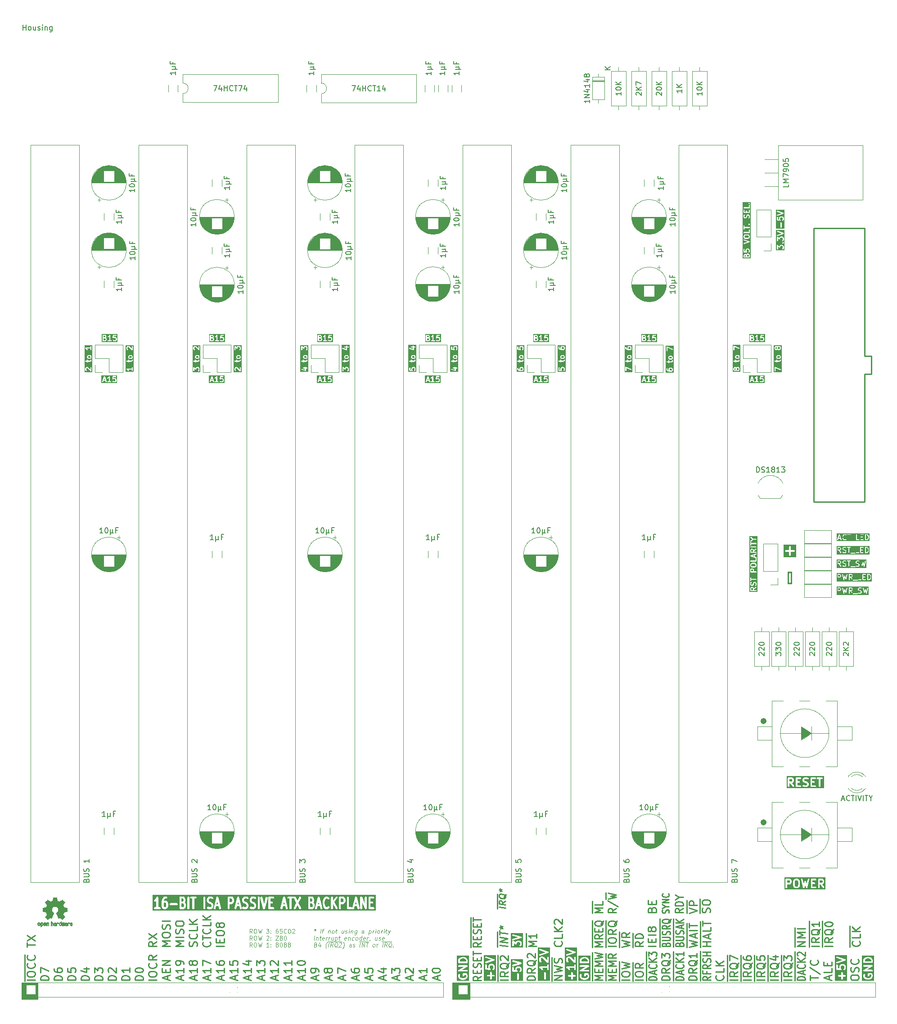
<source format=gbr>
G04 #@! TF.GenerationSoftware,KiCad,Pcbnew,7.0.7*
G04 #@! TF.CreationDate,2023-09-16T11:57:45-04:00*
G04 #@! TF.ProjectId,1 - ATX 16 bit ISA passive backplane,31202d20-4154-4582-9031-362062697420,2*
G04 #@! TF.SameCoordinates,Original*
G04 #@! TF.FileFunction,Legend,Top*
G04 #@! TF.FilePolarity,Positive*
%FSLAX46Y46*%
G04 Gerber Fmt 4.6, Leading zero omitted, Abs format (unit mm)*
G04 Created by KiCad (PCBNEW 7.0.7) date 2023-09-16 11:57:45*
%MOMM*%
%LPD*%
G01*
G04 APERTURE LIST*
%ADD10C,0.100000*%
%ADD11C,0.220000*%
%ADD12C,0.300000*%
%ADD13C,0.375000*%
%ADD14C,0.150000*%
%ADD15C,0.200000*%
%ADD16C,0.120000*%
%ADD17C,0.254000*%
%ADD18C,0.558000*%
%ADD19C,0.010000*%
%ADD20C,1.600000*%
%ADD21O,1.600000X1.600000*%
%ADD22R,1.600000X1.600000*%
%ADD23R,1.635000X1.635000*%
%ADD24C,1.635000*%
%ADD25C,0.900000*%
%ADD26C,8.000000*%
%ADD27C,0.001000*%
%ADD28C,2.000000*%
%ADD29R,1.800000X1.800000*%
%ADD30C,1.800000*%
%ADD31O,3.500000X3.500000*%
%ADD32R,2.000000X1.905000*%
%ADD33O,2.000000X1.905000*%
%ADD34R,1.700000X1.700000*%
%ADD35O,1.700000X1.700000*%
%ADD36R,1.500000X1.500000*%
%ADD37C,1.500000*%
%ADD38O,2.500000X2.400000*%
%ADD39C,2.400000*%
G04 APERTURE END LIST*
D10*
X19777400Y-193615000D02*
X22860000Y-193615000D01*
X22860000Y-196748400D01*
X19777400Y-196748400D01*
X19777400Y-193615000D01*
G36*
X19777400Y-193615000D02*
G01*
X22860000Y-193615000D01*
X22860000Y-196748400D01*
X19777400Y-196748400D01*
X19777400Y-193615000D01*
G37*
X100778000Y-193615000D02*
X104140000Y-193615000D01*
X104140000Y-196748400D01*
X100778000Y-196748400D01*
X100778000Y-193615000D01*
G36*
X100778000Y-193615000D02*
G01*
X104140000Y-193615000D01*
X104140000Y-196748400D01*
X100778000Y-196748400D01*
X100778000Y-193615000D01*
G37*
D11*
X132659488Y-186889778D02*
X134159488Y-186532635D01*
X134159488Y-186532635D02*
X133088060Y-186246921D01*
X133088060Y-186246921D02*
X134159488Y-185961206D01*
X134159488Y-185961206D02*
X132659488Y-185604064D01*
X134159488Y-184175492D02*
X133445202Y-184675492D01*
X134159488Y-185032635D02*
X132659488Y-185032635D01*
X132659488Y-185032635D02*
X132659488Y-184461206D01*
X132659488Y-184461206D02*
X132730917Y-184318349D01*
X132730917Y-184318349D02*
X132802345Y-184246920D01*
X132802345Y-184246920D02*
X132945202Y-184175492D01*
X132945202Y-184175492D02*
X133159488Y-184175492D01*
X133159488Y-184175492D02*
X133302345Y-184246920D01*
X133302345Y-184246920D02*
X133373774Y-184318349D01*
X133373774Y-184318349D02*
X133445202Y-184461206D01*
X133445202Y-184461206D02*
X133445202Y-185032635D01*
X132243060Y-186954064D02*
X132243060Y-184039778D01*
X32432488Y-193096921D02*
X30932488Y-193096921D01*
X30932488Y-193096921D02*
X30932488Y-192739778D01*
X30932488Y-192739778D02*
X31003917Y-192525492D01*
X31003917Y-192525492D02*
X31146774Y-192382635D01*
X31146774Y-192382635D02*
X31289631Y-192311206D01*
X31289631Y-192311206D02*
X31575345Y-192239778D01*
X31575345Y-192239778D02*
X31789631Y-192239778D01*
X31789631Y-192239778D02*
X32075345Y-192311206D01*
X32075345Y-192311206D02*
X32218202Y-192382635D01*
X32218202Y-192382635D02*
X32361060Y-192525492D01*
X32361060Y-192525492D02*
X32432488Y-192739778D01*
X32432488Y-192739778D02*
X32432488Y-193096921D01*
X31432488Y-190954064D02*
X32432488Y-190954064D01*
X30861060Y-191311206D02*
X31932488Y-191668349D01*
X31932488Y-191668349D02*
X31932488Y-190739778D01*
D12*
G36*
X114072614Y-193290298D02*
G01*
X111844042Y-193290298D01*
X111844042Y-192926012D01*
X112986900Y-192926012D01*
X113006996Y-193001012D01*
X113061900Y-193055916D01*
X113136900Y-193076012D01*
X113211900Y-193055916D01*
X113266804Y-193001012D01*
X113286900Y-192926012D01*
X113286900Y-191973632D01*
X113266804Y-191898632D01*
X113211900Y-191843728D01*
X113136900Y-191823632D01*
X113061900Y-191843728D01*
X113006996Y-191898632D01*
X112986900Y-191973632D01*
X112986900Y-192926012D01*
X111844042Y-192926012D01*
X111844042Y-191378393D01*
X112058328Y-191378393D01*
X112066815Y-191410068D01*
X112072644Y-191442346D01*
X112076770Y-191447223D01*
X112078424Y-191453393D01*
X112101612Y-191476581D01*
X112122799Y-191501620D01*
X112128811Y-191503780D01*
X112133328Y-191508297D01*
X112165004Y-191516784D01*
X112195871Y-191527875D01*
X112910157Y-191587399D01*
X112942085Y-191581633D01*
X112974396Y-191578696D01*
X112979917Y-191574801D01*
X112986567Y-191573601D01*
X113011331Y-191552646D01*
X113037848Y-191533945D01*
X113040683Y-191527810D01*
X113045841Y-191523446D01*
X113056810Y-191492916D01*
X113070423Y-191463463D01*
X113069811Y-191456733D01*
X113072096Y-191450374D01*
X113066330Y-191418444D01*
X113063393Y-191386136D01*
X113059498Y-191380614D01*
X113058298Y-191373964D01*
X113037339Y-191349194D01*
X113018642Y-191322684D01*
X112966735Y-191279428D01*
X112929757Y-191217798D01*
X112929757Y-191003273D01*
X112966734Y-190941644D01*
X113001228Y-190912899D01*
X113095471Y-190873632D01*
X113392614Y-190873632D01*
X113486856Y-190912899D01*
X113521350Y-190941644D01*
X113558327Y-191003273D01*
X113558327Y-191217798D01*
X113521350Y-191279427D01*
X113469443Y-191322684D01*
X113424692Y-191386136D01*
X113417662Y-191463463D01*
X113450238Y-191533945D01*
X113513690Y-191578696D01*
X113591017Y-191585726D01*
X113661499Y-191553150D01*
X113732928Y-191493626D01*
X113747432Y-191473060D01*
X113765524Y-191455567D01*
X113836952Y-191336521D01*
X113837310Y-191335267D01*
X113838232Y-191334346D01*
X113847962Y-191298030D01*
X113858307Y-191261869D01*
X113857990Y-191260604D01*
X113858328Y-191259346D01*
X113858328Y-190961727D01*
X113857990Y-190960468D01*
X113858307Y-190959204D01*
X113847964Y-190923050D01*
X113838232Y-190886727D01*
X113837310Y-190885805D01*
X113836952Y-190884553D01*
X113765524Y-190765505D01*
X113747432Y-190748011D01*
X113732928Y-190727446D01*
X113661499Y-190667922D01*
X113641025Y-190658459D01*
X113623162Y-190644693D01*
X113480306Y-190585170D01*
X113451087Y-190581261D01*
X113422614Y-190573632D01*
X113065471Y-190573632D01*
X113036997Y-190581261D01*
X113007779Y-190585170D01*
X112864922Y-190644693D01*
X112847058Y-190658459D01*
X112826587Y-190667921D01*
X112755157Y-190727446D01*
X112740651Y-190748012D01*
X112722561Y-190765505D01*
X112651133Y-190884553D01*
X112650774Y-190885805D01*
X112649853Y-190886727D01*
X112640118Y-190923058D01*
X112629778Y-190959205D01*
X112630094Y-190960469D01*
X112629757Y-190961727D01*
X112629757Y-191259346D01*
X112630094Y-191260604D01*
X112629778Y-191261869D01*
X112630107Y-191263021D01*
X112358328Y-191240372D01*
X112358328Y-190783155D01*
X112338232Y-190708155D01*
X112283328Y-190653251D01*
X112208328Y-190633155D01*
X112133328Y-190653251D01*
X112078424Y-190708155D01*
X112058328Y-190783155D01*
X112058328Y-191378393D01*
X111844042Y-191378393D01*
X111844042Y-190328993D01*
X112063090Y-190328993D01*
X112063800Y-190406636D01*
X112103236Y-190473521D01*
X112170832Y-190511727D01*
X112248475Y-190511017D01*
X113748474Y-190094350D01*
X113780775Y-190075305D01*
X113813420Y-190056854D01*
X113814139Y-190055633D01*
X113815360Y-190054914D01*
X113833803Y-190022281D01*
X113852856Y-189989969D01*
X113852868Y-189988551D01*
X113853566Y-189987318D01*
X113853222Y-189949848D01*
X113853566Y-189912326D01*
X113852867Y-189911091D01*
X113852855Y-189909675D01*
X113833827Y-189877403D01*
X113815360Y-189844730D01*
X113814138Y-189844009D01*
X113813419Y-189842790D01*
X113780799Y-189824353D01*
X113748475Y-189805294D01*
X112248475Y-189388628D01*
X112170832Y-189387918D01*
X112103236Y-189426124D01*
X112063800Y-189493009D01*
X112063090Y-189570652D01*
X112101296Y-189638248D01*
X112168181Y-189677684D01*
X113147880Y-189949822D01*
X112168181Y-190221961D01*
X112101296Y-190261397D01*
X112063090Y-190328993D01*
X111844042Y-190328993D01*
X111844042Y-189173632D01*
X114072614Y-189173632D01*
X114072614Y-193290298D01*
G37*
D11*
X134159488Y-193096921D02*
X132659488Y-193096921D01*
X132659488Y-192096920D02*
X132659488Y-191811206D01*
X132659488Y-191811206D02*
X132730917Y-191668349D01*
X132730917Y-191668349D02*
X132873774Y-191525492D01*
X132873774Y-191525492D02*
X133159488Y-191454063D01*
X133159488Y-191454063D02*
X133659488Y-191454063D01*
X133659488Y-191454063D02*
X133945202Y-191525492D01*
X133945202Y-191525492D02*
X134088060Y-191668349D01*
X134088060Y-191668349D02*
X134159488Y-191811206D01*
X134159488Y-191811206D02*
X134159488Y-192096920D01*
X134159488Y-192096920D02*
X134088060Y-192239778D01*
X134088060Y-192239778D02*
X133945202Y-192382635D01*
X133945202Y-192382635D02*
X133659488Y-192454063D01*
X133659488Y-192454063D02*
X133159488Y-192454063D01*
X133159488Y-192454063D02*
X132873774Y-192382635D01*
X132873774Y-192382635D02*
X132730917Y-192239778D01*
X132730917Y-192239778D02*
X132659488Y-192096920D01*
X132659488Y-190954063D02*
X134159488Y-190596920D01*
X134159488Y-190596920D02*
X133088060Y-190311206D01*
X133088060Y-190311206D02*
X134159488Y-190025491D01*
X134159488Y-190025491D02*
X132659488Y-189668349D01*
X132243060Y-193304064D02*
X132243060Y-189604063D01*
X146732488Y-193095330D02*
X145232488Y-193095330D01*
X145232488Y-193095330D02*
X145232488Y-192761997D01*
X145232488Y-192761997D02*
X145303917Y-192561997D01*
X145303917Y-192561997D02*
X145446774Y-192428664D01*
X145446774Y-192428664D02*
X145589631Y-192361997D01*
X145589631Y-192361997D02*
X145875345Y-192295330D01*
X145875345Y-192295330D02*
X146089631Y-192295330D01*
X146089631Y-192295330D02*
X146375345Y-192361997D01*
X146375345Y-192361997D02*
X146518202Y-192428664D01*
X146518202Y-192428664D02*
X146661060Y-192561997D01*
X146661060Y-192561997D02*
X146732488Y-192761997D01*
X146732488Y-192761997D02*
X146732488Y-193095330D01*
X146732488Y-190895330D02*
X146018202Y-191361997D01*
X146732488Y-191695330D02*
X145232488Y-191695330D01*
X145232488Y-191695330D02*
X145232488Y-191161997D01*
X145232488Y-191161997D02*
X145303917Y-191028664D01*
X145303917Y-191028664D02*
X145375345Y-190961997D01*
X145375345Y-190961997D02*
X145518202Y-190895330D01*
X145518202Y-190895330D02*
X145732488Y-190895330D01*
X145732488Y-190895330D02*
X145875345Y-190961997D01*
X145875345Y-190961997D02*
X145946774Y-191028664D01*
X145946774Y-191028664D02*
X146018202Y-191161997D01*
X146018202Y-191161997D02*
X146018202Y-191695330D01*
X146875345Y-189361997D02*
X146803917Y-189495330D01*
X146803917Y-189495330D02*
X146661060Y-189628664D01*
X146661060Y-189628664D02*
X146446774Y-189828664D01*
X146446774Y-189828664D02*
X146375345Y-189961997D01*
X146375345Y-189961997D02*
X146375345Y-190095330D01*
X146732488Y-190028664D02*
X146661060Y-190161997D01*
X146661060Y-190161997D02*
X146518202Y-190295330D01*
X146518202Y-190295330D02*
X146232488Y-190361997D01*
X146232488Y-190361997D02*
X145732488Y-190361997D01*
X145732488Y-190361997D02*
X145446774Y-190295330D01*
X145446774Y-190295330D02*
X145303917Y-190161997D01*
X145303917Y-190161997D02*
X145232488Y-190028664D01*
X145232488Y-190028664D02*
X145232488Y-189761997D01*
X145232488Y-189761997D02*
X145303917Y-189628664D01*
X145303917Y-189628664D02*
X145446774Y-189495330D01*
X145446774Y-189495330D02*
X145732488Y-189428664D01*
X145732488Y-189428664D02*
X146232488Y-189428664D01*
X146232488Y-189428664D02*
X146518202Y-189495330D01*
X146518202Y-189495330D02*
X146661060Y-189628664D01*
X146661060Y-189628664D02*
X146732488Y-189761997D01*
X146732488Y-189761997D02*
X146732488Y-190028664D01*
X146732488Y-188095330D02*
X146732488Y-188895330D01*
X146732488Y-188495330D02*
X145232488Y-188495330D01*
X145232488Y-188495330D02*
X145446774Y-188628663D01*
X145446774Y-188628663D02*
X145589631Y-188761997D01*
X145589631Y-188761997D02*
X145661060Y-188895330D01*
D12*
G36*
X125998828Y-189125471D02*
G01*
X126105188Y-189178652D01*
X126205794Y-189279257D01*
X126258328Y-189436859D01*
X126258328Y-189619660D01*
X125058328Y-189619660D01*
X125058328Y-189436857D01*
X125110861Y-189279258D01*
X125211468Y-189178651D01*
X125317827Y-189125472D01*
X125569649Y-189062517D01*
X125747007Y-189062517D01*
X125998828Y-189125471D01*
G37*
G36*
X126772614Y-193276803D02*
G01*
X124544042Y-193276803D01*
X124544042Y-192412517D01*
X124758328Y-192412517D01*
X124764578Y-192435845D01*
X124766026Y-192459951D01*
X124837454Y-192674237D01*
X124856453Y-192703012D01*
X124873691Y-192732869D01*
X125016548Y-192875726D01*
X125037463Y-192887801D01*
X125055532Y-192903824D01*
X125198388Y-192975253D01*
X125214614Y-192978573D01*
X125229091Y-192986610D01*
X125514805Y-193058038D01*
X125533307Y-193057726D01*
X125551185Y-193062517D01*
X125765471Y-193062517D01*
X125783348Y-193057726D01*
X125801851Y-193058038D01*
X126087565Y-192986610D01*
X126102042Y-192978573D01*
X126118267Y-192975253D01*
X126261124Y-192903824D01*
X126279193Y-192887801D01*
X126300108Y-192875726D01*
X126442966Y-192732869D01*
X126460205Y-192703009D01*
X126479203Y-192674237D01*
X126550631Y-192459951D01*
X126552078Y-192435842D01*
X126558328Y-192412517D01*
X126558328Y-192269660D01*
X126552078Y-192246334D01*
X126550631Y-192222226D01*
X126479203Y-192007940D01*
X126460203Y-191979164D01*
X126442965Y-191949307D01*
X126371536Y-191877879D01*
X126354434Y-191868005D01*
X126340471Y-191854042D01*
X126321394Y-191848930D01*
X126304293Y-191839057D01*
X126284546Y-191839057D01*
X126265471Y-191833946D01*
X125765471Y-191833946D01*
X125690471Y-191854042D01*
X125635567Y-191908946D01*
X125615471Y-191983946D01*
X125615471Y-192269660D01*
X125635567Y-192344660D01*
X125690471Y-192399564D01*
X125765471Y-192419660D01*
X125840471Y-192399564D01*
X125895375Y-192344660D01*
X125915471Y-192269660D01*
X125915471Y-192133946D01*
X126203340Y-192133946D01*
X126205794Y-192136400D01*
X126258327Y-192294002D01*
X126258327Y-192388174D01*
X126205794Y-192545776D01*
X126105188Y-192646381D01*
X125998828Y-192699562D01*
X125747007Y-192762517D01*
X125569649Y-192762517D01*
X125317827Y-192699561D01*
X125211468Y-192646382D01*
X125110861Y-192545775D01*
X125058328Y-192388176D01*
X125058328Y-192233641D01*
X125113921Y-192122456D01*
X125129488Y-192046387D01*
X125104934Y-191972725D01*
X125046839Y-191921210D01*
X124970770Y-191905643D01*
X124897108Y-191930197D01*
X124845593Y-191988292D01*
X124774164Y-192131150D01*
X124767251Y-192164930D01*
X124758328Y-192198232D01*
X124758328Y-192412517D01*
X124544042Y-192412517D01*
X124544042Y-191341089D01*
X124758328Y-191341089D01*
X124768297Y-191378294D01*
X124778092Y-191415510D01*
X124778334Y-191415754D01*
X124778424Y-191416089D01*
X124805644Y-191443309D01*
X124832750Y-191470658D01*
X124833084Y-191470749D01*
X124833328Y-191470993D01*
X124870428Y-191480933D01*
X124907660Y-191491088D01*
X124907995Y-191490999D01*
X124908328Y-191491089D01*
X126408328Y-191491089D01*
X126483328Y-191470993D01*
X126538232Y-191416089D01*
X126558328Y-191341089D01*
X126538232Y-191266089D01*
X126483328Y-191211185D01*
X126408328Y-191191089D01*
X125473162Y-191191089D01*
X126482749Y-190614182D01*
X126482993Y-190613939D01*
X126483328Y-190613850D01*
X126510548Y-190586629D01*
X126537897Y-190559524D01*
X126537988Y-190559189D01*
X126538232Y-190558946D01*
X126548172Y-190521845D01*
X126558327Y-190484614D01*
X126558238Y-190484278D01*
X126558328Y-190483946D01*
X126548387Y-190446846D01*
X126538565Y-190409525D01*
X126538321Y-190409279D01*
X126538232Y-190408946D01*
X126511067Y-190381781D01*
X126483906Y-190354377D01*
X126483571Y-190354285D01*
X126483328Y-190354042D01*
X126446227Y-190344101D01*
X126408996Y-190333947D01*
X126408660Y-190334035D01*
X126408328Y-190333946D01*
X124908328Y-190333946D01*
X124833328Y-190354042D01*
X124778424Y-190408946D01*
X124758328Y-190483946D01*
X124778424Y-190558946D01*
X124833328Y-190613850D01*
X124908328Y-190633946D01*
X125843493Y-190633946D01*
X124833907Y-191210853D01*
X124833662Y-191211095D01*
X124833328Y-191211185D01*
X124806107Y-191238405D01*
X124778759Y-191265511D01*
X124778667Y-191265845D01*
X124778424Y-191266089D01*
X124768483Y-191303189D01*
X124758329Y-191340421D01*
X124758417Y-191340756D01*
X124758328Y-191341089D01*
X124544042Y-191341089D01*
X124544042Y-189769660D01*
X124758328Y-189769660D01*
X124778424Y-189844660D01*
X124833328Y-189899564D01*
X124908328Y-189919660D01*
X126408328Y-189919660D01*
X126483328Y-189899564D01*
X126538232Y-189844660D01*
X126558328Y-189769660D01*
X126558328Y-189412517D01*
X126552078Y-189389191D01*
X126550631Y-189365083D01*
X126479203Y-189150797D01*
X126460205Y-189122024D01*
X126442966Y-189092165D01*
X126300108Y-188949308D01*
X126279193Y-188937232D01*
X126261124Y-188921210D01*
X126118267Y-188849781D01*
X126102042Y-188846460D01*
X126087565Y-188838424D01*
X125801851Y-188766996D01*
X125783348Y-188767307D01*
X125765471Y-188762517D01*
X125551185Y-188762517D01*
X125533307Y-188767307D01*
X125514805Y-188766996D01*
X125229091Y-188838424D01*
X125214614Y-188846460D01*
X125198388Y-188849781D01*
X125055532Y-188921210D01*
X125037463Y-188937232D01*
X125016548Y-188949308D01*
X124873691Y-189092165D01*
X124856453Y-189122021D01*
X124837454Y-189150797D01*
X124766026Y-189365083D01*
X124764578Y-189389188D01*
X124758328Y-189412517D01*
X124758328Y-189769659D01*
X124758328Y-189769660D01*
X124544042Y-189769660D01*
X124544042Y-188548231D01*
X126772614Y-188548231D01*
X126772614Y-193276803D01*
G37*
D11*
X77723917Y-192990549D02*
X77723917Y-192276264D01*
X78152488Y-193133406D02*
X76652488Y-192633406D01*
X76652488Y-192633406D02*
X78152488Y-192133406D01*
X77295345Y-191419121D02*
X77223917Y-191561978D01*
X77223917Y-191561978D02*
X77152488Y-191633407D01*
X77152488Y-191633407D02*
X77009631Y-191704835D01*
X77009631Y-191704835D02*
X76938202Y-191704835D01*
X76938202Y-191704835D02*
X76795345Y-191633407D01*
X76795345Y-191633407D02*
X76723917Y-191561978D01*
X76723917Y-191561978D02*
X76652488Y-191419121D01*
X76652488Y-191419121D02*
X76652488Y-191133407D01*
X76652488Y-191133407D02*
X76723917Y-190990550D01*
X76723917Y-190990550D02*
X76795345Y-190919121D01*
X76795345Y-190919121D02*
X76938202Y-190847692D01*
X76938202Y-190847692D02*
X77009631Y-190847692D01*
X77009631Y-190847692D02*
X77152488Y-190919121D01*
X77152488Y-190919121D02*
X77223917Y-190990550D01*
X77223917Y-190990550D02*
X77295345Y-191133407D01*
X77295345Y-191133407D02*
X77295345Y-191419121D01*
X77295345Y-191419121D02*
X77366774Y-191561978D01*
X77366774Y-191561978D02*
X77438202Y-191633407D01*
X77438202Y-191633407D02*
X77581060Y-191704835D01*
X77581060Y-191704835D02*
X77866774Y-191704835D01*
X77866774Y-191704835D02*
X78009631Y-191633407D01*
X78009631Y-191633407D02*
X78081060Y-191561978D01*
X78081060Y-191561978D02*
X78152488Y-191419121D01*
X78152488Y-191419121D02*
X78152488Y-191133407D01*
X78152488Y-191133407D02*
X78081060Y-190990550D01*
X78081060Y-190990550D02*
X78009631Y-190919121D01*
X78009631Y-190919121D02*
X77866774Y-190847692D01*
X77866774Y-190847692D02*
X77581060Y-190847692D01*
X77581060Y-190847692D02*
X77438202Y-190919121D01*
X77438202Y-190919121D02*
X77366774Y-190990550D01*
X77366774Y-190990550D02*
X77295345Y-191133407D01*
X129079488Y-193093740D02*
X127579488Y-193093740D01*
X127579488Y-193093740D02*
X128650917Y-192660406D01*
X128650917Y-192660406D02*
X127579488Y-192227073D01*
X127579488Y-192227073D02*
X129079488Y-192227073D01*
X128293774Y-191608026D02*
X128293774Y-191174692D01*
X129079488Y-190988978D02*
X129079488Y-191608026D01*
X129079488Y-191608026D02*
X127579488Y-191608026D01*
X127579488Y-191608026D02*
X127579488Y-190988978D01*
X129079488Y-190431836D02*
X127579488Y-190431836D01*
X127579488Y-190431836D02*
X128650917Y-189998502D01*
X128650917Y-189998502D02*
X127579488Y-189565169D01*
X127579488Y-189565169D02*
X129079488Y-189565169D01*
X127579488Y-189069931D02*
X129079488Y-188760407D01*
X129079488Y-188760407D02*
X128008060Y-188512788D01*
X128008060Y-188512788D02*
X129079488Y-188265169D01*
X129079488Y-188265169D02*
X127579488Y-187955646D01*
X127163060Y-193273264D02*
X127163060Y-187899932D01*
X29892488Y-193096921D02*
X28392488Y-193096921D01*
X28392488Y-193096921D02*
X28392488Y-192739778D01*
X28392488Y-192739778D02*
X28463917Y-192525492D01*
X28463917Y-192525492D02*
X28606774Y-192382635D01*
X28606774Y-192382635D02*
X28749631Y-192311206D01*
X28749631Y-192311206D02*
X29035345Y-192239778D01*
X29035345Y-192239778D02*
X29249631Y-192239778D01*
X29249631Y-192239778D02*
X29535345Y-192311206D01*
X29535345Y-192311206D02*
X29678202Y-192382635D01*
X29678202Y-192382635D02*
X29821060Y-192525492D01*
X29821060Y-192525492D02*
X29892488Y-192739778D01*
X29892488Y-192739778D02*
X29892488Y-193096921D01*
X28392488Y-190882635D02*
X28392488Y-191596921D01*
X28392488Y-191596921D02*
X29106774Y-191668349D01*
X29106774Y-191668349D02*
X29035345Y-191596921D01*
X29035345Y-191596921D02*
X28963917Y-191454064D01*
X28963917Y-191454064D02*
X28963917Y-191096921D01*
X28963917Y-191096921D02*
X29035345Y-190954064D01*
X29035345Y-190954064D02*
X29106774Y-190882635D01*
X29106774Y-190882635D02*
X29249631Y-190811206D01*
X29249631Y-190811206D02*
X29606774Y-190811206D01*
X29606774Y-190811206D02*
X29749631Y-190882635D01*
X29749631Y-190882635D02*
X29821060Y-190954064D01*
X29821060Y-190954064D02*
X29892488Y-191096921D01*
X29892488Y-191096921D02*
X29892488Y-191454064D01*
X29892488Y-191454064D02*
X29821060Y-191596921D01*
X29821060Y-191596921D02*
X29749631Y-191668349D01*
X151669631Y-192214378D02*
X151741060Y-192285806D01*
X151741060Y-192285806D02*
X151812488Y-192500092D01*
X151812488Y-192500092D02*
X151812488Y-192642949D01*
X151812488Y-192642949D02*
X151741060Y-192857235D01*
X151741060Y-192857235D02*
X151598202Y-193000092D01*
X151598202Y-193000092D02*
X151455345Y-193071521D01*
X151455345Y-193071521D02*
X151169631Y-193142949D01*
X151169631Y-193142949D02*
X150955345Y-193142949D01*
X150955345Y-193142949D02*
X150669631Y-193071521D01*
X150669631Y-193071521D02*
X150526774Y-193000092D01*
X150526774Y-193000092D02*
X150383917Y-192857235D01*
X150383917Y-192857235D02*
X150312488Y-192642949D01*
X150312488Y-192642949D02*
X150312488Y-192500092D01*
X150312488Y-192500092D02*
X150383917Y-192285806D01*
X150383917Y-192285806D02*
X150455345Y-192214378D01*
X151812488Y-190857235D02*
X151812488Y-191571521D01*
X151812488Y-191571521D02*
X150312488Y-191571521D01*
X151812488Y-190357235D02*
X150312488Y-190357235D01*
X151812488Y-189500092D02*
X150955345Y-190142949D01*
X150312488Y-189500092D02*
X151169631Y-190357235D01*
X149201060Y-180417549D02*
X149272488Y-180203264D01*
X149272488Y-180203264D02*
X149272488Y-179846121D01*
X149272488Y-179846121D02*
X149201060Y-179703264D01*
X149201060Y-179703264D02*
X149129631Y-179631835D01*
X149129631Y-179631835D02*
X148986774Y-179560406D01*
X148986774Y-179560406D02*
X148843917Y-179560406D01*
X148843917Y-179560406D02*
X148701060Y-179631835D01*
X148701060Y-179631835D02*
X148629631Y-179703264D01*
X148629631Y-179703264D02*
X148558202Y-179846121D01*
X148558202Y-179846121D02*
X148486774Y-180131835D01*
X148486774Y-180131835D02*
X148415345Y-180274692D01*
X148415345Y-180274692D02*
X148343917Y-180346121D01*
X148343917Y-180346121D02*
X148201060Y-180417549D01*
X148201060Y-180417549D02*
X148058202Y-180417549D01*
X148058202Y-180417549D02*
X147915345Y-180346121D01*
X147915345Y-180346121D02*
X147843917Y-180274692D01*
X147843917Y-180274692D02*
X147772488Y-180131835D01*
X147772488Y-180131835D02*
X147772488Y-179774692D01*
X147772488Y-179774692D02*
X147843917Y-179560406D01*
X147772488Y-178631835D02*
X147772488Y-178346121D01*
X147772488Y-178346121D02*
X147843917Y-178203264D01*
X147843917Y-178203264D02*
X147986774Y-178060407D01*
X147986774Y-178060407D02*
X148272488Y-177988978D01*
X148272488Y-177988978D02*
X148772488Y-177988978D01*
X148772488Y-177988978D02*
X149058202Y-178060407D01*
X149058202Y-178060407D02*
X149201060Y-178203264D01*
X149201060Y-178203264D02*
X149272488Y-178346121D01*
X149272488Y-178346121D02*
X149272488Y-178631835D01*
X149272488Y-178631835D02*
X149201060Y-178774693D01*
X149201060Y-178774693D02*
X149058202Y-178917550D01*
X149058202Y-178917550D02*
X148772488Y-178988978D01*
X148772488Y-178988978D02*
X148272488Y-178988978D01*
X148272488Y-178988978D02*
X147986774Y-178917550D01*
X147986774Y-178917550D02*
X147843917Y-178774693D01*
X147843917Y-178774693D02*
X147772488Y-178631835D01*
X147356060Y-180553264D02*
X147356060Y-177853264D01*
X75183917Y-192990549D02*
X75183917Y-192276264D01*
X75612488Y-193133406D02*
X74112488Y-192633406D01*
X74112488Y-192633406D02*
X75612488Y-192133406D01*
X75612488Y-191561978D02*
X75612488Y-191276264D01*
X75612488Y-191276264D02*
X75541060Y-191133407D01*
X75541060Y-191133407D02*
X75469631Y-191061978D01*
X75469631Y-191061978D02*
X75255345Y-190919121D01*
X75255345Y-190919121D02*
X74969631Y-190847692D01*
X74969631Y-190847692D02*
X74398202Y-190847692D01*
X74398202Y-190847692D02*
X74255345Y-190919121D01*
X74255345Y-190919121D02*
X74183917Y-190990550D01*
X74183917Y-190990550D02*
X74112488Y-191133407D01*
X74112488Y-191133407D02*
X74112488Y-191419121D01*
X74112488Y-191419121D02*
X74183917Y-191561978D01*
X74183917Y-191561978D02*
X74255345Y-191633407D01*
X74255345Y-191633407D02*
X74398202Y-191704835D01*
X74398202Y-191704835D02*
X74755345Y-191704835D01*
X74755345Y-191704835D02*
X74898202Y-191633407D01*
X74898202Y-191633407D02*
X74969631Y-191561978D01*
X74969631Y-191561978D02*
X75041060Y-191419121D01*
X75041060Y-191419121D02*
X75041060Y-191133407D01*
X75041060Y-191133407D02*
X74969631Y-190990550D01*
X74969631Y-190990550D02*
X74898202Y-190919121D01*
X74898202Y-190919121D02*
X74755345Y-190847692D01*
D12*
G36*
X103138828Y-189125471D02*
G01*
X103245188Y-189178652D01*
X103345794Y-189279257D01*
X103398328Y-189436859D01*
X103398328Y-189619660D01*
X102198328Y-189619660D01*
X102198328Y-189436857D01*
X102250861Y-189279258D01*
X102351468Y-189178651D01*
X102457827Y-189125472D01*
X102709649Y-189062517D01*
X102887007Y-189062517D01*
X103138828Y-189125471D01*
G37*
G36*
X103912614Y-193276803D02*
G01*
X101684042Y-193276803D01*
X101684042Y-192412517D01*
X101898328Y-192412517D01*
X101904578Y-192435845D01*
X101906026Y-192459951D01*
X101977454Y-192674237D01*
X101996453Y-192703012D01*
X102013691Y-192732869D01*
X102156548Y-192875726D01*
X102177463Y-192887801D01*
X102195532Y-192903824D01*
X102338388Y-192975253D01*
X102354614Y-192978573D01*
X102369091Y-192986610D01*
X102654805Y-193058038D01*
X102673307Y-193057726D01*
X102691185Y-193062517D01*
X102905471Y-193062517D01*
X102923348Y-193057726D01*
X102941851Y-193058038D01*
X103227565Y-192986610D01*
X103242042Y-192978573D01*
X103258267Y-192975253D01*
X103401124Y-192903824D01*
X103419193Y-192887801D01*
X103440108Y-192875726D01*
X103582966Y-192732869D01*
X103600205Y-192703009D01*
X103619203Y-192674237D01*
X103690631Y-192459951D01*
X103692078Y-192435842D01*
X103698328Y-192412517D01*
X103698328Y-192269660D01*
X103692078Y-192246334D01*
X103690631Y-192222226D01*
X103619203Y-192007940D01*
X103600203Y-191979164D01*
X103582965Y-191949307D01*
X103511536Y-191877879D01*
X103494434Y-191868005D01*
X103480471Y-191854042D01*
X103461394Y-191848930D01*
X103444293Y-191839057D01*
X103424546Y-191839057D01*
X103405471Y-191833946D01*
X102905471Y-191833946D01*
X102830471Y-191854042D01*
X102775567Y-191908946D01*
X102755471Y-191983946D01*
X102755471Y-192269660D01*
X102775567Y-192344660D01*
X102830471Y-192399564D01*
X102905471Y-192419660D01*
X102980471Y-192399564D01*
X103035375Y-192344660D01*
X103055471Y-192269660D01*
X103055471Y-192133946D01*
X103343340Y-192133946D01*
X103345794Y-192136400D01*
X103398328Y-192294002D01*
X103398328Y-192388174D01*
X103345794Y-192545776D01*
X103245188Y-192646381D01*
X103138828Y-192699562D01*
X102887007Y-192762517D01*
X102709649Y-192762517D01*
X102457827Y-192699561D01*
X102351468Y-192646382D01*
X102250861Y-192545775D01*
X102198328Y-192388176D01*
X102198328Y-192233642D01*
X102253921Y-192122456D01*
X102269488Y-192046387D01*
X102244934Y-191972725D01*
X102186839Y-191921210D01*
X102110770Y-191905643D01*
X102037108Y-191930197D01*
X101985593Y-191988292D01*
X101914164Y-192131150D01*
X101907251Y-192164930D01*
X101898328Y-192198232D01*
X101898328Y-192412517D01*
X101684042Y-192412517D01*
X101684042Y-191341089D01*
X101898328Y-191341089D01*
X101908297Y-191378294D01*
X101918092Y-191415510D01*
X101918334Y-191415754D01*
X101918424Y-191416089D01*
X101945644Y-191443309D01*
X101972750Y-191470658D01*
X101973084Y-191470749D01*
X101973328Y-191470993D01*
X102010428Y-191480933D01*
X102047660Y-191491088D01*
X102047995Y-191490999D01*
X102048328Y-191491089D01*
X103548328Y-191491089D01*
X103623328Y-191470993D01*
X103678232Y-191416089D01*
X103698328Y-191341089D01*
X103678232Y-191266089D01*
X103623328Y-191211185D01*
X103548328Y-191191089D01*
X102613162Y-191191089D01*
X103622749Y-190614182D01*
X103622993Y-190613939D01*
X103623328Y-190613850D01*
X103650548Y-190586629D01*
X103677897Y-190559524D01*
X103677988Y-190559189D01*
X103678232Y-190558946D01*
X103688172Y-190521845D01*
X103698327Y-190484614D01*
X103698238Y-190484278D01*
X103698328Y-190483946D01*
X103688387Y-190446846D01*
X103678565Y-190409525D01*
X103678321Y-190409279D01*
X103678232Y-190408946D01*
X103651067Y-190381781D01*
X103623906Y-190354377D01*
X103623571Y-190354285D01*
X103623328Y-190354042D01*
X103586227Y-190344101D01*
X103548996Y-190333947D01*
X103548660Y-190334035D01*
X103548328Y-190333946D01*
X102048328Y-190333946D01*
X101973328Y-190354042D01*
X101918424Y-190408946D01*
X101898328Y-190483946D01*
X101918424Y-190558946D01*
X101973328Y-190613850D01*
X102048328Y-190633946D01*
X102983493Y-190633946D01*
X101973907Y-191210853D01*
X101973662Y-191211095D01*
X101973328Y-191211185D01*
X101946107Y-191238405D01*
X101918759Y-191265511D01*
X101918667Y-191265845D01*
X101918424Y-191266089D01*
X101908483Y-191303189D01*
X101898329Y-191340421D01*
X101898417Y-191340756D01*
X101898328Y-191341089D01*
X101684042Y-191341089D01*
X101684042Y-189769660D01*
X101898328Y-189769660D01*
X101918424Y-189844660D01*
X101973328Y-189899564D01*
X102048328Y-189919660D01*
X103548328Y-189919660D01*
X103623328Y-189899564D01*
X103678232Y-189844660D01*
X103698328Y-189769660D01*
X103698328Y-189412517D01*
X103692078Y-189389191D01*
X103690631Y-189365083D01*
X103619203Y-189150797D01*
X103600205Y-189122024D01*
X103582966Y-189092165D01*
X103440108Y-188949308D01*
X103419193Y-188937232D01*
X103401124Y-188921210D01*
X103258267Y-188849781D01*
X103242042Y-188846460D01*
X103227565Y-188838424D01*
X102941851Y-188766996D01*
X102923348Y-188767307D01*
X102905471Y-188762517D01*
X102691185Y-188762517D01*
X102673307Y-188767307D01*
X102654805Y-188766996D01*
X102369091Y-188838424D01*
X102354614Y-188846460D01*
X102338388Y-188849781D01*
X102195532Y-188921210D01*
X102177463Y-188937232D01*
X102156548Y-188949308D01*
X102013691Y-189092165D01*
X101996453Y-189122021D01*
X101977454Y-189150797D01*
X101906026Y-189365083D01*
X101904578Y-189389188D01*
X101898328Y-189412517D01*
X101898328Y-189769660D01*
X101684042Y-189769660D01*
X101684042Y-188548231D01*
X103912614Y-188548231D01*
X103912614Y-193276803D01*
G37*
D11*
X80263917Y-192990549D02*
X80263917Y-192276264D01*
X80692488Y-193133406D02*
X79192488Y-192633406D01*
X79192488Y-192633406D02*
X80692488Y-192133406D01*
X79192488Y-191776264D02*
X79192488Y-190776264D01*
X79192488Y-190776264D02*
X80692488Y-191419121D01*
X55149631Y-185945330D02*
X55221060Y-186011997D01*
X55221060Y-186011997D02*
X55292488Y-186211997D01*
X55292488Y-186211997D02*
X55292488Y-186345330D01*
X55292488Y-186345330D02*
X55221060Y-186545330D01*
X55221060Y-186545330D02*
X55078202Y-186678664D01*
X55078202Y-186678664D02*
X54935345Y-186745330D01*
X54935345Y-186745330D02*
X54649631Y-186811997D01*
X54649631Y-186811997D02*
X54435345Y-186811997D01*
X54435345Y-186811997D02*
X54149631Y-186745330D01*
X54149631Y-186745330D02*
X54006774Y-186678664D01*
X54006774Y-186678664D02*
X53863917Y-186545330D01*
X53863917Y-186545330D02*
X53792488Y-186345330D01*
X53792488Y-186345330D02*
X53792488Y-186211997D01*
X53792488Y-186211997D02*
X53863917Y-186011997D01*
X53863917Y-186011997D02*
X53935345Y-185945330D01*
X53792488Y-185545330D02*
X53792488Y-184745330D01*
X55292488Y-185145330D02*
X53792488Y-185145330D01*
X55149631Y-183478663D02*
X55221060Y-183545330D01*
X55221060Y-183545330D02*
X55292488Y-183745330D01*
X55292488Y-183745330D02*
X55292488Y-183878663D01*
X55292488Y-183878663D02*
X55221060Y-184078663D01*
X55221060Y-184078663D02*
X55078202Y-184211997D01*
X55078202Y-184211997D02*
X54935345Y-184278663D01*
X54935345Y-184278663D02*
X54649631Y-184345330D01*
X54649631Y-184345330D02*
X54435345Y-184345330D01*
X54435345Y-184345330D02*
X54149631Y-184278663D01*
X54149631Y-184278663D02*
X54006774Y-184211997D01*
X54006774Y-184211997D02*
X53863917Y-184078663D01*
X53863917Y-184078663D02*
X53792488Y-183878663D01*
X53792488Y-183878663D02*
X53792488Y-183745330D01*
X53792488Y-183745330D02*
X53863917Y-183545330D01*
X53863917Y-183545330D02*
X53935345Y-183478663D01*
X55292488Y-182211997D02*
X55292488Y-182878663D01*
X55292488Y-182878663D02*
X53792488Y-182878663D01*
X55292488Y-181745330D02*
X53792488Y-181745330D01*
X55292488Y-180945330D02*
X54435345Y-181545330D01*
X53792488Y-180945330D02*
X54649631Y-181745330D01*
X45132488Y-185889778D02*
X44418202Y-186389778D01*
X45132488Y-186746921D02*
X43632488Y-186746921D01*
X43632488Y-186746921D02*
X43632488Y-186175492D01*
X43632488Y-186175492D02*
X43703917Y-186032635D01*
X43703917Y-186032635D02*
X43775345Y-185961206D01*
X43775345Y-185961206D02*
X43918202Y-185889778D01*
X43918202Y-185889778D02*
X44132488Y-185889778D01*
X44132488Y-185889778D02*
X44275345Y-185961206D01*
X44275345Y-185961206D02*
X44346774Y-186032635D01*
X44346774Y-186032635D02*
X44418202Y-186175492D01*
X44418202Y-186175492D02*
X44418202Y-186746921D01*
X43632488Y-185389778D02*
X45132488Y-184389778D01*
X43632488Y-184389778D02*
X45132488Y-185389778D01*
X121459488Y-193096921D02*
X119959488Y-193096921D01*
X119959488Y-193096921D02*
X121459488Y-192239778D01*
X121459488Y-192239778D02*
X119959488Y-192239778D01*
X119959488Y-191668349D02*
X121459488Y-191311206D01*
X121459488Y-191311206D02*
X120388060Y-191025492D01*
X120388060Y-191025492D02*
X121459488Y-190739777D01*
X121459488Y-190739777D02*
X119959488Y-190382635D01*
X121388060Y-189882634D02*
X121459488Y-189668349D01*
X121459488Y-189668349D02*
X121459488Y-189311206D01*
X121459488Y-189311206D02*
X121388060Y-189168349D01*
X121388060Y-189168349D02*
X121316631Y-189096920D01*
X121316631Y-189096920D02*
X121173774Y-189025491D01*
X121173774Y-189025491D02*
X121030917Y-189025491D01*
X121030917Y-189025491D02*
X120888060Y-189096920D01*
X120888060Y-189096920D02*
X120816631Y-189168349D01*
X120816631Y-189168349D02*
X120745202Y-189311206D01*
X120745202Y-189311206D02*
X120673774Y-189596920D01*
X120673774Y-189596920D02*
X120602345Y-189739777D01*
X120602345Y-189739777D02*
X120530917Y-189811206D01*
X120530917Y-189811206D02*
X120388060Y-189882634D01*
X120388060Y-189882634D02*
X120245202Y-189882634D01*
X120245202Y-189882634D02*
X120102345Y-189811206D01*
X120102345Y-189811206D02*
X120030917Y-189739777D01*
X120030917Y-189739777D02*
X119959488Y-189596920D01*
X119959488Y-189596920D02*
X119959488Y-189239777D01*
X119959488Y-189239777D02*
X120030917Y-189025491D01*
X119543060Y-193304064D02*
X119543060Y-188889778D01*
X90423917Y-192990549D02*
X90423917Y-192276264D01*
X90852488Y-193133406D02*
X89352488Y-192633406D01*
X89352488Y-192633406D02*
X90852488Y-192133406D01*
X89352488Y-191776264D02*
X89352488Y-190847692D01*
X89352488Y-190847692D02*
X89923917Y-191347692D01*
X89923917Y-191347692D02*
X89923917Y-191133407D01*
X89923917Y-191133407D02*
X89995345Y-190990550D01*
X89995345Y-190990550D02*
X90066774Y-190919121D01*
X90066774Y-190919121D02*
X90209631Y-190847692D01*
X90209631Y-190847692D02*
X90566774Y-190847692D01*
X90566774Y-190847692D02*
X90709631Y-190919121D01*
X90709631Y-190919121D02*
X90781060Y-190990550D01*
X90781060Y-190990550D02*
X90852488Y-191133407D01*
X90852488Y-191133407D02*
X90852488Y-191561978D01*
X90852488Y-191561978D02*
X90781060Y-191704835D01*
X90781060Y-191704835D02*
X90709631Y-191776264D01*
X159559488Y-193096921D02*
X158059488Y-193096921D01*
X159559488Y-191525492D02*
X158845202Y-192025492D01*
X159559488Y-192382635D02*
X158059488Y-192382635D01*
X158059488Y-192382635D02*
X158059488Y-191811206D01*
X158059488Y-191811206D02*
X158130917Y-191668349D01*
X158130917Y-191668349D02*
X158202345Y-191596920D01*
X158202345Y-191596920D02*
X158345202Y-191525492D01*
X158345202Y-191525492D02*
X158559488Y-191525492D01*
X158559488Y-191525492D02*
X158702345Y-191596920D01*
X158702345Y-191596920D02*
X158773774Y-191668349D01*
X158773774Y-191668349D02*
X158845202Y-191811206D01*
X158845202Y-191811206D02*
X158845202Y-192382635D01*
X159702345Y-189882635D02*
X159630917Y-190025492D01*
X159630917Y-190025492D02*
X159488060Y-190168349D01*
X159488060Y-190168349D02*
X159273774Y-190382635D01*
X159273774Y-190382635D02*
X159202345Y-190525492D01*
X159202345Y-190525492D02*
X159202345Y-190668349D01*
X159559488Y-190596920D02*
X159488060Y-190739778D01*
X159488060Y-190739778D02*
X159345202Y-190882635D01*
X159345202Y-190882635D02*
X159059488Y-190954063D01*
X159059488Y-190954063D02*
X158559488Y-190954063D01*
X158559488Y-190954063D02*
X158273774Y-190882635D01*
X158273774Y-190882635D02*
X158130917Y-190739778D01*
X158130917Y-190739778D02*
X158059488Y-190596920D01*
X158059488Y-190596920D02*
X158059488Y-190311206D01*
X158059488Y-190311206D02*
X158130917Y-190168349D01*
X158130917Y-190168349D02*
X158273774Y-190025492D01*
X158273774Y-190025492D02*
X158559488Y-189954063D01*
X158559488Y-189954063D02*
X159059488Y-189954063D01*
X159059488Y-189954063D02*
X159345202Y-190025492D01*
X159345202Y-190025492D02*
X159488060Y-190168349D01*
X159488060Y-190168349D02*
X159559488Y-190311206D01*
X159559488Y-190311206D02*
X159559488Y-190596920D01*
X158059488Y-188596920D02*
X158059488Y-189311206D01*
X158059488Y-189311206D02*
X158773774Y-189382634D01*
X158773774Y-189382634D02*
X158702345Y-189311206D01*
X158702345Y-189311206D02*
X158630917Y-189168349D01*
X158630917Y-189168349D02*
X158630917Y-188811206D01*
X158630917Y-188811206D02*
X158702345Y-188668349D01*
X158702345Y-188668349D02*
X158773774Y-188596920D01*
X158773774Y-188596920D02*
X158916631Y-188525491D01*
X158916631Y-188525491D02*
X159273774Y-188525491D01*
X159273774Y-188525491D02*
X159416631Y-188596920D01*
X159416631Y-188596920D02*
X159488060Y-188668349D01*
X159488060Y-188668349D02*
X159559488Y-188811206D01*
X159559488Y-188811206D02*
X159559488Y-189168349D01*
X159559488Y-189168349D02*
X159488060Y-189311206D01*
X159488060Y-189311206D02*
X159416631Y-189382634D01*
X157643060Y-193304064D02*
X157643060Y-188389778D01*
X52323917Y-192990549D02*
X52323917Y-192276264D01*
X52752488Y-193133406D02*
X51252488Y-192633406D01*
X51252488Y-192633406D02*
X52752488Y-192133406D01*
X52752488Y-190847692D02*
X52752488Y-191704835D01*
X52752488Y-191276264D02*
X51252488Y-191276264D01*
X51252488Y-191276264D02*
X51466774Y-191419121D01*
X51466774Y-191419121D02*
X51609631Y-191561978D01*
X51609631Y-191561978D02*
X51681060Y-191704835D01*
X51895345Y-189990550D02*
X51823917Y-190133407D01*
X51823917Y-190133407D02*
X51752488Y-190204836D01*
X51752488Y-190204836D02*
X51609631Y-190276264D01*
X51609631Y-190276264D02*
X51538202Y-190276264D01*
X51538202Y-190276264D02*
X51395345Y-190204836D01*
X51395345Y-190204836D02*
X51323917Y-190133407D01*
X51323917Y-190133407D02*
X51252488Y-189990550D01*
X51252488Y-189990550D02*
X51252488Y-189704836D01*
X51252488Y-189704836D02*
X51323917Y-189561979D01*
X51323917Y-189561979D02*
X51395345Y-189490550D01*
X51395345Y-189490550D02*
X51538202Y-189419121D01*
X51538202Y-189419121D02*
X51609631Y-189419121D01*
X51609631Y-189419121D02*
X51752488Y-189490550D01*
X51752488Y-189490550D02*
X51823917Y-189561979D01*
X51823917Y-189561979D02*
X51895345Y-189704836D01*
X51895345Y-189704836D02*
X51895345Y-189990550D01*
X51895345Y-189990550D02*
X51966774Y-190133407D01*
X51966774Y-190133407D02*
X52038202Y-190204836D01*
X52038202Y-190204836D02*
X52181060Y-190276264D01*
X52181060Y-190276264D02*
X52466774Y-190276264D01*
X52466774Y-190276264D02*
X52609631Y-190204836D01*
X52609631Y-190204836D02*
X52681060Y-190133407D01*
X52681060Y-190133407D02*
X52752488Y-189990550D01*
X52752488Y-189990550D02*
X52752488Y-189704836D01*
X52752488Y-189704836D02*
X52681060Y-189561979D01*
X52681060Y-189561979D02*
X52609631Y-189490550D01*
X52609631Y-189490550D02*
X52466774Y-189419121D01*
X52466774Y-189419121D02*
X52181060Y-189419121D01*
X52181060Y-189419121D02*
X52038202Y-189490550D01*
X52038202Y-189490550D02*
X51966774Y-189561979D01*
X51966774Y-189561979D02*
X51895345Y-189704836D01*
X40052488Y-193096921D02*
X38552488Y-193096921D01*
X38552488Y-193096921D02*
X38552488Y-192739778D01*
X38552488Y-192739778D02*
X38623917Y-192525492D01*
X38623917Y-192525492D02*
X38766774Y-192382635D01*
X38766774Y-192382635D02*
X38909631Y-192311206D01*
X38909631Y-192311206D02*
X39195345Y-192239778D01*
X39195345Y-192239778D02*
X39409631Y-192239778D01*
X39409631Y-192239778D02*
X39695345Y-192311206D01*
X39695345Y-192311206D02*
X39838202Y-192382635D01*
X39838202Y-192382635D02*
X39981060Y-192525492D01*
X39981060Y-192525492D02*
X40052488Y-192739778D01*
X40052488Y-192739778D02*
X40052488Y-193096921D01*
X40052488Y-190811206D02*
X40052488Y-191668349D01*
X40052488Y-191239778D02*
X38552488Y-191239778D01*
X38552488Y-191239778D02*
X38766774Y-191382635D01*
X38766774Y-191382635D02*
X38909631Y-191525492D01*
X38909631Y-191525492D02*
X38981060Y-191668349D01*
X131619488Y-179650883D02*
X130905202Y-180084216D01*
X131619488Y-180393740D02*
X130119488Y-180393740D01*
X130119488Y-180393740D02*
X130119488Y-179898502D01*
X130119488Y-179898502D02*
X130190917Y-179774692D01*
X130190917Y-179774692D02*
X130262345Y-179712787D01*
X130262345Y-179712787D02*
X130405202Y-179650883D01*
X130405202Y-179650883D02*
X130619488Y-179650883D01*
X130619488Y-179650883D02*
X130762345Y-179712787D01*
X130762345Y-179712787D02*
X130833774Y-179774692D01*
X130833774Y-179774692D02*
X130905202Y-179898502D01*
X130905202Y-179898502D02*
X130905202Y-180393740D01*
X130048060Y-178165168D02*
X131976631Y-179279454D01*
X130119488Y-177855644D02*
X131619488Y-177546120D01*
X131619488Y-177546120D02*
X130548060Y-177298501D01*
X130548060Y-177298501D02*
X131619488Y-177050882D01*
X131619488Y-177050882D02*
X130119488Y-176741359D01*
X129703060Y-177911359D02*
X129703060Y-176685645D01*
X42592488Y-193096921D02*
X41092488Y-193096921D01*
X41092488Y-193096921D02*
X41092488Y-192739778D01*
X41092488Y-192739778D02*
X41163917Y-192525492D01*
X41163917Y-192525492D02*
X41306774Y-192382635D01*
X41306774Y-192382635D02*
X41449631Y-192311206D01*
X41449631Y-192311206D02*
X41735345Y-192239778D01*
X41735345Y-192239778D02*
X41949631Y-192239778D01*
X41949631Y-192239778D02*
X42235345Y-192311206D01*
X42235345Y-192311206D02*
X42378202Y-192382635D01*
X42378202Y-192382635D02*
X42521060Y-192525492D01*
X42521060Y-192525492D02*
X42592488Y-192739778D01*
X42592488Y-192739778D02*
X42592488Y-193096921D01*
X41092488Y-191311206D02*
X41092488Y-191168349D01*
X41092488Y-191168349D02*
X41163917Y-191025492D01*
X41163917Y-191025492D02*
X41235345Y-190954064D01*
X41235345Y-190954064D02*
X41378202Y-190882635D01*
X41378202Y-190882635D02*
X41663917Y-190811206D01*
X41663917Y-190811206D02*
X42021060Y-190811206D01*
X42021060Y-190811206D02*
X42306774Y-190882635D01*
X42306774Y-190882635D02*
X42449631Y-190954064D01*
X42449631Y-190954064D02*
X42521060Y-191025492D01*
X42521060Y-191025492D02*
X42592488Y-191168349D01*
X42592488Y-191168349D02*
X42592488Y-191311206D01*
X42592488Y-191311206D02*
X42521060Y-191454064D01*
X42521060Y-191454064D02*
X42449631Y-191525492D01*
X42449631Y-191525492D02*
X42306774Y-191596921D01*
X42306774Y-191596921D02*
X42021060Y-191668349D01*
X42021060Y-191668349D02*
X41663917Y-191668349D01*
X41663917Y-191668349D02*
X41378202Y-191596921D01*
X41378202Y-191596921D02*
X41235345Y-191525492D01*
X41235345Y-191525492D02*
X41163917Y-191454064D01*
X41163917Y-191454064D02*
X41092488Y-191311206D01*
D12*
G36*
X114072614Y-186983146D02*
G01*
X111844042Y-186983146D01*
X111844042Y-186618860D01*
X112058328Y-186618860D01*
X112078424Y-186693860D01*
X112133328Y-186748764D01*
X112208328Y-186768860D01*
X112283328Y-186748764D01*
X112338232Y-186693860D01*
X112358328Y-186618860D01*
X112358328Y-186140067D01*
X112691381Y-186382918D01*
X112698989Y-186385853D01*
X112704757Y-186391621D01*
X112734804Y-186399672D01*
X112763822Y-186410868D01*
X112771878Y-186409606D01*
X112779757Y-186411717D01*
X112809804Y-186403665D01*
X112840533Y-186398853D01*
X112846879Y-186393731D01*
X112854757Y-186391621D01*
X112876751Y-186369626D01*
X112900958Y-186350093D01*
X112903893Y-186342484D01*
X112909661Y-186336717D01*
X112917712Y-186306669D01*
X112928908Y-186277652D01*
X112927646Y-186269595D01*
X112929757Y-186261717D01*
X112929757Y-186124692D01*
X112966734Y-186063063D01*
X113001228Y-186034318D01*
X113095471Y-185995051D01*
X113392614Y-185995051D01*
X113486856Y-186034318D01*
X113521350Y-186063063D01*
X113558328Y-186124692D01*
X113558328Y-186398741D01*
X113521350Y-186460370D01*
X113469443Y-186503627D01*
X113424692Y-186567079D01*
X113417662Y-186644406D01*
X113450238Y-186714888D01*
X113513690Y-186759639D01*
X113591017Y-186766669D01*
X113661499Y-186734093D01*
X113732928Y-186674569D01*
X113747432Y-186654003D01*
X113765524Y-186636510D01*
X113836952Y-186517464D01*
X113837310Y-186516210D01*
X113838232Y-186515289D01*
X113847962Y-186478973D01*
X113858307Y-186442812D01*
X113857990Y-186441547D01*
X113858328Y-186440289D01*
X113858328Y-186083146D01*
X113857990Y-186081887D01*
X113858307Y-186080623D01*
X113847964Y-186044469D01*
X113838232Y-186008146D01*
X113837310Y-186007224D01*
X113836952Y-186005972D01*
X113765524Y-185886924D01*
X113747432Y-185869430D01*
X113732928Y-185848865D01*
X113661499Y-185789341D01*
X113641025Y-185779878D01*
X113623162Y-185766112D01*
X113480306Y-185706589D01*
X113451087Y-185702680D01*
X113422614Y-185695051D01*
X113065471Y-185695051D01*
X113036997Y-185702680D01*
X113007779Y-185706589D01*
X112864922Y-185766112D01*
X112847058Y-185779878D01*
X112826587Y-185789340D01*
X112755157Y-185848865D01*
X112740651Y-185869431D01*
X112722561Y-185886924D01*
X112661018Y-185989495D01*
X112296704Y-185723850D01*
X112289095Y-185720914D01*
X112283328Y-185715147D01*
X112253280Y-185707095D01*
X112224263Y-185695900D01*
X112216206Y-185697161D01*
X112208328Y-185695051D01*
X112178280Y-185703102D01*
X112147552Y-185707915D01*
X112141205Y-185713036D01*
X112133328Y-185715147D01*
X112111333Y-185737141D01*
X112087127Y-185756675D01*
X112084191Y-185764283D01*
X112078424Y-185770051D01*
X112070372Y-185800098D01*
X112059177Y-185829116D01*
X112060438Y-185837172D01*
X112058328Y-185845051D01*
X112058328Y-186618860D01*
X111844042Y-186618860D01*
X111844042Y-185450412D01*
X112063090Y-185450412D01*
X112063800Y-185528055D01*
X112103236Y-185594940D01*
X112170832Y-185633146D01*
X112248475Y-185632436D01*
X113748474Y-185215769D01*
X113780775Y-185196724D01*
X113813420Y-185178273D01*
X113814139Y-185177052D01*
X113815360Y-185176333D01*
X113833803Y-185143700D01*
X113852856Y-185111388D01*
X113852868Y-185109970D01*
X113853566Y-185108737D01*
X113853222Y-185071267D01*
X113853566Y-185033745D01*
X113852867Y-185032510D01*
X113852855Y-185031094D01*
X113833827Y-184998822D01*
X113815360Y-184966149D01*
X113814138Y-184965428D01*
X113813419Y-184964209D01*
X113780799Y-184945772D01*
X113748475Y-184926713D01*
X112248475Y-184510047D01*
X112170832Y-184509337D01*
X112103236Y-184547543D01*
X112063800Y-184614428D01*
X112063090Y-184692071D01*
X112101296Y-184759667D01*
X112168181Y-184799103D01*
X113147880Y-185071241D01*
X112168181Y-185343380D01*
X112101296Y-185382816D01*
X112063090Y-185450412D01*
X111844042Y-185450412D01*
X111844042Y-184295051D01*
X114072614Y-184295051D01*
X114072614Y-186983146D01*
G37*
D11*
X169821088Y-186721521D02*
X168321088Y-186721521D01*
X169821088Y-185150092D02*
X169106802Y-185650092D01*
X169821088Y-186007235D02*
X168321088Y-186007235D01*
X168321088Y-186007235D02*
X168321088Y-185435806D01*
X168321088Y-185435806D02*
X168392517Y-185292949D01*
X168392517Y-185292949D02*
X168463945Y-185221520D01*
X168463945Y-185221520D02*
X168606802Y-185150092D01*
X168606802Y-185150092D02*
X168821088Y-185150092D01*
X168821088Y-185150092D02*
X168963945Y-185221520D01*
X168963945Y-185221520D02*
X169035374Y-185292949D01*
X169035374Y-185292949D02*
X169106802Y-185435806D01*
X169106802Y-185435806D02*
X169106802Y-186007235D01*
X169963945Y-183507235D02*
X169892517Y-183650092D01*
X169892517Y-183650092D02*
X169749660Y-183792949D01*
X169749660Y-183792949D02*
X169535374Y-184007235D01*
X169535374Y-184007235D02*
X169463945Y-184150092D01*
X169463945Y-184150092D02*
X169463945Y-184292949D01*
X169821088Y-184221520D02*
X169749660Y-184364378D01*
X169749660Y-184364378D02*
X169606802Y-184507235D01*
X169606802Y-184507235D02*
X169321088Y-184578663D01*
X169321088Y-184578663D02*
X168821088Y-184578663D01*
X168821088Y-184578663D02*
X168535374Y-184507235D01*
X168535374Y-184507235D02*
X168392517Y-184364378D01*
X168392517Y-184364378D02*
X168321088Y-184221520D01*
X168321088Y-184221520D02*
X168321088Y-183935806D01*
X168321088Y-183935806D02*
X168392517Y-183792949D01*
X168392517Y-183792949D02*
X168535374Y-183650092D01*
X168535374Y-183650092D02*
X168821088Y-183578663D01*
X168821088Y-183578663D02*
X169321088Y-183578663D01*
X169321088Y-183578663D02*
X169606802Y-183650092D01*
X169606802Y-183650092D02*
X169749660Y-183792949D01*
X169749660Y-183792949D02*
X169821088Y-183935806D01*
X169821088Y-183935806D02*
X169821088Y-184221520D01*
X169821088Y-182150091D02*
X169821088Y-183007234D01*
X169821088Y-182578663D02*
X168321088Y-182578663D01*
X168321088Y-182578663D02*
X168535374Y-182721520D01*
X168535374Y-182721520D02*
X168678231Y-182864377D01*
X168678231Y-182864377D02*
X168749660Y-183007234D01*
X167904660Y-186928664D02*
X167904660Y-182014378D01*
X106219488Y-192401683D02*
X105505202Y-192835016D01*
X106219488Y-193144540D02*
X104719488Y-193144540D01*
X104719488Y-193144540D02*
X104719488Y-192649302D01*
X104719488Y-192649302D02*
X104790917Y-192525492D01*
X104790917Y-192525492D02*
X104862345Y-192463587D01*
X104862345Y-192463587D02*
X105005202Y-192401683D01*
X105005202Y-192401683D02*
X105219488Y-192401683D01*
X105219488Y-192401683D02*
X105362345Y-192463587D01*
X105362345Y-192463587D02*
X105433774Y-192525492D01*
X105433774Y-192525492D02*
X105505202Y-192649302D01*
X105505202Y-192649302D02*
X105505202Y-193144540D01*
X105433774Y-191844540D02*
X105433774Y-191411206D01*
X106219488Y-191225492D02*
X106219488Y-191844540D01*
X106219488Y-191844540D02*
X104719488Y-191844540D01*
X104719488Y-191844540D02*
X104719488Y-191225492D01*
X106148060Y-190730254D02*
X106219488Y-190544540D01*
X106219488Y-190544540D02*
X106219488Y-190235016D01*
X106219488Y-190235016D02*
X106148060Y-190111207D01*
X106148060Y-190111207D02*
X106076631Y-190049302D01*
X106076631Y-190049302D02*
X105933774Y-189987397D01*
X105933774Y-189987397D02*
X105790917Y-189987397D01*
X105790917Y-189987397D02*
X105648060Y-190049302D01*
X105648060Y-190049302D02*
X105576631Y-190111207D01*
X105576631Y-190111207D02*
X105505202Y-190235016D01*
X105505202Y-190235016D02*
X105433774Y-190482635D01*
X105433774Y-190482635D02*
X105362345Y-190606445D01*
X105362345Y-190606445D02*
X105290917Y-190668350D01*
X105290917Y-190668350D02*
X105148060Y-190730254D01*
X105148060Y-190730254D02*
X105005202Y-190730254D01*
X105005202Y-190730254D02*
X104862345Y-190668350D01*
X104862345Y-190668350D02*
X104790917Y-190606445D01*
X104790917Y-190606445D02*
X104719488Y-190482635D01*
X104719488Y-190482635D02*
X104719488Y-190173112D01*
X104719488Y-190173112D02*
X104790917Y-189987397D01*
X105433774Y-189430255D02*
X105433774Y-188996921D01*
X106219488Y-188811207D02*
X106219488Y-189430255D01*
X106219488Y-189430255D02*
X104719488Y-189430255D01*
X104719488Y-189430255D02*
X104719488Y-188811207D01*
X104719488Y-188439779D02*
X104719488Y-187696922D01*
X106219488Y-188068350D02*
X104719488Y-188068350D01*
D12*
G36*
X175032614Y-193256175D02*
G01*
X172804042Y-193256175D01*
X172804042Y-192320460D01*
X173375471Y-192320460D01*
X173395567Y-192395460D01*
X173450471Y-192450364D01*
X173525471Y-192470460D01*
X173946900Y-192470460D01*
X173946900Y-192891889D01*
X173966996Y-192966889D01*
X174021900Y-193021793D01*
X174096900Y-193041889D01*
X174171900Y-193021793D01*
X174226804Y-192966889D01*
X174246900Y-192891889D01*
X174246900Y-192470460D01*
X174668328Y-192470460D01*
X174743328Y-192450364D01*
X174798232Y-192395460D01*
X174818328Y-192320460D01*
X174798232Y-192245460D01*
X174743328Y-192190556D01*
X174668328Y-192170460D01*
X174246900Y-192170460D01*
X174246900Y-191749032D01*
X174226804Y-191674032D01*
X174171900Y-191619128D01*
X174096900Y-191599032D01*
X174021900Y-191619128D01*
X173966996Y-191674032D01*
X173946900Y-191749032D01*
X173946900Y-192170460D01*
X173525471Y-192170460D01*
X173450471Y-192190556D01*
X173395567Y-192245460D01*
X173375471Y-192320460D01*
X172804042Y-192320460D01*
X172804042Y-191034746D01*
X173018328Y-191034746D01*
X173026505Y-191065263D01*
X173031606Y-191096448D01*
X173036445Y-191102363D01*
X173038424Y-191109746D01*
X173060763Y-191132085D01*
X173080774Y-191156543D01*
X173087924Y-191159246D01*
X173093328Y-191164650D01*
X173123844Y-191172826D01*
X173153403Y-191184002D01*
X173867688Y-191255430D01*
X173894386Y-191251063D01*
X173921438Y-191251063D01*
X173932131Y-191244888D01*
X173944315Y-191242896D01*
X173965251Y-191225766D01*
X173988681Y-191212239D01*
X173994854Y-191201546D01*
X174004410Y-191193728D01*
X174013976Y-191168425D01*
X174027503Y-191144996D01*
X174027503Y-191132647D01*
X174031869Y-191121099D01*
X174027503Y-191094405D01*
X174027503Y-191067350D01*
X174021328Y-191056656D01*
X174019336Y-191044472D01*
X174002205Y-191023534D01*
X173988679Y-191000107D01*
X173934462Y-190945890D01*
X173889757Y-190856479D01*
X173889757Y-190570155D01*
X173934462Y-190480743D01*
X173971468Y-190443737D01*
X174060881Y-190399031D01*
X174347204Y-190399031D01*
X174436617Y-190443738D01*
X174473621Y-190480742D01*
X174518328Y-190570155D01*
X174518328Y-190856479D01*
X174473622Y-190945891D01*
X174419406Y-191000107D01*
X174380582Y-191067350D01*
X174380582Y-191144996D01*
X174419404Y-191212239D01*
X174486647Y-191251063D01*
X174564293Y-191251063D01*
X174631536Y-191212241D01*
X174702965Y-191140813D01*
X174715040Y-191119897D01*
X174731064Y-191101828D01*
X174802492Y-190958970D01*
X174809403Y-190925194D01*
X174818328Y-190891889D01*
X174818328Y-190534746D01*
X174809403Y-190501440D01*
X174802492Y-190467665D01*
X174731064Y-190324807D01*
X174715040Y-190306737D01*
X174702966Y-190285823D01*
X174631537Y-190214394D01*
X174610621Y-190202318D01*
X174592553Y-190186296D01*
X174449696Y-190114867D01*
X174415915Y-190107954D01*
X174382614Y-190099031D01*
X174025471Y-190099031D01*
X173992170Y-190107953D01*
X173958388Y-190114867D01*
X173815532Y-190186296D01*
X173797463Y-190202318D01*
X173776548Y-190214394D01*
X173705119Y-190285823D01*
X173693044Y-190306737D01*
X173677021Y-190324807D01*
X173605593Y-190467664D01*
X173598680Y-190501442D01*
X173589757Y-190534746D01*
X173589757Y-190891889D01*
X173598680Y-190925192D01*
X173599064Y-190927070D01*
X173318328Y-190898997D01*
X173318328Y-190320460D01*
X173298232Y-190245460D01*
X173243328Y-190190556D01*
X173168328Y-190170460D01*
X173093328Y-190190556D01*
X173038424Y-190245460D01*
X173018328Y-190320460D01*
X173018328Y-191034746D01*
X172804042Y-191034746D01*
X172804042Y-189790388D01*
X173021373Y-189790388D01*
X173026026Y-189867894D01*
X173068807Y-189932690D01*
X173138256Y-189967415D01*
X173215762Y-189962762D01*
X174715762Y-189462762D01*
X174740898Y-189446165D01*
X174767849Y-189432691D01*
X174772903Y-189425035D01*
X174780559Y-189419981D01*
X174794032Y-189393034D01*
X174810631Y-189367894D01*
X174811180Y-189358736D01*
X174815283Y-189350532D01*
X174813478Y-189320459D01*
X174815283Y-189290388D01*
X174811180Y-189282183D01*
X174810631Y-189273026D01*
X174794032Y-189247885D01*
X174780559Y-189220939D01*
X174772903Y-189215884D01*
X174767849Y-189208229D01*
X174740898Y-189194754D01*
X174715762Y-189178158D01*
X173215762Y-188678158D01*
X173138256Y-188673505D01*
X173068807Y-188708230D01*
X173026026Y-188773026D01*
X173021373Y-188850532D01*
X173056098Y-188919981D01*
X173120894Y-188962762D01*
X174193985Y-189320460D01*
X173120894Y-189678158D01*
X173056098Y-189720939D01*
X173021373Y-189790388D01*
X172804042Y-189790388D01*
X172804042Y-188459219D01*
X175032614Y-188459219D01*
X175032614Y-193256175D01*
G37*
D11*
X45132488Y-193096921D02*
X43632488Y-193096921D01*
X43632488Y-192096920D02*
X43632488Y-191811206D01*
X43632488Y-191811206D02*
X43703917Y-191668349D01*
X43703917Y-191668349D02*
X43846774Y-191525492D01*
X43846774Y-191525492D02*
X44132488Y-191454063D01*
X44132488Y-191454063D02*
X44632488Y-191454063D01*
X44632488Y-191454063D02*
X44918202Y-191525492D01*
X44918202Y-191525492D02*
X45061060Y-191668349D01*
X45061060Y-191668349D02*
X45132488Y-191811206D01*
X45132488Y-191811206D02*
X45132488Y-192096920D01*
X45132488Y-192096920D02*
X45061060Y-192239778D01*
X45061060Y-192239778D02*
X44918202Y-192382635D01*
X44918202Y-192382635D02*
X44632488Y-192454063D01*
X44632488Y-192454063D02*
X44132488Y-192454063D01*
X44132488Y-192454063D02*
X43846774Y-192382635D01*
X43846774Y-192382635D02*
X43703917Y-192239778D01*
X43703917Y-192239778D02*
X43632488Y-192096920D01*
X44989631Y-189954063D02*
X45061060Y-190025491D01*
X45061060Y-190025491D02*
X45132488Y-190239777D01*
X45132488Y-190239777D02*
X45132488Y-190382634D01*
X45132488Y-190382634D02*
X45061060Y-190596920D01*
X45061060Y-190596920D02*
X44918202Y-190739777D01*
X44918202Y-190739777D02*
X44775345Y-190811206D01*
X44775345Y-190811206D02*
X44489631Y-190882634D01*
X44489631Y-190882634D02*
X44275345Y-190882634D01*
X44275345Y-190882634D02*
X43989631Y-190811206D01*
X43989631Y-190811206D02*
X43846774Y-190739777D01*
X43846774Y-190739777D02*
X43703917Y-190596920D01*
X43703917Y-190596920D02*
X43632488Y-190382634D01*
X43632488Y-190382634D02*
X43632488Y-190239777D01*
X43632488Y-190239777D02*
X43703917Y-190025491D01*
X43703917Y-190025491D02*
X43775345Y-189954063D01*
X45132488Y-188454063D02*
X44418202Y-188954063D01*
X45132488Y-189311206D02*
X43632488Y-189311206D01*
X43632488Y-189311206D02*
X43632488Y-188739777D01*
X43632488Y-188739777D02*
X43703917Y-188596920D01*
X43703917Y-188596920D02*
X43775345Y-188525491D01*
X43775345Y-188525491D02*
X43918202Y-188454063D01*
X43918202Y-188454063D02*
X44132488Y-188454063D01*
X44132488Y-188454063D02*
X44275345Y-188525491D01*
X44275345Y-188525491D02*
X44346774Y-188596920D01*
X44346774Y-188596920D02*
X44418202Y-188739777D01*
X44418202Y-188739777D02*
X44418202Y-189311206D01*
X149399488Y-192431835D02*
X148685202Y-192831835D01*
X149399488Y-193117549D02*
X147899488Y-193117549D01*
X147899488Y-193117549D02*
X147899488Y-192660406D01*
X147899488Y-192660406D02*
X147970917Y-192546121D01*
X147970917Y-192546121D02*
X148042345Y-192488978D01*
X148042345Y-192488978D02*
X148185202Y-192431835D01*
X148185202Y-192431835D02*
X148399488Y-192431835D01*
X148399488Y-192431835D02*
X148542345Y-192488978D01*
X148542345Y-192488978D02*
X148613774Y-192546121D01*
X148613774Y-192546121D02*
X148685202Y-192660406D01*
X148685202Y-192660406D02*
X148685202Y-193117549D01*
X148613774Y-191517549D02*
X148613774Y-191917549D01*
X149399488Y-191917549D02*
X147899488Y-191917549D01*
X147899488Y-191917549D02*
X147899488Y-191346121D01*
X149399488Y-190203264D02*
X148685202Y-190603264D01*
X149399488Y-190888978D02*
X147899488Y-190888978D01*
X147899488Y-190888978D02*
X147899488Y-190431835D01*
X147899488Y-190431835D02*
X147970917Y-190317550D01*
X147970917Y-190317550D02*
X148042345Y-190260407D01*
X148042345Y-190260407D02*
X148185202Y-190203264D01*
X148185202Y-190203264D02*
X148399488Y-190203264D01*
X148399488Y-190203264D02*
X148542345Y-190260407D01*
X148542345Y-190260407D02*
X148613774Y-190317550D01*
X148613774Y-190317550D02*
X148685202Y-190431835D01*
X148685202Y-190431835D02*
X148685202Y-190888978D01*
X149328060Y-189746121D02*
X149399488Y-189574693D01*
X149399488Y-189574693D02*
X149399488Y-189288978D01*
X149399488Y-189288978D02*
X149328060Y-189174693D01*
X149328060Y-189174693D02*
X149256631Y-189117550D01*
X149256631Y-189117550D02*
X149113774Y-189060407D01*
X149113774Y-189060407D02*
X148970917Y-189060407D01*
X148970917Y-189060407D02*
X148828060Y-189117550D01*
X148828060Y-189117550D02*
X148756631Y-189174693D01*
X148756631Y-189174693D02*
X148685202Y-189288978D01*
X148685202Y-189288978D02*
X148613774Y-189517550D01*
X148613774Y-189517550D02*
X148542345Y-189631835D01*
X148542345Y-189631835D02*
X148470917Y-189688978D01*
X148470917Y-189688978D02*
X148328060Y-189746121D01*
X148328060Y-189746121D02*
X148185202Y-189746121D01*
X148185202Y-189746121D02*
X148042345Y-189688978D01*
X148042345Y-189688978D02*
X147970917Y-189631835D01*
X147970917Y-189631835D02*
X147899488Y-189517550D01*
X147899488Y-189517550D02*
X147899488Y-189231835D01*
X147899488Y-189231835D02*
X147970917Y-189060407D01*
X149399488Y-188546121D02*
X147899488Y-188546121D01*
X148613774Y-188546121D02*
X148613774Y-187860407D01*
X149399488Y-187860407D02*
X147899488Y-187860407D01*
X147483060Y-193283264D02*
X147483060Y-187694693D01*
X129079488Y-180393740D02*
X127579488Y-180393740D01*
X127579488Y-180393740D02*
X128650917Y-179960406D01*
X128650917Y-179960406D02*
X127579488Y-179527073D01*
X127579488Y-179527073D02*
X129079488Y-179527073D01*
X129079488Y-178288978D02*
X129079488Y-178908026D01*
X129079488Y-178908026D02*
X127579488Y-178908026D01*
X127163060Y-180573264D02*
X127163060Y-178295169D01*
X95503917Y-192990549D02*
X95503917Y-192276264D01*
X95932488Y-193133406D02*
X94432488Y-192633406D01*
X94432488Y-192633406D02*
X95932488Y-192133406D01*
X95932488Y-190847692D02*
X95932488Y-191704835D01*
X95932488Y-191276264D02*
X94432488Y-191276264D01*
X94432488Y-191276264D02*
X94646774Y-191419121D01*
X94646774Y-191419121D02*
X94789631Y-191561978D01*
X94789631Y-191561978D02*
X94861060Y-191704835D01*
X121316631Y-185838978D02*
X121388060Y-185910406D01*
X121388060Y-185910406D02*
X121459488Y-186124692D01*
X121459488Y-186124692D02*
X121459488Y-186267549D01*
X121459488Y-186267549D02*
X121388060Y-186481835D01*
X121388060Y-186481835D02*
X121245202Y-186624692D01*
X121245202Y-186624692D02*
X121102345Y-186696121D01*
X121102345Y-186696121D02*
X120816631Y-186767549D01*
X120816631Y-186767549D02*
X120602345Y-186767549D01*
X120602345Y-186767549D02*
X120316631Y-186696121D01*
X120316631Y-186696121D02*
X120173774Y-186624692D01*
X120173774Y-186624692D02*
X120030917Y-186481835D01*
X120030917Y-186481835D02*
X119959488Y-186267549D01*
X119959488Y-186267549D02*
X119959488Y-186124692D01*
X119959488Y-186124692D02*
X120030917Y-185910406D01*
X120030917Y-185910406D02*
X120102345Y-185838978D01*
X121459488Y-184481835D02*
X121459488Y-185196121D01*
X121459488Y-185196121D02*
X119959488Y-185196121D01*
X121459488Y-183981835D02*
X119959488Y-183981835D01*
X121459488Y-183124692D02*
X120602345Y-183767549D01*
X119959488Y-183124692D02*
X120816631Y-183981835D01*
X120102345Y-182553263D02*
X120030917Y-182481835D01*
X120030917Y-182481835D02*
X119959488Y-182338978D01*
X119959488Y-182338978D02*
X119959488Y-181981835D01*
X119959488Y-181981835D02*
X120030917Y-181838978D01*
X120030917Y-181838978D02*
X120102345Y-181767549D01*
X120102345Y-181767549D02*
X120245202Y-181696120D01*
X120245202Y-181696120D02*
X120388060Y-181696120D01*
X120388060Y-181696120D02*
X120602345Y-181767549D01*
X120602345Y-181767549D02*
X121459488Y-182624692D01*
X121459488Y-182624692D02*
X121459488Y-181696120D01*
X72643917Y-192990549D02*
X72643917Y-192276264D01*
X73072488Y-193133406D02*
X71572488Y-192633406D01*
X71572488Y-192633406D02*
X73072488Y-192133406D01*
X73072488Y-190847692D02*
X73072488Y-191704835D01*
X73072488Y-191276264D02*
X71572488Y-191276264D01*
X71572488Y-191276264D02*
X71786774Y-191419121D01*
X71786774Y-191419121D02*
X71929631Y-191561978D01*
X71929631Y-191561978D02*
X72001060Y-191704835D01*
X71572488Y-189919121D02*
X71572488Y-189776264D01*
X71572488Y-189776264D02*
X71643917Y-189633407D01*
X71643917Y-189633407D02*
X71715345Y-189561979D01*
X71715345Y-189561979D02*
X71858202Y-189490550D01*
X71858202Y-189490550D02*
X72143917Y-189419121D01*
X72143917Y-189419121D02*
X72501060Y-189419121D01*
X72501060Y-189419121D02*
X72786774Y-189490550D01*
X72786774Y-189490550D02*
X72929631Y-189561979D01*
X72929631Y-189561979D02*
X73001060Y-189633407D01*
X73001060Y-189633407D02*
X73072488Y-189776264D01*
X73072488Y-189776264D02*
X73072488Y-189919121D01*
X73072488Y-189919121D02*
X73001060Y-190061979D01*
X73001060Y-190061979D02*
X72929631Y-190133407D01*
X72929631Y-190133407D02*
X72786774Y-190204836D01*
X72786774Y-190204836D02*
X72501060Y-190276264D01*
X72501060Y-190276264D02*
X72143917Y-190276264D01*
X72143917Y-190276264D02*
X71858202Y-190204836D01*
X71858202Y-190204836D02*
X71715345Y-190133407D01*
X71715345Y-190133407D02*
X71643917Y-190061979D01*
X71643917Y-190061979D02*
X71572488Y-189919121D01*
X98043917Y-192990549D02*
X98043917Y-192276264D01*
X98472488Y-193133406D02*
X96972488Y-192633406D01*
X96972488Y-192633406D02*
X98472488Y-192133406D01*
X96972488Y-191347692D02*
X96972488Y-191204835D01*
X96972488Y-191204835D02*
X97043917Y-191061978D01*
X97043917Y-191061978D02*
X97115345Y-190990550D01*
X97115345Y-190990550D02*
X97258202Y-190919121D01*
X97258202Y-190919121D02*
X97543917Y-190847692D01*
X97543917Y-190847692D02*
X97901060Y-190847692D01*
X97901060Y-190847692D02*
X98186774Y-190919121D01*
X98186774Y-190919121D02*
X98329631Y-190990550D01*
X98329631Y-190990550D02*
X98401060Y-191061978D01*
X98401060Y-191061978D02*
X98472488Y-191204835D01*
X98472488Y-191204835D02*
X98472488Y-191347692D01*
X98472488Y-191347692D02*
X98401060Y-191490550D01*
X98401060Y-191490550D02*
X98329631Y-191561978D01*
X98329631Y-191561978D02*
X98186774Y-191633407D01*
X98186774Y-191633407D02*
X97901060Y-191704835D01*
X97901060Y-191704835D02*
X97543917Y-191704835D01*
X97543917Y-191704835D02*
X97258202Y-191633407D01*
X97258202Y-191633407D02*
X97115345Y-191561978D01*
X97115345Y-191561978D02*
X97043917Y-191490550D01*
X97043917Y-191490550D02*
X96972488Y-191347692D01*
X85343917Y-192990549D02*
X85343917Y-192276264D01*
X85772488Y-193133406D02*
X84272488Y-192633406D01*
X84272488Y-192633406D02*
X85772488Y-192133406D01*
X84272488Y-190919121D02*
X84272488Y-191633407D01*
X84272488Y-191633407D02*
X84986774Y-191704835D01*
X84986774Y-191704835D02*
X84915345Y-191633407D01*
X84915345Y-191633407D02*
X84843917Y-191490550D01*
X84843917Y-191490550D02*
X84843917Y-191133407D01*
X84843917Y-191133407D02*
X84915345Y-190990550D01*
X84915345Y-190990550D02*
X84986774Y-190919121D01*
X84986774Y-190919121D02*
X85129631Y-190847692D01*
X85129631Y-190847692D02*
X85486774Y-190847692D01*
X85486774Y-190847692D02*
X85629631Y-190919121D01*
X85629631Y-190919121D02*
X85701060Y-190990550D01*
X85701060Y-190990550D02*
X85772488Y-191133407D01*
X85772488Y-191133407D02*
X85772488Y-191490550D01*
X85772488Y-191490550D02*
X85701060Y-191633407D01*
X85701060Y-191633407D02*
X85629631Y-191704835D01*
X138326774Y-179846121D02*
X138398202Y-179631835D01*
X138398202Y-179631835D02*
X138469631Y-179560406D01*
X138469631Y-179560406D02*
X138612488Y-179488978D01*
X138612488Y-179488978D02*
X138826774Y-179488978D01*
X138826774Y-179488978D02*
X138969631Y-179560406D01*
X138969631Y-179560406D02*
X139041060Y-179631835D01*
X139041060Y-179631835D02*
X139112488Y-179774692D01*
X139112488Y-179774692D02*
X139112488Y-180346121D01*
X139112488Y-180346121D02*
X137612488Y-180346121D01*
X137612488Y-180346121D02*
X137612488Y-179846121D01*
X137612488Y-179846121D02*
X137683917Y-179703264D01*
X137683917Y-179703264D02*
X137755345Y-179631835D01*
X137755345Y-179631835D02*
X137898202Y-179560406D01*
X137898202Y-179560406D02*
X138041060Y-179560406D01*
X138041060Y-179560406D02*
X138183917Y-179631835D01*
X138183917Y-179631835D02*
X138255345Y-179703264D01*
X138255345Y-179703264D02*
X138326774Y-179846121D01*
X138326774Y-179846121D02*
X138326774Y-180346121D01*
X138326774Y-178846121D02*
X138326774Y-178346121D01*
X139112488Y-178131835D02*
X139112488Y-178846121D01*
X139112488Y-178846121D02*
X137612488Y-178846121D01*
X137612488Y-178846121D02*
X137612488Y-178131835D01*
X136699488Y-185889778D02*
X135985202Y-186389778D01*
X136699488Y-186746921D02*
X135199488Y-186746921D01*
X135199488Y-186746921D02*
X135199488Y-186175492D01*
X135199488Y-186175492D02*
X135270917Y-186032635D01*
X135270917Y-186032635D02*
X135342345Y-185961206D01*
X135342345Y-185961206D02*
X135485202Y-185889778D01*
X135485202Y-185889778D02*
X135699488Y-185889778D01*
X135699488Y-185889778D02*
X135842345Y-185961206D01*
X135842345Y-185961206D02*
X135913774Y-186032635D01*
X135913774Y-186032635D02*
X135985202Y-186175492D01*
X135985202Y-186175492D02*
X135985202Y-186746921D01*
X136699488Y-185246921D02*
X135199488Y-185246921D01*
X135199488Y-185246921D02*
X135199488Y-184889778D01*
X135199488Y-184889778D02*
X135270917Y-184675492D01*
X135270917Y-184675492D02*
X135413774Y-184532635D01*
X135413774Y-184532635D02*
X135556631Y-184461206D01*
X135556631Y-184461206D02*
X135842345Y-184389778D01*
X135842345Y-184389778D02*
X136056631Y-184389778D01*
X136056631Y-184389778D02*
X136342345Y-184461206D01*
X136342345Y-184461206D02*
X136485202Y-184532635D01*
X136485202Y-184532635D02*
X136628060Y-184675492D01*
X136628060Y-184675492D02*
X136699488Y-184889778D01*
X136699488Y-184889778D02*
X136699488Y-185246921D01*
X134783060Y-186954064D02*
X134783060Y-184254064D01*
X70103917Y-192990549D02*
X70103917Y-192276264D01*
X70532488Y-193133406D02*
X69032488Y-192633406D01*
X69032488Y-192633406D02*
X70532488Y-192133406D01*
X70532488Y-190847692D02*
X70532488Y-191704835D01*
X70532488Y-191276264D02*
X69032488Y-191276264D01*
X69032488Y-191276264D02*
X69246774Y-191419121D01*
X69246774Y-191419121D02*
X69389631Y-191561978D01*
X69389631Y-191561978D02*
X69461060Y-191704835D01*
X70532488Y-189419121D02*
X70532488Y-190276264D01*
X70532488Y-189847693D02*
X69032488Y-189847693D01*
X69032488Y-189847693D02*
X69246774Y-189990550D01*
X69246774Y-189990550D02*
X69389631Y-190133407D01*
X69389631Y-190133407D02*
X69461060Y-190276264D01*
X177349031Y-185813578D02*
X177420460Y-185885006D01*
X177420460Y-185885006D02*
X177491888Y-186099292D01*
X177491888Y-186099292D02*
X177491888Y-186242149D01*
X177491888Y-186242149D02*
X177420460Y-186456435D01*
X177420460Y-186456435D02*
X177277602Y-186599292D01*
X177277602Y-186599292D02*
X177134745Y-186670721D01*
X177134745Y-186670721D02*
X176849031Y-186742149D01*
X176849031Y-186742149D02*
X176634745Y-186742149D01*
X176634745Y-186742149D02*
X176349031Y-186670721D01*
X176349031Y-186670721D02*
X176206174Y-186599292D01*
X176206174Y-186599292D02*
X176063317Y-186456435D01*
X176063317Y-186456435D02*
X175991888Y-186242149D01*
X175991888Y-186242149D02*
X175991888Y-186099292D01*
X175991888Y-186099292D02*
X176063317Y-185885006D01*
X176063317Y-185885006D02*
X176134745Y-185813578D01*
X177491888Y-184456435D02*
X177491888Y-185170721D01*
X177491888Y-185170721D02*
X175991888Y-185170721D01*
X177491888Y-183956435D02*
X175991888Y-183956435D01*
X177491888Y-183099292D02*
X176634745Y-183742149D01*
X175991888Y-183099292D02*
X176849031Y-183956435D01*
X175575460Y-186877864D02*
X175575460Y-182963578D01*
X24812488Y-193096921D02*
X23312488Y-193096921D01*
X23312488Y-193096921D02*
X23312488Y-192739778D01*
X23312488Y-192739778D02*
X23383917Y-192525492D01*
X23383917Y-192525492D02*
X23526774Y-192382635D01*
X23526774Y-192382635D02*
X23669631Y-192311206D01*
X23669631Y-192311206D02*
X23955345Y-192239778D01*
X23955345Y-192239778D02*
X24169631Y-192239778D01*
X24169631Y-192239778D02*
X24455345Y-192311206D01*
X24455345Y-192311206D02*
X24598202Y-192382635D01*
X24598202Y-192382635D02*
X24741060Y-192525492D01*
X24741060Y-192525492D02*
X24812488Y-192739778D01*
X24812488Y-192739778D02*
X24812488Y-193096921D01*
X23312488Y-191739778D02*
X23312488Y-190739778D01*
X23312488Y-190739778D02*
X24812488Y-191382635D01*
X154479488Y-193096921D02*
X152979488Y-193096921D01*
X154479488Y-191525492D02*
X153765202Y-192025492D01*
X154479488Y-192382635D02*
X152979488Y-192382635D01*
X152979488Y-192382635D02*
X152979488Y-191811206D01*
X152979488Y-191811206D02*
X153050917Y-191668349D01*
X153050917Y-191668349D02*
X153122345Y-191596920D01*
X153122345Y-191596920D02*
X153265202Y-191525492D01*
X153265202Y-191525492D02*
X153479488Y-191525492D01*
X153479488Y-191525492D02*
X153622345Y-191596920D01*
X153622345Y-191596920D02*
X153693774Y-191668349D01*
X153693774Y-191668349D02*
X153765202Y-191811206D01*
X153765202Y-191811206D02*
X153765202Y-192382635D01*
X154622345Y-189882635D02*
X154550917Y-190025492D01*
X154550917Y-190025492D02*
X154408060Y-190168349D01*
X154408060Y-190168349D02*
X154193774Y-190382635D01*
X154193774Y-190382635D02*
X154122345Y-190525492D01*
X154122345Y-190525492D02*
X154122345Y-190668349D01*
X154479488Y-190596920D02*
X154408060Y-190739778D01*
X154408060Y-190739778D02*
X154265202Y-190882635D01*
X154265202Y-190882635D02*
X153979488Y-190954063D01*
X153979488Y-190954063D02*
X153479488Y-190954063D01*
X153479488Y-190954063D02*
X153193774Y-190882635D01*
X153193774Y-190882635D02*
X153050917Y-190739778D01*
X153050917Y-190739778D02*
X152979488Y-190596920D01*
X152979488Y-190596920D02*
X152979488Y-190311206D01*
X152979488Y-190311206D02*
X153050917Y-190168349D01*
X153050917Y-190168349D02*
X153193774Y-190025492D01*
X153193774Y-190025492D02*
X153479488Y-189954063D01*
X153479488Y-189954063D02*
X153979488Y-189954063D01*
X153979488Y-189954063D02*
X154265202Y-190025492D01*
X154265202Y-190025492D02*
X154408060Y-190168349D01*
X154408060Y-190168349D02*
X154479488Y-190311206D01*
X154479488Y-190311206D02*
X154479488Y-190596920D01*
X152979488Y-189454063D02*
X152979488Y-188454063D01*
X152979488Y-188454063D02*
X154479488Y-189096920D01*
X152563060Y-193304064D02*
X152563060Y-188389778D01*
X47243917Y-192990549D02*
X47243917Y-192276264D01*
X47672488Y-193133406D02*
X46172488Y-192633406D01*
X46172488Y-192633406D02*
X47672488Y-192133406D01*
X46886774Y-191633407D02*
X46886774Y-191133407D01*
X47672488Y-190919121D02*
X47672488Y-191633407D01*
X47672488Y-191633407D02*
X46172488Y-191633407D01*
X46172488Y-191633407D02*
X46172488Y-190919121D01*
X47672488Y-190276264D02*
X46172488Y-190276264D01*
X46172488Y-190276264D02*
X47672488Y-189419121D01*
X47672488Y-189419121D02*
X46172488Y-189419121D01*
X110779702Y-179535692D02*
X109579702Y-179385692D01*
X110779702Y-178278549D02*
X110208274Y-178607120D01*
X110779702Y-178964263D02*
X109579702Y-178814263D01*
X109579702Y-178814263D02*
X109579702Y-178357120D01*
X109579702Y-178357120D02*
X109636845Y-178249977D01*
X109636845Y-178249977D02*
X109693988Y-178199977D01*
X109693988Y-178199977D02*
X109808274Y-178157120D01*
X109808274Y-178157120D02*
X109979702Y-178178549D01*
X109979702Y-178178549D02*
X110093988Y-178249977D01*
X110093988Y-178249977D02*
X110151131Y-178314263D01*
X110151131Y-178314263D02*
X110208274Y-178435692D01*
X110208274Y-178435692D02*
X110208274Y-178892835D01*
X110893988Y-176978549D02*
X110836845Y-177085692D01*
X110836845Y-177085692D02*
X110722560Y-177185692D01*
X110722560Y-177185692D02*
X110551131Y-177335692D01*
X110551131Y-177335692D02*
X110493988Y-177442835D01*
X110493988Y-177442835D02*
X110493988Y-177557120D01*
X110779702Y-177535692D02*
X110722560Y-177642835D01*
X110722560Y-177642835D02*
X110608274Y-177742835D01*
X110608274Y-177742835D02*
X110379702Y-177771406D01*
X110379702Y-177771406D02*
X109979702Y-177721406D01*
X109979702Y-177721406D02*
X109751131Y-177635692D01*
X109751131Y-177635692D02*
X109636845Y-177507120D01*
X109636845Y-177507120D02*
X109579702Y-177385692D01*
X109579702Y-177385692D02*
X109579702Y-177157120D01*
X109579702Y-177157120D02*
X109636845Y-177049977D01*
X109636845Y-177049977D02*
X109751131Y-176949977D01*
X109751131Y-176949977D02*
X109979702Y-176921406D01*
X109979702Y-176921406D02*
X110379702Y-176971406D01*
X110379702Y-176971406D02*
X110608274Y-177057120D01*
X110608274Y-177057120D02*
X110722560Y-177185692D01*
X110722560Y-177185692D02*
X110779702Y-177307120D01*
X110779702Y-177307120D02*
X110779702Y-177535692D01*
X109246560Y-179694264D02*
X109246560Y-176905692D01*
X109579702Y-176185692D02*
X109865417Y-176221406D01*
X109751131Y-176492834D02*
X109865417Y-176221406D01*
X109865417Y-176221406D02*
X109751131Y-175921406D01*
X110093988Y-176421406D02*
X109865417Y-176221406D01*
X109865417Y-176221406D02*
X110093988Y-176078549D01*
X67563917Y-192990549D02*
X67563917Y-192276264D01*
X67992488Y-193133406D02*
X66492488Y-192633406D01*
X66492488Y-192633406D02*
X67992488Y-192133406D01*
X67992488Y-190847692D02*
X67992488Y-191704835D01*
X67992488Y-191276264D02*
X66492488Y-191276264D01*
X66492488Y-191276264D02*
X66706774Y-191419121D01*
X66706774Y-191419121D02*
X66849631Y-191561978D01*
X66849631Y-191561978D02*
X66921060Y-191704835D01*
X66635345Y-190276264D02*
X66563917Y-190204836D01*
X66563917Y-190204836D02*
X66492488Y-190061979D01*
X66492488Y-190061979D02*
X66492488Y-189704836D01*
X66492488Y-189704836D02*
X66563917Y-189561979D01*
X66563917Y-189561979D02*
X66635345Y-189490550D01*
X66635345Y-189490550D02*
X66778202Y-189419121D01*
X66778202Y-189419121D02*
X66921060Y-189419121D01*
X66921060Y-189419121D02*
X67135345Y-189490550D01*
X67135345Y-189490550D02*
X67992488Y-190347693D01*
X67992488Y-190347693D02*
X67992488Y-189419121D01*
X168092488Y-193133406D02*
X168092488Y-192276264D01*
X169592488Y-192704835D02*
X168092488Y-192704835D01*
X168021060Y-190704835D02*
X169949631Y-191990549D01*
X169449631Y-189347692D02*
X169521060Y-189419120D01*
X169521060Y-189419120D02*
X169592488Y-189633406D01*
X169592488Y-189633406D02*
X169592488Y-189776263D01*
X169592488Y-189776263D02*
X169521060Y-189990549D01*
X169521060Y-189990549D02*
X169378202Y-190133406D01*
X169378202Y-190133406D02*
X169235345Y-190204835D01*
X169235345Y-190204835D02*
X168949631Y-190276263D01*
X168949631Y-190276263D02*
X168735345Y-190276263D01*
X168735345Y-190276263D02*
X168449631Y-190204835D01*
X168449631Y-190204835D02*
X168306774Y-190133406D01*
X168306774Y-190133406D02*
X168163917Y-189990549D01*
X168163917Y-189990549D02*
X168092488Y-189776263D01*
X168092488Y-189776263D02*
X168092488Y-189633406D01*
X168092488Y-189633406D02*
X168163917Y-189419120D01*
X168163917Y-189419120D02*
X168235345Y-189347692D01*
X164639488Y-193096921D02*
X163139488Y-193096921D01*
X164639488Y-191525492D02*
X163925202Y-192025492D01*
X164639488Y-192382635D02*
X163139488Y-192382635D01*
X163139488Y-192382635D02*
X163139488Y-191811206D01*
X163139488Y-191811206D02*
X163210917Y-191668349D01*
X163210917Y-191668349D02*
X163282345Y-191596920D01*
X163282345Y-191596920D02*
X163425202Y-191525492D01*
X163425202Y-191525492D02*
X163639488Y-191525492D01*
X163639488Y-191525492D02*
X163782345Y-191596920D01*
X163782345Y-191596920D02*
X163853774Y-191668349D01*
X163853774Y-191668349D02*
X163925202Y-191811206D01*
X163925202Y-191811206D02*
X163925202Y-192382635D01*
X164782345Y-189882635D02*
X164710917Y-190025492D01*
X164710917Y-190025492D02*
X164568060Y-190168349D01*
X164568060Y-190168349D02*
X164353774Y-190382635D01*
X164353774Y-190382635D02*
X164282345Y-190525492D01*
X164282345Y-190525492D02*
X164282345Y-190668349D01*
X164639488Y-190596920D02*
X164568060Y-190739778D01*
X164568060Y-190739778D02*
X164425202Y-190882635D01*
X164425202Y-190882635D02*
X164139488Y-190954063D01*
X164139488Y-190954063D02*
X163639488Y-190954063D01*
X163639488Y-190954063D02*
X163353774Y-190882635D01*
X163353774Y-190882635D02*
X163210917Y-190739778D01*
X163210917Y-190739778D02*
X163139488Y-190596920D01*
X163139488Y-190596920D02*
X163139488Y-190311206D01*
X163139488Y-190311206D02*
X163210917Y-190168349D01*
X163210917Y-190168349D02*
X163353774Y-190025492D01*
X163353774Y-190025492D02*
X163639488Y-189954063D01*
X163639488Y-189954063D02*
X164139488Y-189954063D01*
X164139488Y-189954063D02*
X164425202Y-190025492D01*
X164425202Y-190025492D02*
X164568060Y-190168349D01*
X164568060Y-190168349D02*
X164639488Y-190311206D01*
X164639488Y-190311206D02*
X164639488Y-190596920D01*
X163139488Y-189454063D02*
X163139488Y-188525491D01*
X163139488Y-188525491D02*
X163710917Y-189025491D01*
X163710917Y-189025491D02*
X163710917Y-188811206D01*
X163710917Y-188811206D02*
X163782345Y-188668349D01*
X163782345Y-188668349D02*
X163853774Y-188596920D01*
X163853774Y-188596920D02*
X163996631Y-188525491D01*
X163996631Y-188525491D02*
X164353774Y-188525491D01*
X164353774Y-188525491D02*
X164496631Y-188596920D01*
X164496631Y-188596920D02*
X164568060Y-188668349D01*
X164568060Y-188668349D02*
X164639488Y-188811206D01*
X164639488Y-188811206D02*
X164639488Y-189239777D01*
X164639488Y-189239777D02*
X164568060Y-189382634D01*
X164568060Y-189382634D02*
X164496631Y-189454063D01*
X162723060Y-193304064D02*
X162723060Y-188389778D01*
X22272488Y-193096921D02*
X20772488Y-193096921D01*
X20772488Y-192096920D02*
X20772488Y-191811206D01*
X20772488Y-191811206D02*
X20843917Y-191668349D01*
X20843917Y-191668349D02*
X20986774Y-191525492D01*
X20986774Y-191525492D02*
X21272488Y-191454063D01*
X21272488Y-191454063D02*
X21772488Y-191454063D01*
X21772488Y-191454063D02*
X22058202Y-191525492D01*
X22058202Y-191525492D02*
X22201060Y-191668349D01*
X22201060Y-191668349D02*
X22272488Y-191811206D01*
X22272488Y-191811206D02*
X22272488Y-192096920D01*
X22272488Y-192096920D02*
X22201060Y-192239778D01*
X22201060Y-192239778D02*
X22058202Y-192382635D01*
X22058202Y-192382635D02*
X21772488Y-192454063D01*
X21772488Y-192454063D02*
X21272488Y-192454063D01*
X21272488Y-192454063D02*
X20986774Y-192382635D01*
X20986774Y-192382635D02*
X20843917Y-192239778D01*
X20843917Y-192239778D02*
X20772488Y-192096920D01*
X22129631Y-189954063D02*
X22201060Y-190025491D01*
X22201060Y-190025491D02*
X22272488Y-190239777D01*
X22272488Y-190239777D02*
X22272488Y-190382634D01*
X22272488Y-190382634D02*
X22201060Y-190596920D01*
X22201060Y-190596920D02*
X22058202Y-190739777D01*
X22058202Y-190739777D02*
X21915345Y-190811206D01*
X21915345Y-190811206D02*
X21629631Y-190882634D01*
X21629631Y-190882634D02*
X21415345Y-190882634D01*
X21415345Y-190882634D02*
X21129631Y-190811206D01*
X21129631Y-190811206D02*
X20986774Y-190739777D01*
X20986774Y-190739777D02*
X20843917Y-190596920D01*
X20843917Y-190596920D02*
X20772488Y-190382634D01*
X20772488Y-190382634D02*
X20772488Y-190239777D01*
X20772488Y-190239777D02*
X20843917Y-190025491D01*
X20843917Y-190025491D02*
X20915345Y-189954063D01*
X22129631Y-188454063D02*
X22201060Y-188525491D01*
X22201060Y-188525491D02*
X22272488Y-188739777D01*
X22272488Y-188739777D02*
X22272488Y-188882634D01*
X22272488Y-188882634D02*
X22201060Y-189096920D01*
X22201060Y-189096920D02*
X22058202Y-189239777D01*
X22058202Y-189239777D02*
X21915345Y-189311206D01*
X21915345Y-189311206D02*
X21629631Y-189382634D01*
X21629631Y-189382634D02*
X21415345Y-189382634D01*
X21415345Y-189382634D02*
X21129631Y-189311206D01*
X21129631Y-189311206D02*
X20986774Y-189239777D01*
X20986774Y-189239777D02*
X20843917Y-189096920D01*
X20843917Y-189096920D02*
X20772488Y-188882634D01*
X20772488Y-188882634D02*
X20772488Y-188739777D01*
X20772488Y-188739777D02*
X20843917Y-188525491D01*
X20843917Y-188525491D02*
X20915345Y-188454063D01*
X20356060Y-193304064D02*
X20356060Y-188318349D01*
X92963917Y-192990549D02*
X92963917Y-192276264D01*
X93392488Y-193133406D02*
X91892488Y-192633406D01*
X91892488Y-192633406D02*
X93392488Y-192133406D01*
X92035345Y-191704835D02*
X91963917Y-191633407D01*
X91963917Y-191633407D02*
X91892488Y-191490550D01*
X91892488Y-191490550D02*
X91892488Y-191133407D01*
X91892488Y-191133407D02*
X91963917Y-190990550D01*
X91963917Y-190990550D02*
X92035345Y-190919121D01*
X92035345Y-190919121D02*
X92178202Y-190847692D01*
X92178202Y-190847692D02*
X92321060Y-190847692D01*
X92321060Y-190847692D02*
X92535345Y-190919121D01*
X92535345Y-190919121D02*
X93392488Y-191776264D01*
X93392488Y-191776264D02*
X93392488Y-190847692D01*
X171703917Y-192990549D02*
X171703917Y-192276264D01*
X172132488Y-193133406D02*
X170632488Y-192633406D01*
X170632488Y-192633406D02*
X172132488Y-192133406D01*
X172132488Y-190919121D02*
X172132488Y-191633407D01*
X172132488Y-191633407D02*
X170632488Y-191633407D01*
X171346774Y-190419121D02*
X171346774Y-189919121D01*
X172132488Y-189704835D02*
X172132488Y-190419121D01*
X172132488Y-190419121D02*
X170632488Y-190419121D01*
X170632488Y-190419121D02*
X170632488Y-189704835D01*
X172335688Y-186721521D02*
X170835688Y-186721521D01*
X172335688Y-185150092D02*
X171621402Y-185650092D01*
X172335688Y-186007235D02*
X170835688Y-186007235D01*
X170835688Y-186007235D02*
X170835688Y-185435806D01*
X170835688Y-185435806D02*
X170907117Y-185292949D01*
X170907117Y-185292949D02*
X170978545Y-185221520D01*
X170978545Y-185221520D02*
X171121402Y-185150092D01*
X171121402Y-185150092D02*
X171335688Y-185150092D01*
X171335688Y-185150092D02*
X171478545Y-185221520D01*
X171478545Y-185221520D02*
X171549974Y-185292949D01*
X171549974Y-185292949D02*
X171621402Y-185435806D01*
X171621402Y-185435806D02*
X171621402Y-186007235D01*
X172478545Y-183507235D02*
X172407117Y-183650092D01*
X172407117Y-183650092D02*
X172264260Y-183792949D01*
X172264260Y-183792949D02*
X172049974Y-184007235D01*
X172049974Y-184007235D02*
X171978545Y-184150092D01*
X171978545Y-184150092D02*
X171978545Y-184292949D01*
X172335688Y-184221520D02*
X172264260Y-184364378D01*
X172264260Y-184364378D02*
X172121402Y-184507235D01*
X172121402Y-184507235D02*
X171835688Y-184578663D01*
X171835688Y-184578663D02*
X171335688Y-184578663D01*
X171335688Y-184578663D02*
X171049974Y-184507235D01*
X171049974Y-184507235D02*
X170907117Y-184364378D01*
X170907117Y-184364378D02*
X170835688Y-184221520D01*
X170835688Y-184221520D02*
X170835688Y-183935806D01*
X170835688Y-183935806D02*
X170907117Y-183792949D01*
X170907117Y-183792949D02*
X171049974Y-183650092D01*
X171049974Y-183650092D02*
X171335688Y-183578663D01*
X171335688Y-183578663D02*
X171835688Y-183578663D01*
X171835688Y-183578663D02*
X172121402Y-183650092D01*
X172121402Y-183650092D02*
X172264260Y-183792949D01*
X172264260Y-183792949D02*
X172335688Y-183935806D01*
X172335688Y-183935806D02*
X172335688Y-184221520D01*
X170835688Y-182650091D02*
X170835688Y-182507234D01*
X170835688Y-182507234D02*
X170907117Y-182364377D01*
X170907117Y-182364377D02*
X170978545Y-182292949D01*
X170978545Y-182292949D02*
X171121402Y-182221520D01*
X171121402Y-182221520D02*
X171407117Y-182150091D01*
X171407117Y-182150091D02*
X171764260Y-182150091D01*
X171764260Y-182150091D02*
X172049974Y-182221520D01*
X172049974Y-182221520D02*
X172192831Y-182292949D01*
X172192831Y-182292949D02*
X172264260Y-182364377D01*
X172264260Y-182364377D02*
X172335688Y-182507234D01*
X172335688Y-182507234D02*
X172335688Y-182650091D01*
X172335688Y-182650091D02*
X172264260Y-182792949D01*
X172264260Y-182792949D02*
X172192831Y-182864377D01*
X172192831Y-182864377D02*
X172049974Y-182935806D01*
X172049974Y-182935806D02*
X171764260Y-183007234D01*
X171764260Y-183007234D02*
X171407117Y-183007234D01*
X171407117Y-183007234D02*
X171121402Y-182935806D01*
X171121402Y-182935806D02*
X170978545Y-182864377D01*
X170978545Y-182864377D02*
X170907117Y-182792949D01*
X170907117Y-182792949D02*
X170835688Y-182650091D01*
X170419260Y-186928664D02*
X170419260Y-182014378D01*
X57403917Y-192990549D02*
X57403917Y-192276264D01*
X57832488Y-193133406D02*
X56332488Y-192633406D01*
X56332488Y-192633406D02*
X57832488Y-192133406D01*
X57832488Y-190847692D02*
X57832488Y-191704835D01*
X57832488Y-191276264D02*
X56332488Y-191276264D01*
X56332488Y-191276264D02*
X56546774Y-191419121D01*
X56546774Y-191419121D02*
X56689631Y-191561978D01*
X56689631Y-191561978D02*
X56761060Y-191704835D01*
X56332488Y-189561979D02*
X56332488Y-189847693D01*
X56332488Y-189847693D02*
X56403917Y-189990550D01*
X56403917Y-189990550D02*
X56475345Y-190061979D01*
X56475345Y-190061979D02*
X56689631Y-190204836D01*
X56689631Y-190204836D02*
X56975345Y-190276264D01*
X56975345Y-190276264D02*
X57546774Y-190276264D01*
X57546774Y-190276264D02*
X57689631Y-190204836D01*
X57689631Y-190204836D02*
X57761060Y-190133407D01*
X57761060Y-190133407D02*
X57832488Y-189990550D01*
X57832488Y-189990550D02*
X57832488Y-189704836D01*
X57832488Y-189704836D02*
X57761060Y-189561979D01*
X57761060Y-189561979D02*
X57689631Y-189490550D01*
X57689631Y-189490550D02*
X57546774Y-189419121D01*
X57546774Y-189419121D02*
X57189631Y-189419121D01*
X57189631Y-189419121D02*
X57046774Y-189490550D01*
X57046774Y-189490550D02*
X56975345Y-189561979D01*
X56975345Y-189561979D02*
X56903917Y-189704836D01*
X56903917Y-189704836D02*
X56903917Y-189990550D01*
X56903917Y-189990550D02*
X56975345Y-190133407D01*
X56975345Y-190133407D02*
X57046774Y-190204836D01*
X57046774Y-190204836D02*
X57189631Y-190276264D01*
X143533774Y-186370721D02*
X143605202Y-186206435D01*
X143605202Y-186206435D02*
X143676631Y-186151673D01*
X143676631Y-186151673D02*
X143819488Y-186096911D01*
X143819488Y-186096911D02*
X144033774Y-186096911D01*
X144033774Y-186096911D02*
X144176631Y-186151673D01*
X144176631Y-186151673D02*
X144248060Y-186206435D01*
X144248060Y-186206435D02*
X144319488Y-186315959D01*
X144319488Y-186315959D02*
X144319488Y-186754054D01*
X144319488Y-186754054D02*
X142819488Y-186754054D01*
X142819488Y-186754054D02*
X142819488Y-186370721D01*
X142819488Y-186370721D02*
X142890917Y-186261197D01*
X142890917Y-186261197D02*
X142962345Y-186206435D01*
X142962345Y-186206435D02*
X143105202Y-186151673D01*
X143105202Y-186151673D02*
X143248060Y-186151673D01*
X143248060Y-186151673D02*
X143390917Y-186206435D01*
X143390917Y-186206435D02*
X143462345Y-186261197D01*
X143462345Y-186261197D02*
X143533774Y-186370721D01*
X143533774Y-186370721D02*
X143533774Y-186754054D01*
X142819488Y-185604054D02*
X144033774Y-185604054D01*
X144033774Y-185604054D02*
X144176631Y-185549292D01*
X144176631Y-185549292D02*
X144248060Y-185494530D01*
X144248060Y-185494530D02*
X144319488Y-185385006D01*
X144319488Y-185385006D02*
X144319488Y-185165959D01*
X144319488Y-185165959D02*
X144248060Y-185056435D01*
X144248060Y-185056435D02*
X144176631Y-185001673D01*
X144176631Y-185001673D02*
X144033774Y-184946911D01*
X144033774Y-184946911D02*
X142819488Y-184946911D01*
X144248060Y-184454054D02*
X144319488Y-184289768D01*
X144319488Y-184289768D02*
X144319488Y-184015959D01*
X144319488Y-184015959D02*
X144248060Y-183906435D01*
X144248060Y-183906435D02*
X144176631Y-183851673D01*
X144176631Y-183851673D02*
X144033774Y-183796911D01*
X144033774Y-183796911D02*
X143890917Y-183796911D01*
X143890917Y-183796911D02*
X143748060Y-183851673D01*
X143748060Y-183851673D02*
X143676631Y-183906435D01*
X143676631Y-183906435D02*
X143605202Y-184015959D01*
X143605202Y-184015959D02*
X143533774Y-184235006D01*
X143533774Y-184235006D02*
X143462345Y-184344530D01*
X143462345Y-184344530D02*
X143390917Y-184399292D01*
X143390917Y-184399292D02*
X143248060Y-184454054D01*
X143248060Y-184454054D02*
X143105202Y-184454054D01*
X143105202Y-184454054D02*
X142962345Y-184399292D01*
X142962345Y-184399292D02*
X142890917Y-184344530D01*
X142890917Y-184344530D02*
X142819488Y-184235006D01*
X142819488Y-184235006D02*
X142819488Y-183961197D01*
X142819488Y-183961197D02*
X142890917Y-183796911D01*
X143890917Y-183358816D02*
X143890917Y-182811197D01*
X144319488Y-183468340D02*
X142819488Y-183085006D01*
X142819488Y-183085006D02*
X144319488Y-182701673D01*
X144319488Y-182318340D02*
X142819488Y-182318340D01*
X144319488Y-181661197D02*
X143462345Y-182154054D01*
X142819488Y-181661197D02*
X143676631Y-182318340D01*
X142403060Y-186912864D02*
X142403060Y-181557150D01*
X131619488Y-186746921D02*
X130119488Y-186746921D01*
X130119488Y-185746920D02*
X130119488Y-185461206D01*
X130119488Y-185461206D02*
X130190917Y-185318349D01*
X130190917Y-185318349D02*
X130333774Y-185175492D01*
X130333774Y-185175492D02*
X130619488Y-185104063D01*
X130619488Y-185104063D02*
X131119488Y-185104063D01*
X131119488Y-185104063D02*
X131405202Y-185175492D01*
X131405202Y-185175492D02*
X131548060Y-185318349D01*
X131548060Y-185318349D02*
X131619488Y-185461206D01*
X131619488Y-185461206D02*
X131619488Y-185746920D01*
X131619488Y-185746920D02*
X131548060Y-185889778D01*
X131548060Y-185889778D02*
X131405202Y-186032635D01*
X131405202Y-186032635D02*
X131119488Y-186104063D01*
X131119488Y-186104063D02*
X130619488Y-186104063D01*
X130619488Y-186104063D02*
X130333774Y-186032635D01*
X130333774Y-186032635D02*
X130190917Y-185889778D01*
X130190917Y-185889778D02*
X130119488Y-185746920D01*
X131619488Y-183604063D02*
X130905202Y-184104063D01*
X131619488Y-184461206D02*
X130119488Y-184461206D01*
X130119488Y-184461206D02*
X130119488Y-183889777D01*
X130119488Y-183889777D02*
X130190917Y-183746920D01*
X130190917Y-183746920D02*
X130262345Y-183675491D01*
X130262345Y-183675491D02*
X130405202Y-183604063D01*
X130405202Y-183604063D02*
X130619488Y-183604063D01*
X130619488Y-183604063D02*
X130762345Y-183675491D01*
X130762345Y-183675491D02*
X130833774Y-183746920D01*
X130833774Y-183746920D02*
X130905202Y-183889777D01*
X130905202Y-183889777D02*
X130905202Y-184461206D01*
X131762345Y-181961206D02*
X131690917Y-182104063D01*
X131690917Y-182104063D02*
X131548060Y-182246920D01*
X131548060Y-182246920D02*
X131333774Y-182461206D01*
X131333774Y-182461206D02*
X131262345Y-182604063D01*
X131262345Y-182604063D02*
X131262345Y-182746920D01*
X131619488Y-182675491D02*
X131548060Y-182818349D01*
X131548060Y-182818349D02*
X131405202Y-182961206D01*
X131405202Y-182961206D02*
X131119488Y-183032634D01*
X131119488Y-183032634D02*
X130619488Y-183032634D01*
X130619488Y-183032634D02*
X130333774Y-182961206D01*
X130333774Y-182961206D02*
X130190917Y-182818349D01*
X130190917Y-182818349D02*
X130119488Y-182675491D01*
X130119488Y-182675491D02*
X130119488Y-182389777D01*
X130119488Y-182389777D02*
X130190917Y-182246920D01*
X130190917Y-182246920D02*
X130333774Y-182104063D01*
X130333774Y-182104063D02*
X130619488Y-182032634D01*
X130619488Y-182032634D02*
X131119488Y-182032634D01*
X131119488Y-182032634D02*
X131405202Y-182104063D01*
X131405202Y-182104063D02*
X131548060Y-182246920D01*
X131548060Y-182246920D02*
X131619488Y-182389777D01*
X131619488Y-182389777D02*
X131619488Y-182675491D01*
X129703060Y-186954064D02*
X129703060Y-181896920D01*
X116633488Y-186745330D02*
X115133488Y-186745330D01*
X115133488Y-186745330D02*
X116204917Y-186278664D01*
X116204917Y-186278664D02*
X115133488Y-185811997D01*
X115133488Y-185811997D02*
X116633488Y-185811997D01*
X116633488Y-184411997D02*
X116633488Y-185211997D01*
X116633488Y-184811997D02*
X115133488Y-184811997D01*
X115133488Y-184811997D02*
X115347774Y-184945330D01*
X115347774Y-184945330D02*
X115490631Y-185078664D01*
X115490631Y-185078664D02*
X115562060Y-185211997D01*
X114717060Y-186938664D02*
X114717060Y-184285331D01*
X116379488Y-193095330D02*
X114879488Y-193095330D01*
X114879488Y-193095330D02*
X114879488Y-192761997D01*
X114879488Y-192761997D02*
X114950917Y-192561997D01*
X114950917Y-192561997D02*
X115093774Y-192428664D01*
X115093774Y-192428664D02*
X115236631Y-192361997D01*
X115236631Y-192361997D02*
X115522345Y-192295330D01*
X115522345Y-192295330D02*
X115736631Y-192295330D01*
X115736631Y-192295330D02*
X116022345Y-192361997D01*
X116022345Y-192361997D02*
X116165202Y-192428664D01*
X116165202Y-192428664D02*
X116308060Y-192561997D01*
X116308060Y-192561997D02*
X116379488Y-192761997D01*
X116379488Y-192761997D02*
X116379488Y-193095330D01*
X116379488Y-190895330D02*
X115665202Y-191361997D01*
X116379488Y-191695330D02*
X114879488Y-191695330D01*
X114879488Y-191695330D02*
X114879488Y-191161997D01*
X114879488Y-191161997D02*
X114950917Y-191028664D01*
X114950917Y-191028664D02*
X115022345Y-190961997D01*
X115022345Y-190961997D02*
X115165202Y-190895330D01*
X115165202Y-190895330D02*
X115379488Y-190895330D01*
X115379488Y-190895330D02*
X115522345Y-190961997D01*
X115522345Y-190961997D02*
X115593774Y-191028664D01*
X115593774Y-191028664D02*
X115665202Y-191161997D01*
X115665202Y-191161997D02*
X115665202Y-191695330D01*
X116522345Y-189361997D02*
X116450917Y-189495330D01*
X116450917Y-189495330D02*
X116308060Y-189628664D01*
X116308060Y-189628664D02*
X116093774Y-189828664D01*
X116093774Y-189828664D02*
X116022345Y-189961997D01*
X116022345Y-189961997D02*
X116022345Y-190095330D01*
X116379488Y-190028664D02*
X116308060Y-190161997D01*
X116308060Y-190161997D02*
X116165202Y-190295330D01*
X116165202Y-190295330D02*
X115879488Y-190361997D01*
X115879488Y-190361997D02*
X115379488Y-190361997D01*
X115379488Y-190361997D02*
X115093774Y-190295330D01*
X115093774Y-190295330D02*
X114950917Y-190161997D01*
X114950917Y-190161997D02*
X114879488Y-190028664D01*
X114879488Y-190028664D02*
X114879488Y-189761997D01*
X114879488Y-189761997D02*
X114950917Y-189628664D01*
X114950917Y-189628664D02*
X115093774Y-189495330D01*
X115093774Y-189495330D02*
X115379488Y-189428664D01*
X115379488Y-189428664D02*
X115879488Y-189428664D01*
X115879488Y-189428664D02*
X116165202Y-189495330D01*
X116165202Y-189495330D02*
X116308060Y-189628664D01*
X116308060Y-189628664D02*
X116379488Y-189761997D01*
X116379488Y-189761997D02*
X116379488Y-190028664D01*
X115022345Y-188895330D02*
X114950917Y-188828663D01*
X114950917Y-188828663D02*
X114879488Y-188695330D01*
X114879488Y-188695330D02*
X114879488Y-188361997D01*
X114879488Y-188361997D02*
X114950917Y-188228663D01*
X114950917Y-188228663D02*
X115022345Y-188161997D01*
X115022345Y-188161997D02*
X115165202Y-188095330D01*
X115165202Y-188095330D02*
X115308060Y-188095330D01*
X115308060Y-188095330D02*
X115522345Y-188161997D01*
X115522345Y-188161997D02*
X116379488Y-188961997D01*
X116379488Y-188961997D02*
X116379488Y-188095330D01*
X47672488Y-186746921D02*
X46172488Y-186746921D01*
X46172488Y-186746921D02*
X47243917Y-186246921D01*
X47243917Y-186246921D02*
X46172488Y-185746921D01*
X46172488Y-185746921D02*
X47672488Y-185746921D01*
X46172488Y-184746920D02*
X46172488Y-184461206D01*
X46172488Y-184461206D02*
X46243917Y-184318349D01*
X46243917Y-184318349D02*
X46386774Y-184175492D01*
X46386774Y-184175492D02*
X46672488Y-184104063D01*
X46672488Y-184104063D02*
X47172488Y-184104063D01*
X47172488Y-184104063D02*
X47458202Y-184175492D01*
X47458202Y-184175492D02*
X47601060Y-184318349D01*
X47601060Y-184318349D02*
X47672488Y-184461206D01*
X47672488Y-184461206D02*
X47672488Y-184746920D01*
X47672488Y-184746920D02*
X47601060Y-184889778D01*
X47601060Y-184889778D02*
X47458202Y-185032635D01*
X47458202Y-185032635D02*
X47172488Y-185104063D01*
X47172488Y-185104063D02*
X46672488Y-185104063D01*
X46672488Y-185104063D02*
X46386774Y-185032635D01*
X46386774Y-185032635D02*
X46243917Y-184889778D01*
X46243917Y-184889778D02*
X46172488Y-184746920D01*
X47601060Y-183532634D02*
X47672488Y-183318349D01*
X47672488Y-183318349D02*
X47672488Y-182961206D01*
X47672488Y-182961206D02*
X47601060Y-182818349D01*
X47601060Y-182818349D02*
X47529631Y-182746920D01*
X47529631Y-182746920D02*
X47386774Y-182675491D01*
X47386774Y-182675491D02*
X47243917Y-182675491D01*
X47243917Y-182675491D02*
X47101060Y-182746920D01*
X47101060Y-182746920D02*
X47029631Y-182818349D01*
X47029631Y-182818349D02*
X46958202Y-182961206D01*
X46958202Y-182961206D02*
X46886774Y-183246920D01*
X46886774Y-183246920D02*
X46815345Y-183389777D01*
X46815345Y-183389777D02*
X46743917Y-183461206D01*
X46743917Y-183461206D02*
X46601060Y-183532634D01*
X46601060Y-183532634D02*
X46458202Y-183532634D01*
X46458202Y-183532634D02*
X46315345Y-183461206D01*
X46315345Y-183461206D02*
X46243917Y-183389777D01*
X46243917Y-183389777D02*
X46172488Y-183246920D01*
X46172488Y-183246920D02*
X46172488Y-182889777D01*
X46172488Y-182889777D02*
X46243917Y-182675491D01*
X47672488Y-182032635D02*
X46172488Y-182032635D01*
X52681060Y-186767549D02*
X52752488Y-186553264D01*
X52752488Y-186553264D02*
X52752488Y-186196121D01*
X52752488Y-186196121D02*
X52681060Y-186053264D01*
X52681060Y-186053264D02*
X52609631Y-185981835D01*
X52609631Y-185981835D02*
X52466774Y-185910406D01*
X52466774Y-185910406D02*
X52323917Y-185910406D01*
X52323917Y-185910406D02*
X52181060Y-185981835D01*
X52181060Y-185981835D02*
X52109631Y-186053264D01*
X52109631Y-186053264D02*
X52038202Y-186196121D01*
X52038202Y-186196121D02*
X51966774Y-186481835D01*
X51966774Y-186481835D02*
X51895345Y-186624692D01*
X51895345Y-186624692D02*
X51823917Y-186696121D01*
X51823917Y-186696121D02*
X51681060Y-186767549D01*
X51681060Y-186767549D02*
X51538202Y-186767549D01*
X51538202Y-186767549D02*
X51395345Y-186696121D01*
X51395345Y-186696121D02*
X51323917Y-186624692D01*
X51323917Y-186624692D02*
X51252488Y-186481835D01*
X51252488Y-186481835D02*
X51252488Y-186124692D01*
X51252488Y-186124692D02*
X51323917Y-185910406D01*
X52609631Y-184410407D02*
X52681060Y-184481835D01*
X52681060Y-184481835D02*
X52752488Y-184696121D01*
X52752488Y-184696121D02*
X52752488Y-184838978D01*
X52752488Y-184838978D02*
X52681060Y-185053264D01*
X52681060Y-185053264D02*
X52538202Y-185196121D01*
X52538202Y-185196121D02*
X52395345Y-185267550D01*
X52395345Y-185267550D02*
X52109631Y-185338978D01*
X52109631Y-185338978D02*
X51895345Y-185338978D01*
X51895345Y-185338978D02*
X51609631Y-185267550D01*
X51609631Y-185267550D02*
X51466774Y-185196121D01*
X51466774Y-185196121D02*
X51323917Y-185053264D01*
X51323917Y-185053264D02*
X51252488Y-184838978D01*
X51252488Y-184838978D02*
X51252488Y-184696121D01*
X51252488Y-184696121D02*
X51323917Y-184481835D01*
X51323917Y-184481835D02*
X51395345Y-184410407D01*
X52752488Y-183053264D02*
X52752488Y-183767550D01*
X52752488Y-183767550D02*
X51252488Y-183767550D01*
X52752488Y-182553264D02*
X51252488Y-182553264D01*
X52752488Y-181696121D02*
X51895345Y-182338978D01*
X51252488Y-181696121D02*
X52109631Y-182553264D01*
X37512488Y-193096921D02*
X36012488Y-193096921D01*
X36012488Y-193096921D02*
X36012488Y-192739778D01*
X36012488Y-192739778D02*
X36083917Y-192525492D01*
X36083917Y-192525492D02*
X36226774Y-192382635D01*
X36226774Y-192382635D02*
X36369631Y-192311206D01*
X36369631Y-192311206D02*
X36655345Y-192239778D01*
X36655345Y-192239778D02*
X36869631Y-192239778D01*
X36869631Y-192239778D02*
X37155345Y-192311206D01*
X37155345Y-192311206D02*
X37298202Y-192382635D01*
X37298202Y-192382635D02*
X37441060Y-192525492D01*
X37441060Y-192525492D02*
X37512488Y-192739778D01*
X37512488Y-192739778D02*
X37512488Y-193096921D01*
X36155345Y-191668349D02*
X36083917Y-191596921D01*
X36083917Y-191596921D02*
X36012488Y-191454064D01*
X36012488Y-191454064D02*
X36012488Y-191096921D01*
X36012488Y-191096921D02*
X36083917Y-190954064D01*
X36083917Y-190954064D02*
X36155345Y-190882635D01*
X36155345Y-190882635D02*
X36298202Y-190811206D01*
X36298202Y-190811206D02*
X36441060Y-190811206D01*
X36441060Y-190811206D02*
X36655345Y-190882635D01*
X36655345Y-190882635D02*
X37512488Y-191739778D01*
X37512488Y-191739778D02*
X37512488Y-190811206D01*
X157019488Y-193096921D02*
X155519488Y-193096921D01*
X157019488Y-191525492D02*
X156305202Y-192025492D01*
X157019488Y-192382635D02*
X155519488Y-192382635D01*
X155519488Y-192382635D02*
X155519488Y-191811206D01*
X155519488Y-191811206D02*
X155590917Y-191668349D01*
X155590917Y-191668349D02*
X155662345Y-191596920D01*
X155662345Y-191596920D02*
X155805202Y-191525492D01*
X155805202Y-191525492D02*
X156019488Y-191525492D01*
X156019488Y-191525492D02*
X156162345Y-191596920D01*
X156162345Y-191596920D02*
X156233774Y-191668349D01*
X156233774Y-191668349D02*
X156305202Y-191811206D01*
X156305202Y-191811206D02*
X156305202Y-192382635D01*
X157162345Y-189882635D02*
X157090917Y-190025492D01*
X157090917Y-190025492D02*
X156948060Y-190168349D01*
X156948060Y-190168349D02*
X156733774Y-190382635D01*
X156733774Y-190382635D02*
X156662345Y-190525492D01*
X156662345Y-190525492D02*
X156662345Y-190668349D01*
X157019488Y-190596920D02*
X156948060Y-190739778D01*
X156948060Y-190739778D02*
X156805202Y-190882635D01*
X156805202Y-190882635D02*
X156519488Y-190954063D01*
X156519488Y-190954063D02*
X156019488Y-190954063D01*
X156019488Y-190954063D02*
X155733774Y-190882635D01*
X155733774Y-190882635D02*
X155590917Y-190739778D01*
X155590917Y-190739778D02*
X155519488Y-190596920D01*
X155519488Y-190596920D02*
X155519488Y-190311206D01*
X155519488Y-190311206D02*
X155590917Y-190168349D01*
X155590917Y-190168349D02*
X155733774Y-190025492D01*
X155733774Y-190025492D02*
X156019488Y-189954063D01*
X156019488Y-189954063D02*
X156519488Y-189954063D01*
X156519488Y-189954063D02*
X156805202Y-190025492D01*
X156805202Y-190025492D02*
X156948060Y-190168349D01*
X156948060Y-190168349D02*
X157019488Y-190311206D01*
X157019488Y-190311206D02*
X157019488Y-190596920D01*
X155519488Y-188668349D02*
X155519488Y-188954063D01*
X155519488Y-188954063D02*
X155590917Y-189096920D01*
X155590917Y-189096920D02*
X155662345Y-189168349D01*
X155662345Y-189168349D02*
X155876631Y-189311206D01*
X155876631Y-189311206D02*
X156162345Y-189382634D01*
X156162345Y-189382634D02*
X156733774Y-189382634D01*
X156733774Y-189382634D02*
X156876631Y-189311206D01*
X156876631Y-189311206D02*
X156948060Y-189239777D01*
X156948060Y-189239777D02*
X157019488Y-189096920D01*
X157019488Y-189096920D02*
X157019488Y-188811206D01*
X157019488Y-188811206D02*
X156948060Y-188668349D01*
X156948060Y-188668349D02*
X156876631Y-188596920D01*
X156876631Y-188596920D02*
X156733774Y-188525491D01*
X156733774Y-188525491D02*
X156376631Y-188525491D01*
X156376631Y-188525491D02*
X156233774Y-188596920D01*
X156233774Y-188596920D02*
X156162345Y-188668349D01*
X156162345Y-188668349D02*
X156090917Y-188811206D01*
X156090917Y-188811206D02*
X156090917Y-189096920D01*
X156090917Y-189096920D02*
X156162345Y-189239777D01*
X156162345Y-189239777D02*
X156233774Y-189311206D01*
X156233774Y-189311206D02*
X156376631Y-189382634D01*
X155103060Y-193304064D02*
X155103060Y-188389778D01*
X145359488Y-186889778D02*
X146859488Y-186532635D01*
X146859488Y-186532635D02*
X145788060Y-186246921D01*
X145788060Y-186246921D02*
X146859488Y-185961206D01*
X146859488Y-185961206D02*
X145359488Y-185604064D01*
X146430917Y-185104063D02*
X146430917Y-184389778D01*
X146859488Y-185246920D02*
X145359488Y-184746920D01*
X145359488Y-184746920D02*
X146859488Y-184246920D01*
X146859488Y-183746921D02*
X145359488Y-183746921D01*
X145359488Y-183246920D02*
X145359488Y-182389778D01*
X146859488Y-182818349D02*
X145359488Y-182818349D01*
X144943060Y-186954064D02*
X144943060Y-182396921D01*
X62483917Y-192990549D02*
X62483917Y-192276264D01*
X62912488Y-193133406D02*
X61412488Y-192633406D01*
X61412488Y-192633406D02*
X62912488Y-192133406D01*
X62912488Y-190847692D02*
X62912488Y-191704835D01*
X62912488Y-191276264D02*
X61412488Y-191276264D01*
X61412488Y-191276264D02*
X61626774Y-191419121D01*
X61626774Y-191419121D02*
X61769631Y-191561978D01*
X61769631Y-191561978D02*
X61841060Y-191704835D01*
X61912488Y-189561979D02*
X62912488Y-189561979D01*
X61341060Y-189919121D02*
X62412488Y-190276264D01*
X62412488Y-190276264D02*
X62412488Y-189347693D01*
D13*
G36*
X46881413Y-178590073D02*
G01*
X46917446Y-178638118D01*
X46967501Y-178771594D01*
X46967501Y-179179785D01*
X46917446Y-179313261D01*
X46881413Y-179361306D01*
X46812516Y-179407238D01*
X46640342Y-179407238D01*
X46571444Y-179361306D01*
X46535412Y-179313262D01*
X46485358Y-179179784D01*
X46485358Y-178771595D01*
X46535412Y-178638117D01*
X46571444Y-178590073D01*
X46640341Y-178544142D01*
X46812516Y-178544142D01*
X46881413Y-178590073D01*
G37*
G36*
X50248555Y-178793884D02*
G01*
X50274590Y-178828596D01*
X50324643Y-178962071D01*
X50324643Y-179179784D01*
X50274589Y-179313261D01*
X50238556Y-179361305D01*
X50169659Y-179407238D01*
X49842500Y-179407238D01*
X49842500Y-178734619D01*
X50115209Y-178734619D01*
X50248555Y-178793884D01*
G37*
G36*
X50167129Y-177828170D02*
G01*
X50203159Y-177876210D01*
X50253214Y-178009689D01*
X50253214Y-178132166D01*
X50203159Y-178265645D01*
X50167129Y-178313685D01*
X50098229Y-178359619D01*
X49842500Y-178359619D01*
X49842500Y-177782238D01*
X50098230Y-177782238D01*
X50167129Y-177828170D01*
G37*
G36*
X74462838Y-178793884D02*
G01*
X74488873Y-178828596D01*
X74538926Y-178962071D01*
X74538926Y-179179784D01*
X74488872Y-179313261D01*
X74452839Y-179361305D01*
X74383942Y-179407238D01*
X74056783Y-179407238D01*
X74056783Y-178734619D01*
X74329492Y-178734619D01*
X74462838Y-178793884D01*
G37*
G36*
X74381412Y-177828170D02*
G01*
X74417442Y-177876210D01*
X74467498Y-178009689D01*
X74467498Y-178132166D01*
X74417442Y-178265645D01*
X74381412Y-178313685D01*
X74312512Y-178359619D01*
X74056783Y-178359619D01*
X74056783Y-177782238D01*
X74312513Y-177782238D01*
X74381412Y-177828170D01*
G37*
G36*
X82771995Y-178835809D02*
G01*
X82538001Y-178835809D01*
X82654997Y-178367821D01*
X82771995Y-178835809D01*
G37*
G36*
X56700569Y-178835809D02*
G01*
X56466575Y-178835809D01*
X56583571Y-178367821D01*
X56700569Y-178835809D01*
G37*
G36*
X60629140Y-178835809D02*
G01*
X60395146Y-178835809D01*
X60512142Y-178367821D01*
X60629140Y-178835809D01*
G37*
G36*
X69271996Y-178835809D02*
G01*
X69038002Y-178835809D01*
X69154998Y-178367821D01*
X69271996Y-178835809D01*
G37*
G36*
X75771995Y-178835809D02*
G01*
X75538001Y-178835809D01*
X75654997Y-178367821D01*
X75771995Y-178835809D01*
G37*
G36*
X59309983Y-177828169D02*
G01*
X59346018Y-177876215D01*
X59396071Y-178009690D01*
X59396071Y-178227403D01*
X59346017Y-178360880D01*
X59309984Y-178408924D01*
X59241087Y-178454857D01*
X58913928Y-178454857D01*
X58913928Y-177782238D01*
X59241087Y-177782238D01*
X59309983Y-177828169D01*
G37*
G36*
X80238552Y-177828169D02*
G01*
X80274587Y-177876215D01*
X80324640Y-178009690D01*
X80324640Y-178227403D01*
X80274586Y-178360880D01*
X80238553Y-178408924D01*
X80169656Y-178454857D01*
X79842497Y-178454857D01*
X79842497Y-177782238D01*
X80169656Y-177782238D01*
X80238552Y-177828169D01*
G37*
G36*
X86409225Y-180067952D02*
G01*
X44396754Y-180067952D01*
X44396754Y-178150211D01*
X44682468Y-178150211D01*
X44694045Y-178232849D01*
X44740333Y-178302280D01*
X44812161Y-178344751D01*
X44895304Y-178351852D01*
X44973293Y-178322175D01*
X45110358Y-178230798D01*
X45110358Y-179407238D01*
X44869287Y-179407238D01*
X44787934Y-179425806D01*
X44722694Y-179477834D01*
X44686488Y-179553015D01*
X44686488Y-179636461D01*
X44722694Y-179711642D01*
X44787934Y-179763670D01*
X44869287Y-179782238D01*
X45726430Y-179782238D01*
X45807783Y-179763670D01*
X45873023Y-179711642D01*
X45909229Y-179636461D01*
X45909229Y-179553015D01*
X45873023Y-179477834D01*
X45807783Y-179425806D01*
X45726430Y-179407238D01*
X45485358Y-179407238D01*
X45485358Y-179213785D01*
X46110358Y-179213785D01*
X46117809Y-179246432D01*
X46122296Y-179279620D01*
X46193724Y-179470096D01*
X46208423Y-179492378D01*
X46219286Y-179516761D01*
X46290715Y-179612000D01*
X46314908Y-179632498D01*
X46336709Y-179655509D01*
X46479566Y-179750748D01*
X46491901Y-179755442D01*
X46502219Y-179763670D01*
X46530467Y-179770117D01*
X46557555Y-179780425D01*
X46570706Y-179779301D01*
X46583572Y-179782238D01*
X46869286Y-179782238D01*
X46882151Y-179779301D01*
X46895302Y-179780425D01*
X46922388Y-179770117D01*
X46950639Y-179763670D01*
X46960956Y-179755441D01*
X46973292Y-179750748D01*
X47116150Y-179655510D01*
X47137955Y-179632493D01*
X47162145Y-179611999D01*
X47175091Y-179594738D01*
X49467500Y-179594738D01*
X49472201Y-179615334D01*
X49472201Y-179636461D01*
X49481366Y-179655493D01*
X49486068Y-179676091D01*
X49499241Y-179692609D01*
X49508407Y-179711642D01*
X49524923Y-179724814D01*
X49538096Y-179741331D01*
X49557128Y-179750496D01*
X49573647Y-179763670D01*
X49594244Y-179768371D01*
X49613277Y-179777537D01*
X49634403Y-179777537D01*
X49655000Y-179782238D01*
X50226429Y-179782238D01*
X50239297Y-179779300D01*
X50252446Y-179780424D01*
X50279527Y-179770118D01*
X50307782Y-179763670D01*
X50318101Y-179755440D01*
X50330435Y-179750747D01*
X50473292Y-179655509D01*
X50495095Y-179632495D01*
X50519286Y-179612000D01*
X50532232Y-179594738D01*
X50967500Y-179594738D01*
X50986068Y-179676091D01*
X51038096Y-179741331D01*
X51113277Y-179777537D01*
X51196723Y-179777537D01*
X51271904Y-179741331D01*
X51323932Y-179676091D01*
X51342500Y-179594738D01*
X51342500Y-177636461D01*
X51472202Y-177636461D01*
X51508408Y-177711642D01*
X51573648Y-177763670D01*
X51655001Y-177782238D01*
X51896072Y-177782238D01*
X51896072Y-179594738D01*
X51914640Y-179676091D01*
X51966668Y-179741331D01*
X52041849Y-179777537D01*
X52125295Y-179777537D01*
X52200476Y-179741331D01*
X52252504Y-179676091D01*
X52271072Y-179594738D01*
X53967500Y-179594738D01*
X53986068Y-179676091D01*
X54038096Y-179741331D01*
X54113277Y-179777537D01*
X54196723Y-179777537D01*
X54271904Y-179741331D01*
X54323932Y-179676091D01*
X54342500Y-179594738D01*
X54342500Y-178166166D01*
X54610358Y-178166166D01*
X54617809Y-178198813D01*
X54622296Y-178232001D01*
X54693724Y-178422477D01*
X54708422Y-178444757D01*
X54719286Y-178469143D01*
X54790715Y-178564381D01*
X54814905Y-178584875D01*
X54836708Y-178607889D01*
X54979565Y-178703128D01*
X55002922Y-178712016D01*
X55024279Y-178724997D01*
X55286171Y-178812294D01*
X55381415Y-178875789D01*
X55417445Y-178923829D01*
X55467501Y-179057308D01*
X55467501Y-179179785D01*
X55417446Y-179313261D01*
X55381413Y-179361306D01*
X55312516Y-179407238D01*
X55051935Y-179407238D01*
X54874009Y-179328160D01*
X54792126Y-179312087D01*
X54711379Y-179333135D01*
X54647759Y-179387131D01*
X54613869Y-179463385D01*
X54616420Y-179546791D01*
X54654907Y-179620832D01*
X54721707Y-179670840D01*
X54935993Y-179766078D01*
X54974202Y-179773578D01*
X55012144Y-179782238D01*
X55369286Y-179782238D01*
X55382151Y-179779301D01*
X55395302Y-179780425D01*
X55422388Y-179770117D01*
X55450639Y-179763670D01*
X55460956Y-179755441D01*
X55473292Y-179750748D01*
X55616150Y-179655510D01*
X55637768Y-179632690D01*
X55899953Y-179632690D01*
X55934604Y-179708601D01*
X55998759Y-179761960D01*
X56079714Y-179782198D01*
X56161432Y-179765307D01*
X56227729Y-179714634D01*
X56265474Y-179640213D01*
X56372825Y-179210809D01*
X56794319Y-179210809D01*
X56901670Y-179640214D01*
X56939415Y-179714634D01*
X57005713Y-179765308D01*
X57087430Y-179782199D01*
X57168385Y-179761960D01*
X57232540Y-179708601D01*
X57267191Y-179632690D01*
X57266410Y-179594738D01*
X58538928Y-179594738D01*
X58557496Y-179676091D01*
X58609524Y-179741331D01*
X58684705Y-179777537D01*
X58768151Y-179777537D01*
X58843332Y-179741331D01*
X58895360Y-179676091D01*
X58905266Y-179632690D01*
X59828524Y-179632690D01*
X59863175Y-179708601D01*
X59927330Y-179761960D01*
X60008285Y-179782198D01*
X60090003Y-179765307D01*
X60156300Y-179714634D01*
X60194045Y-179640213D01*
X60301396Y-179210809D01*
X60722890Y-179210809D01*
X60830241Y-179640214D01*
X60867986Y-179714634D01*
X60934284Y-179765308D01*
X61016001Y-179782199D01*
X61096956Y-179761960D01*
X61161111Y-179708601D01*
X61195762Y-179632690D01*
X61194045Y-179549263D01*
X60848271Y-178166166D01*
X61253214Y-178166166D01*
X61260665Y-178198813D01*
X61265152Y-178232001D01*
X61336580Y-178422477D01*
X61351278Y-178444757D01*
X61362142Y-178469143D01*
X61433571Y-178564381D01*
X61457761Y-178584875D01*
X61479564Y-178607889D01*
X61622421Y-178703128D01*
X61645778Y-178712016D01*
X61667135Y-178724997D01*
X61929027Y-178812294D01*
X62024271Y-178875789D01*
X62060301Y-178923829D01*
X62110357Y-179057308D01*
X62110357Y-179179785D01*
X62060302Y-179313261D01*
X62024269Y-179361306D01*
X61955372Y-179407238D01*
X61694791Y-179407238D01*
X61516865Y-179328160D01*
X61434982Y-179312087D01*
X61354235Y-179333135D01*
X61290615Y-179387131D01*
X61256725Y-179463385D01*
X61259276Y-179546791D01*
X61297763Y-179620832D01*
X61364563Y-179670840D01*
X61578849Y-179766078D01*
X61617058Y-179773578D01*
X61655000Y-179782238D01*
X62012142Y-179782238D01*
X62025007Y-179779301D01*
X62038158Y-179780425D01*
X62065244Y-179770117D01*
X62093495Y-179763670D01*
X62103812Y-179755441D01*
X62116148Y-179750748D01*
X62259006Y-179655510D01*
X62280811Y-179632493D01*
X62305001Y-179611999D01*
X62376429Y-179516760D01*
X62387290Y-179492378D01*
X62401990Y-179470097D01*
X62473419Y-179279621D01*
X62477905Y-179246431D01*
X62485357Y-179213785D01*
X62485357Y-179023309D01*
X62477905Y-178990662D01*
X62473419Y-178957473D01*
X62401990Y-178766997D01*
X62387289Y-178744713D01*
X62376428Y-178720333D01*
X62305000Y-178625096D01*
X62280815Y-178604605D01*
X62259006Y-178581585D01*
X62116148Y-178486347D01*
X62092789Y-178477458D01*
X62071435Y-178464479D01*
X61809542Y-178377181D01*
X61714300Y-178313686D01*
X61678267Y-178265641D01*
X61640964Y-178166166D01*
X62681785Y-178166166D01*
X62689236Y-178198813D01*
X62693723Y-178232001D01*
X62765151Y-178422477D01*
X62779849Y-178444757D01*
X62790713Y-178469143D01*
X62862142Y-178564381D01*
X62886332Y-178584875D01*
X62908135Y-178607889D01*
X63050992Y-178703128D01*
X63074349Y-178712016D01*
X63095706Y-178724997D01*
X63357598Y-178812294D01*
X63452842Y-178875789D01*
X63488872Y-178923829D01*
X63538928Y-179057308D01*
X63538928Y-179179785D01*
X63488873Y-179313261D01*
X63452840Y-179361306D01*
X63383943Y-179407238D01*
X63123362Y-179407238D01*
X62945436Y-179328160D01*
X62863553Y-179312087D01*
X62782806Y-179333135D01*
X62719186Y-179387131D01*
X62685296Y-179463385D01*
X62687847Y-179546791D01*
X62726334Y-179620832D01*
X62793134Y-179670840D01*
X63007420Y-179766078D01*
X63045629Y-179773578D01*
X63083571Y-179782238D01*
X63440713Y-179782238D01*
X63453578Y-179779301D01*
X63466729Y-179780425D01*
X63493815Y-179770117D01*
X63522066Y-179763670D01*
X63532383Y-179755441D01*
X63544719Y-179750748D01*
X63687577Y-179655510D01*
X63709382Y-179632493D01*
X63733572Y-179611999D01*
X63746518Y-179594738D01*
X64181784Y-179594738D01*
X64200352Y-179676091D01*
X64252380Y-179741331D01*
X64327561Y-179777537D01*
X64411007Y-179777537D01*
X64486188Y-179741331D01*
X64538216Y-179676091D01*
X64556784Y-179594738D01*
X64556784Y-177594738D01*
X64548122Y-177556786D01*
X64685666Y-177556786D01*
X64687383Y-177640213D01*
X65187383Y-179640214D01*
X65204557Y-179674075D01*
X65220317Y-179708601D01*
X65223345Y-179711120D01*
X65225128Y-179714634D01*
X65255277Y-179737678D01*
X65284472Y-179761960D01*
X65288296Y-179762916D01*
X65291426Y-179765308D01*
X65328607Y-179772993D01*
X65365427Y-179782198D01*
X65369282Y-179781401D01*
X65373143Y-179782199D01*
X65409995Y-179772985D01*
X65447145Y-179765307D01*
X65450272Y-179762916D01*
X65454098Y-179761960D01*
X65483293Y-179737677D01*
X65513442Y-179714634D01*
X65515224Y-179711120D01*
X65518253Y-179708601D01*
X65534015Y-179674070D01*
X65551187Y-179640213D01*
X65562556Y-179594738D01*
X66181784Y-179594738D01*
X66186485Y-179615334D01*
X66186485Y-179636461D01*
X66195650Y-179655493D01*
X66200352Y-179676091D01*
X66213525Y-179692609D01*
X66222691Y-179711642D01*
X66239207Y-179724814D01*
X66252380Y-179741331D01*
X66271412Y-179750496D01*
X66287931Y-179763670D01*
X66308528Y-179768371D01*
X66327561Y-179777537D01*
X66348687Y-179777537D01*
X66369284Y-179782238D01*
X67083570Y-179782238D01*
X67164923Y-179763670D01*
X67230163Y-179711642D01*
X67266369Y-179636461D01*
X67266369Y-179632690D01*
X68471380Y-179632690D01*
X68506031Y-179708601D01*
X68570186Y-179761960D01*
X68651141Y-179782198D01*
X68732859Y-179765307D01*
X68799156Y-179714634D01*
X68836901Y-179640213D01*
X68944252Y-179210809D01*
X69365746Y-179210809D01*
X69473097Y-179640214D01*
X69510842Y-179714634D01*
X69577140Y-179765308D01*
X69658857Y-179782199D01*
X69739812Y-179761960D01*
X69803967Y-179708601D01*
X69838618Y-179632690D01*
X69836901Y-179549263D01*
X69358700Y-177636461D01*
X69757914Y-177636461D01*
X69794120Y-177711642D01*
X69859360Y-177763670D01*
X69940713Y-177782238D01*
X70181784Y-177782238D01*
X70181784Y-179594738D01*
X70200352Y-179676091D01*
X70252380Y-179741331D01*
X70327561Y-179777537D01*
X70411007Y-179777537D01*
X70486188Y-179741331D01*
X70538216Y-179676091D01*
X70556784Y-179594738D01*
X70556784Y-177782238D01*
X70797856Y-177782238D01*
X70879209Y-177763670D01*
X70944449Y-177711642D01*
X70978239Y-177641476D01*
X70987293Y-177678591D01*
X71445366Y-178594738D01*
X70987293Y-179510885D01*
X70967518Y-179591954D01*
X70984878Y-179673574D01*
X71035930Y-179739579D01*
X71110566Y-179776897D01*
X71194002Y-179778136D01*
X71269713Y-179743051D01*
X71322703Y-179678591D01*
X71654998Y-179014001D01*
X71987293Y-179678591D01*
X72040283Y-179743051D01*
X72115994Y-179778136D01*
X72199430Y-179776898D01*
X72274066Y-179739579D01*
X72325119Y-179673574D01*
X72341886Y-179594738D01*
X73681783Y-179594738D01*
X73686484Y-179615334D01*
X73686484Y-179636461D01*
X73695649Y-179655493D01*
X73700351Y-179676091D01*
X73713524Y-179692609D01*
X73722690Y-179711642D01*
X73739206Y-179724814D01*
X73752379Y-179741331D01*
X73771411Y-179750496D01*
X73787930Y-179763670D01*
X73808527Y-179768371D01*
X73827560Y-179777537D01*
X73848686Y-179777537D01*
X73869283Y-179782238D01*
X74440712Y-179782238D01*
X74453580Y-179779300D01*
X74466729Y-179780424D01*
X74493810Y-179770118D01*
X74522065Y-179763670D01*
X74532384Y-179755440D01*
X74544718Y-179750747D01*
X74687575Y-179655509D01*
X74709193Y-179632690D01*
X74971379Y-179632690D01*
X75006030Y-179708601D01*
X75070185Y-179761960D01*
X75151140Y-179782198D01*
X75232858Y-179765307D01*
X75299155Y-179714634D01*
X75336900Y-179640213D01*
X75444251Y-179210809D01*
X75865745Y-179210809D01*
X75973096Y-179640214D01*
X76010841Y-179714634D01*
X76077139Y-179765308D01*
X76158856Y-179782199D01*
X76239811Y-179761960D01*
X76303966Y-179708601D01*
X76338617Y-179632690D01*
X76336900Y-179549263D01*
X76133983Y-178737595D01*
X76396069Y-178737595D01*
X76399963Y-178754657D01*
X76399280Y-178772149D01*
X76470708Y-179153100D01*
X76477238Y-179168135D01*
X76479435Y-179184383D01*
X76550865Y-179374859D01*
X76565563Y-179397140D01*
X76576426Y-179421523D01*
X76719283Y-179612000D01*
X76723675Y-179615721D01*
X76726332Y-179620832D01*
X76755321Y-179642534D01*
X76782949Y-179665942D01*
X76788522Y-179667389D01*
X76793132Y-179670840D01*
X77007418Y-179766078D01*
X77045627Y-179773578D01*
X77083569Y-179782238D01*
X77226426Y-179782238D01*
X77264367Y-179773578D01*
X77302577Y-179766078D01*
X77516863Y-179670840D01*
X77521473Y-179667388D01*
X77527047Y-179665941D01*
X77554677Y-179642530D01*
X77583663Y-179620831D01*
X77586318Y-179615722D01*
X77590713Y-179611999D01*
X77603659Y-179594738D01*
X77967497Y-179594738D01*
X77986065Y-179676091D01*
X78038093Y-179741331D01*
X78113274Y-179777537D01*
X78196720Y-179777537D01*
X78271901Y-179741331D01*
X78323929Y-179676091D01*
X78342497Y-179594738D01*
X78342497Y-178800095D01*
X78346799Y-178794358D01*
X78848720Y-179686662D01*
X78904787Y-179748464D01*
X78982118Y-179779818D01*
X79065394Y-179774516D01*
X79138124Y-179733606D01*
X79185900Y-179665191D01*
X79197328Y-179594738D01*
X79467497Y-179594738D01*
X79486065Y-179676091D01*
X79538093Y-179741331D01*
X79613274Y-179777537D01*
X79696720Y-179777537D01*
X79771901Y-179741331D01*
X79823929Y-179676091D01*
X79842497Y-179594738D01*
X80967497Y-179594738D01*
X80972198Y-179615334D01*
X80972198Y-179636461D01*
X80981363Y-179655493D01*
X80986065Y-179676091D01*
X80999238Y-179692609D01*
X81008404Y-179711642D01*
X81024920Y-179724814D01*
X81038093Y-179741331D01*
X81057125Y-179750496D01*
X81073644Y-179763670D01*
X81094241Y-179768371D01*
X81113274Y-179777537D01*
X81134400Y-179777537D01*
X81154997Y-179782238D01*
X81869283Y-179782238D01*
X81950636Y-179763670D01*
X82012716Y-179714161D01*
X82070185Y-179761960D01*
X82151140Y-179782198D01*
X82232858Y-179765307D01*
X82299155Y-179714634D01*
X82336900Y-179640213D01*
X82444251Y-179210809D01*
X82865745Y-179210809D01*
X82973096Y-179640214D01*
X83010841Y-179714634D01*
X83077139Y-179765308D01*
X83158856Y-179782199D01*
X83239811Y-179761960D01*
X83303966Y-179708601D01*
X83338617Y-179632690D01*
X83337836Y-179594738D01*
X83467497Y-179594738D01*
X83486065Y-179676091D01*
X83538093Y-179741331D01*
X83613274Y-179777537D01*
X83696720Y-179777537D01*
X83771901Y-179741331D01*
X83823929Y-179676091D01*
X83842497Y-179594738D01*
X83842497Y-178508224D01*
X84339800Y-179668598D01*
X84342273Y-179671995D01*
X84343208Y-179676091D01*
X84366708Y-179705559D01*
X84388913Y-179736059D01*
X84392617Y-179738047D01*
X84395236Y-179741331D01*
X84429205Y-179757690D01*
X84462434Y-179775529D01*
X84466630Y-179775713D01*
X84470417Y-179777537D01*
X84508133Y-179777537D01*
X84545798Y-179779192D01*
X84549660Y-179777537D01*
X84553863Y-179777537D01*
X84587843Y-179761172D01*
X84622497Y-179746321D01*
X84625258Y-179743154D01*
X84629044Y-179741331D01*
X84652564Y-179711837D01*
X84677337Y-179683427D01*
X84678450Y-179679378D01*
X84681072Y-179676091D01*
X84689467Y-179639306D01*
X84699459Y-179602967D01*
X84698704Y-179598834D01*
X84699640Y-179594738D01*
X85038926Y-179594738D01*
X85043627Y-179615334D01*
X85043627Y-179636461D01*
X85052792Y-179655493D01*
X85057494Y-179676091D01*
X85070667Y-179692609D01*
X85079833Y-179711642D01*
X85096349Y-179724814D01*
X85109522Y-179741331D01*
X85128554Y-179750496D01*
X85145073Y-179763670D01*
X85165670Y-179768371D01*
X85184703Y-179777537D01*
X85205829Y-179777537D01*
X85226426Y-179782238D01*
X85940712Y-179782238D01*
X86022065Y-179763670D01*
X86087305Y-179711642D01*
X86123511Y-179636461D01*
X86123511Y-179553015D01*
X86087305Y-179477834D01*
X86022065Y-179425806D01*
X85940712Y-179407238D01*
X85413926Y-179407238D01*
X85413926Y-178734619D01*
X85726426Y-178734619D01*
X85807779Y-178716051D01*
X85873019Y-178664023D01*
X85909225Y-178588842D01*
X85909225Y-178505396D01*
X85873019Y-178430215D01*
X85807779Y-178378187D01*
X85726426Y-178359619D01*
X85413926Y-178359619D01*
X85413926Y-177782238D01*
X85940712Y-177782238D01*
X86022065Y-177763670D01*
X86087305Y-177711642D01*
X86123511Y-177636461D01*
X86123511Y-177553015D01*
X86087305Y-177477834D01*
X86022065Y-177425806D01*
X85940712Y-177407238D01*
X85226426Y-177407238D01*
X85205829Y-177411939D01*
X85184703Y-177411939D01*
X85165670Y-177421104D01*
X85145073Y-177425806D01*
X85128554Y-177438979D01*
X85109522Y-177448145D01*
X85096349Y-177464661D01*
X85079833Y-177477834D01*
X85070667Y-177496866D01*
X85057494Y-177513385D01*
X85052792Y-177533982D01*
X85043627Y-177553015D01*
X85043627Y-177574141D01*
X85038926Y-177594738D01*
X85038926Y-179594738D01*
X84699640Y-179594738D01*
X84699640Y-177594738D01*
X84681072Y-177513385D01*
X84629044Y-177448145D01*
X84553863Y-177411939D01*
X84470417Y-177411939D01*
X84395236Y-177448145D01*
X84343208Y-177513385D01*
X84324640Y-177594738D01*
X84324640Y-178681251D01*
X83827337Y-177520878D01*
X83824863Y-177517481D01*
X83823929Y-177513385D01*
X83800421Y-177483908D01*
X83778223Y-177453417D01*
X83774519Y-177451428D01*
X83771901Y-177448145D01*
X83737926Y-177431783D01*
X83704703Y-177413947D01*
X83700506Y-177413762D01*
X83696720Y-177411939D01*
X83659004Y-177411939D01*
X83621338Y-177410284D01*
X83617476Y-177411939D01*
X83613274Y-177411939D01*
X83579301Y-177428299D01*
X83544639Y-177443155D01*
X83541876Y-177446322D01*
X83538093Y-177448145D01*
X83514583Y-177477625D01*
X83489799Y-177506049D01*
X83488685Y-177510099D01*
X83486065Y-177513385D01*
X83477674Y-177550145D01*
X83467677Y-177586508D01*
X83468431Y-177590643D01*
X83467497Y-177594738D01*
X83467497Y-179594738D01*
X83337836Y-179594738D01*
X83336900Y-179549263D01*
X82836900Y-177549263D01*
X82819728Y-177515405D01*
X82803966Y-177480875D01*
X82800937Y-177478355D01*
X82799155Y-177474842D01*
X82769006Y-177451798D01*
X82739811Y-177427516D01*
X82735985Y-177426559D01*
X82732858Y-177424169D01*
X82695708Y-177416490D01*
X82658856Y-177407277D01*
X82654995Y-177408074D01*
X82651140Y-177407278D01*
X82614320Y-177416482D01*
X82577139Y-177424168D01*
X82574009Y-177426559D01*
X82570185Y-177427516D01*
X82540990Y-177451797D01*
X82510841Y-177474842D01*
X82509058Y-177478355D01*
X82506030Y-177480875D01*
X82490270Y-177515400D01*
X82473096Y-177549262D01*
X81995096Y-179461262D01*
X81950636Y-179425806D01*
X81869283Y-179407238D01*
X81342497Y-179407238D01*
X81342497Y-177594738D01*
X81323929Y-177513385D01*
X81271901Y-177448145D01*
X81196720Y-177411939D01*
X81113274Y-177411939D01*
X81038093Y-177448145D01*
X80986065Y-177513385D01*
X80967497Y-177594738D01*
X80967497Y-179594738D01*
X79842497Y-179594738D01*
X79842497Y-178829857D01*
X80226426Y-178829857D01*
X80239294Y-178826919D01*
X80252443Y-178828043D01*
X80279524Y-178817737D01*
X80307779Y-178811289D01*
X80318098Y-178803059D01*
X80330432Y-178798366D01*
X80473289Y-178703128D01*
X80495092Y-178680114D01*
X80519283Y-178659619D01*
X80590712Y-178564379D01*
X80601574Y-178539997D01*
X80616274Y-178517715D01*
X80687702Y-178327240D01*
X80692188Y-178294050D01*
X80699640Y-178261404D01*
X80699640Y-177975690D01*
X80692188Y-177943043D01*
X80687702Y-177909854D01*
X80616274Y-177719379D01*
X80601574Y-177697097D01*
X80590712Y-177672714D01*
X80519283Y-177577475D01*
X80495089Y-177556977D01*
X80473289Y-177533967D01*
X80330432Y-177438729D01*
X80318098Y-177434035D01*
X80307779Y-177425806D01*
X80279524Y-177419357D01*
X80252443Y-177409052D01*
X80239294Y-177410175D01*
X80226426Y-177407238D01*
X79654997Y-177407238D01*
X79634400Y-177411939D01*
X79613274Y-177411939D01*
X79594241Y-177421104D01*
X79573644Y-177425806D01*
X79557125Y-177438979D01*
X79538093Y-177448145D01*
X79524920Y-177464661D01*
X79508404Y-177477834D01*
X79499238Y-177496866D01*
X79486065Y-177513385D01*
X79481363Y-177533982D01*
X79472198Y-177553015D01*
X79472198Y-177574141D01*
X79467497Y-177594738D01*
X79467497Y-179594738D01*
X79197328Y-179594738D01*
X79199261Y-179582823D01*
X79175560Y-179502814D01*
X78592659Y-178466545D01*
X79162140Y-177707238D01*
X79196097Y-177631015D01*
X79193619Y-177547606D01*
X79155198Y-177473533D01*
X79088441Y-177423465D01*
X79006572Y-177407322D01*
X78925806Y-177428297D01*
X78862140Y-177482238D01*
X78342497Y-178175095D01*
X78342497Y-177594738D01*
X78323929Y-177513385D01*
X78271901Y-177448145D01*
X78196720Y-177411939D01*
X78113274Y-177411939D01*
X78038093Y-177448145D01*
X77986065Y-177513385D01*
X77967497Y-177594738D01*
X77967497Y-179594738D01*
X77603659Y-179594738D01*
X77662141Y-179516760D01*
X77696098Y-179440536D01*
X77693619Y-179357127D01*
X77655197Y-179283054D01*
X77588440Y-179232987D01*
X77506571Y-179216844D01*
X77425805Y-179237820D01*
X77362139Y-179291762D01*
X77319981Y-179347973D01*
X77186635Y-179407238D01*
X77123360Y-179407238D01*
X76990011Y-179347972D01*
X76892552Y-179218024D01*
X76836280Y-179067967D01*
X76771069Y-178720166D01*
X76771069Y-178469308D01*
X76836280Y-178121507D01*
X76892551Y-177971450D01*
X76990012Y-177841503D01*
X77123360Y-177782238D01*
X77186635Y-177782238D01*
X77319983Y-177841503D01*
X77362140Y-177897713D01*
X77425806Y-177951655D01*
X77506572Y-177972631D01*
X77588440Y-177956487D01*
X77655197Y-177906420D01*
X77693619Y-177832346D01*
X77696097Y-177748938D01*
X77662140Y-177672714D01*
X77590712Y-177577477D01*
X77586319Y-177573755D01*
X77583663Y-177568645D01*
X77554668Y-177546938D01*
X77527046Y-177523535D01*
X77521473Y-177522087D01*
X77516863Y-177518636D01*
X77302577Y-177423398D01*
X77264367Y-177415897D01*
X77226426Y-177407238D01*
X77083569Y-177407238D01*
X77045627Y-177415897D01*
X77007418Y-177423398D01*
X76793132Y-177518636D01*
X76788522Y-177522086D01*
X76782949Y-177523534D01*
X76755321Y-177546941D01*
X76726332Y-177568644D01*
X76723675Y-177573754D01*
X76719283Y-177577476D01*
X76576426Y-177767952D01*
X76565563Y-177792335D01*
X76550865Y-177814616D01*
X76479435Y-178005092D01*
X76477238Y-178021339D01*
X76470708Y-178036375D01*
X76399280Y-178417326D01*
X76399963Y-178434817D01*
X76396069Y-178451880D01*
X76396069Y-178737595D01*
X76133983Y-178737595D01*
X75836900Y-177549263D01*
X75819728Y-177515405D01*
X75803966Y-177480875D01*
X75800937Y-177478355D01*
X75799155Y-177474842D01*
X75769006Y-177451798D01*
X75739811Y-177427516D01*
X75735985Y-177426559D01*
X75732858Y-177424169D01*
X75695708Y-177416490D01*
X75658856Y-177407277D01*
X75654995Y-177408074D01*
X75651140Y-177407278D01*
X75614320Y-177416482D01*
X75577139Y-177424168D01*
X75574009Y-177426559D01*
X75570185Y-177427516D01*
X75540990Y-177451797D01*
X75510841Y-177474842D01*
X75509058Y-177478355D01*
X75506030Y-177480875D01*
X75490270Y-177515400D01*
X75473096Y-177549262D01*
X74973096Y-179549263D01*
X74971379Y-179632690D01*
X74709193Y-179632690D01*
X74709378Y-179632495D01*
X74733569Y-179612000D01*
X74804998Y-179516760D01*
X74815860Y-179492378D01*
X74830560Y-179470096D01*
X74901988Y-179279621D01*
X74906474Y-179246431D01*
X74913926Y-179213785D01*
X74913926Y-178928071D01*
X74906474Y-178895424D01*
X74901988Y-178862235D01*
X74830560Y-178671760D01*
X74815860Y-178649478D01*
X74804998Y-178625095D01*
X74733569Y-178529856D01*
X74729174Y-178526132D01*
X74726520Y-178521026D01*
X74706113Y-178505749D01*
X74733569Y-178469142D01*
X74744430Y-178444761D01*
X74759131Y-178422478D01*
X74830560Y-178232002D01*
X74835046Y-178198812D01*
X74842498Y-178166166D01*
X74842498Y-177975690D01*
X74835046Y-177943043D01*
X74830560Y-177909854D01*
X74759131Y-177719378D01*
X74744430Y-177697094D01*
X74733569Y-177672714D01*
X74662141Y-177577477D01*
X74637956Y-177556986D01*
X74616147Y-177533966D01*
X74473289Y-177438728D01*
X74460953Y-177434034D01*
X74450636Y-177425806D01*
X74422385Y-177419358D01*
X74395299Y-177409051D01*
X74382148Y-177410174D01*
X74369283Y-177407238D01*
X73869283Y-177407238D01*
X73848686Y-177411939D01*
X73827560Y-177411939D01*
X73808527Y-177421104D01*
X73787930Y-177425806D01*
X73771411Y-177438979D01*
X73752379Y-177448145D01*
X73739206Y-177464661D01*
X73722690Y-177477834D01*
X73713524Y-177496866D01*
X73700351Y-177513385D01*
X73695649Y-177533982D01*
X73686484Y-177553015D01*
X73686484Y-177574141D01*
X73681783Y-177594738D01*
X73681783Y-179594738D01*
X72341886Y-179594738D01*
X72342478Y-179591954D01*
X72322703Y-179510885D01*
X71864629Y-178594738D01*
X72322703Y-177678591D01*
X72342478Y-177597522D01*
X72325119Y-177515902D01*
X72274066Y-177449897D01*
X72199430Y-177412578D01*
X72115994Y-177411340D01*
X72040283Y-177446425D01*
X71987293Y-177510885D01*
X71654998Y-178175475D01*
X71322703Y-177510885D01*
X71269713Y-177446425D01*
X71194002Y-177411340D01*
X71110566Y-177412579D01*
X71035930Y-177449897D01*
X70984878Y-177515902D01*
X70978108Y-177547727D01*
X70944449Y-177477834D01*
X70879209Y-177425806D01*
X70797856Y-177407238D01*
X69940713Y-177407238D01*
X69859360Y-177425806D01*
X69794120Y-177477834D01*
X69757914Y-177553015D01*
X69757914Y-177636461D01*
X69358700Y-177636461D01*
X69336901Y-177549263D01*
X69319729Y-177515405D01*
X69303967Y-177480875D01*
X69300938Y-177478355D01*
X69299156Y-177474842D01*
X69269007Y-177451798D01*
X69239812Y-177427516D01*
X69235986Y-177426559D01*
X69232859Y-177424169D01*
X69195709Y-177416490D01*
X69158857Y-177407277D01*
X69154996Y-177408074D01*
X69151141Y-177407278D01*
X69114321Y-177416482D01*
X69077140Y-177424168D01*
X69074010Y-177426559D01*
X69070186Y-177427516D01*
X69040991Y-177451797D01*
X69010842Y-177474842D01*
X69009059Y-177478355D01*
X69006031Y-177480875D01*
X68990271Y-177515400D01*
X68973097Y-177549262D01*
X68473097Y-179549263D01*
X68471380Y-179632690D01*
X67266369Y-179632690D01*
X67266369Y-179553015D01*
X67230163Y-179477834D01*
X67164923Y-179425806D01*
X67083570Y-179407238D01*
X66556784Y-179407238D01*
X66556784Y-178734619D01*
X66869284Y-178734619D01*
X66950637Y-178716051D01*
X67015877Y-178664023D01*
X67052083Y-178588842D01*
X67052083Y-178505396D01*
X67015877Y-178430215D01*
X66950637Y-178378187D01*
X66869284Y-178359619D01*
X66556784Y-178359619D01*
X66556784Y-177782238D01*
X67083570Y-177782238D01*
X67164923Y-177763670D01*
X67230163Y-177711642D01*
X67266369Y-177636461D01*
X67266369Y-177553015D01*
X67230163Y-177477834D01*
X67164923Y-177425806D01*
X67083570Y-177407238D01*
X66369284Y-177407238D01*
X66348687Y-177411939D01*
X66327561Y-177411939D01*
X66308528Y-177421104D01*
X66287931Y-177425806D01*
X66271412Y-177438979D01*
X66252380Y-177448145D01*
X66239207Y-177464661D01*
X66222691Y-177477834D01*
X66213525Y-177496866D01*
X66200352Y-177513385D01*
X66195650Y-177533982D01*
X66186485Y-177553015D01*
X66186485Y-177574141D01*
X66181784Y-177594738D01*
X66181784Y-179594738D01*
X65562556Y-179594738D01*
X66051187Y-177640213D01*
X66052904Y-177556786D01*
X66018253Y-177480875D01*
X65954098Y-177427516D01*
X65873143Y-177407277D01*
X65791426Y-177424168D01*
X65725128Y-177474842D01*
X65687383Y-177549262D01*
X65369284Y-178821654D01*
X65051187Y-177549263D01*
X65013442Y-177474842D01*
X64947145Y-177424169D01*
X64865427Y-177407278D01*
X64784472Y-177427516D01*
X64720317Y-177480875D01*
X64685666Y-177556786D01*
X64548122Y-177556786D01*
X64538216Y-177513385D01*
X64486188Y-177448145D01*
X64411007Y-177411939D01*
X64327561Y-177411939D01*
X64252380Y-177448145D01*
X64200352Y-177513385D01*
X64181784Y-177594738D01*
X64181784Y-179594738D01*
X63746518Y-179594738D01*
X63805000Y-179516760D01*
X63815861Y-179492378D01*
X63830561Y-179470097D01*
X63901990Y-179279621D01*
X63906476Y-179246431D01*
X63913928Y-179213785D01*
X63913928Y-179023309D01*
X63906476Y-178990662D01*
X63901990Y-178957473D01*
X63830561Y-178766997D01*
X63815860Y-178744713D01*
X63804999Y-178720333D01*
X63733571Y-178625096D01*
X63709386Y-178604605D01*
X63687577Y-178581585D01*
X63544719Y-178486347D01*
X63521360Y-178477458D01*
X63500006Y-178464479D01*
X63238113Y-178377181D01*
X63142871Y-178313686D01*
X63106838Y-178265641D01*
X63056785Y-178132165D01*
X63056785Y-178009690D01*
X63106838Y-177876214D01*
X63142872Y-177828168D01*
X63211768Y-177782238D01*
X63472351Y-177782238D01*
X63650277Y-177861316D01*
X63732160Y-177877389D01*
X63812907Y-177856341D01*
X63876527Y-177802345D01*
X63910417Y-177726091D01*
X63907866Y-177642685D01*
X63869379Y-177568645D01*
X63802579Y-177518636D01*
X63588293Y-177423398D01*
X63550083Y-177415897D01*
X63512142Y-177407238D01*
X63154999Y-177407238D01*
X63142133Y-177410174D01*
X63128982Y-177409051D01*
X63101894Y-177419358D01*
X63073646Y-177425806D01*
X63063328Y-177434033D01*
X63050993Y-177438728D01*
X62908136Y-177533967D01*
X62886337Y-177556975D01*
X62862142Y-177577475D01*
X62790713Y-177672713D01*
X62779849Y-177697098D01*
X62765151Y-177719379D01*
X62693723Y-177909855D01*
X62689236Y-177943042D01*
X62681785Y-177975690D01*
X62681785Y-178166166D01*
X61640964Y-178166166D01*
X61628214Y-178132165D01*
X61628214Y-178009690D01*
X61678267Y-177876214D01*
X61714301Y-177828168D01*
X61783197Y-177782238D01*
X62043780Y-177782238D01*
X62221706Y-177861316D01*
X62303589Y-177877389D01*
X62384336Y-177856341D01*
X62447956Y-177802345D01*
X62481846Y-177726091D01*
X62479295Y-177642685D01*
X62440808Y-177568645D01*
X62374008Y-177518636D01*
X62159722Y-177423398D01*
X62121512Y-177415897D01*
X62083571Y-177407238D01*
X61726428Y-177407238D01*
X61713562Y-177410174D01*
X61700411Y-177409051D01*
X61673323Y-177419358D01*
X61645075Y-177425806D01*
X61634757Y-177434033D01*
X61622422Y-177438728D01*
X61479565Y-177533967D01*
X61457766Y-177556975D01*
X61433571Y-177577475D01*
X61362142Y-177672713D01*
X61351278Y-177697098D01*
X61336580Y-177719379D01*
X61265152Y-177909855D01*
X61260665Y-177943042D01*
X61253214Y-177975690D01*
X61253214Y-178166166D01*
X60848271Y-178166166D01*
X60694045Y-177549263D01*
X60676873Y-177515405D01*
X60661111Y-177480875D01*
X60658082Y-177478355D01*
X60656300Y-177474842D01*
X60626151Y-177451798D01*
X60596956Y-177427516D01*
X60593130Y-177426559D01*
X60590003Y-177424169D01*
X60552853Y-177416490D01*
X60516001Y-177407277D01*
X60512140Y-177408074D01*
X60508285Y-177407278D01*
X60471465Y-177416482D01*
X60434284Y-177424168D01*
X60431154Y-177426559D01*
X60427330Y-177427516D01*
X60398135Y-177451797D01*
X60367986Y-177474842D01*
X60366203Y-177478355D01*
X60363175Y-177480875D01*
X60347415Y-177515400D01*
X60330241Y-177549262D01*
X59830241Y-179549263D01*
X59828524Y-179632690D01*
X58905266Y-179632690D01*
X58913928Y-179594738D01*
X58913928Y-178829857D01*
X59297857Y-178829857D01*
X59310725Y-178826919D01*
X59323874Y-178828043D01*
X59350955Y-178817737D01*
X59379210Y-178811289D01*
X59389529Y-178803059D01*
X59401863Y-178798366D01*
X59544720Y-178703128D01*
X59566523Y-178680114D01*
X59590714Y-178659619D01*
X59662143Y-178564379D01*
X59673005Y-178539997D01*
X59687705Y-178517715D01*
X59759133Y-178327240D01*
X59763619Y-178294050D01*
X59771071Y-178261404D01*
X59771071Y-177975690D01*
X59763619Y-177943043D01*
X59759133Y-177909854D01*
X59687705Y-177719379D01*
X59673005Y-177697097D01*
X59662143Y-177672714D01*
X59590714Y-177577475D01*
X59566520Y-177556977D01*
X59544720Y-177533967D01*
X59401863Y-177438729D01*
X59389529Y-177434035D01*
X59379210Y-177425806D01*
X59350955Y-177419357D01*
X59323874Y-177409052D01*
X59310725Y-177410175D01*
X59297857Y-177407238D01*
X58726428Y-177407238D01*
X58705831Y-177411939D01*
X58684705Y-177411939D01*
X58665672Y-177421104D01*
X58645075Y-177425806D01*
X58628556Y-177438979D01*
X58609524Y-177448145D01*
X58596351Y-177464661D01*
X58579835Y-177477834D01*
X58570669Y-177496866D01*
X58557496Y-177513385D01*
X58552794Y-177533982D01*
X58543629Y-177553015D01*
X58543629Y-177574141D01*
X58538928Y-177594738D01*
X58538928Y-179594738D01*
X57266410Y-179594738D01*
X57265474Y-179549263D01*
X56765474Y-177549263D01*
X56748302Y-177515405D01*
X56732540Y-177480875D01*
X56729511Y-177478355D01*
X56727729Y-177474842D01*
X56697580Y-177451798D01*
X56668385Y-177427516D01*
X56664559Y-177426559D01*
X56661432Y-177424169D01*
X56624282Y-177416490D01*
X56587430Y-177407277D01*
X56583569Y-177408074D01*
X56579714Y-177407278D01*
X56542894Y-177416482D01*
X56505713Y-177424168D01*
X56502583Y-177426559D01*
X56498759Y-177427516D01*
X56469564Y-177451797D01*
X56439415Y-177474842D01*
X56437632Y-177478355D01*
X56434604Y-177480875D01*
X56418844Y-177515400D01*
X56401670Y-177549262D01*
X55901670Y-179549263D01*
X55899953Y-179632690D01*
X55637768Y-179632690D01*
X55637955Y-179632493D01*
X55662145Y-179611999D01*
X55733573Y-179516760D01*
X55744434Y-179492378D01*
X55759134Y-179470097D01*
X55830563Y-179279621D01*
X55835049Y-179246431D01*
X55842501Y-179213785D01*
X55842501Y-179023309D01*
X55835049Y-178990662D01*
X55830563Y-178957473D01*
X55759134Y-178766997D01*
X55744433Y-178744713D01*
X55733572Y-178720333D01*
X55662144Y-178625096D01*
X55637959Y-178604605D01*
X55616150Y-178581585D01*
X55473292Y-178486347D01*
X55449933Y-178477458D01*
X55428579Y-178464479D01*
X55166686Y-178377181D01*
X55071444Y-178313686D01*
X55035411Y-178265641D01*
X54985358Y-178132165D01*
X54985358Y-178009690D01*
X55035411Y-177876214D01*
X55071445Y-177828168D01*
X55140341Y-177782238D01*
X55400924Y-177782238D01*
X55578850Y-177861316D01*
X55660733Y-177877389D01*
X55741480Y-177856341D01*
X55805100Y-177802345D01*
X55838990Y-177726091D01*
X55836439Y-177642685D01*
X55797952Y-177568645D01*
X55731152Y-177518636D01*
X55516866Y-177423398D01*
X55478656Y-177415897D01*
X55440715Y-177407238D01*
X55083572Y-177407238D01*
X55070706Y-177410174D01*
X55057555Y-177409051D01*
X55030467Y-177419358D01*
X55002219Y-177425806D01*
X54991901Y-177434033D01*
X54979566Y-177438728D01*
X54836709Y-177533967D01*
X54814910Y-177556975D01*
X54790715Y-177577475D01*
X54719286Y-177672713D01*
X54708422Y-177697098D01*
X54693724Y-177719379D01*
X54622296Y-177909855D01*
X54617809Y-177943042D01*
X54610358Y-177975690D01*
X54610358Y-178166166D01*
X54342500Y-178166166D01*
X54342500Y-177594738D01*
X54323932Y-177513385D01*
X54271904Y-177448145D01*
X54196723Y-177411939D01*
X54113277Y-177411939D01*
X54038096Y-177448145D01*
X53986068Y-177513385D01*
X53967500Y-177594738D01*
X53967500Y-179594738D01*
X52271072Y-179594738D01*
X52271072Y-177782238D01*
X52512144Y-177782238D01*
X52593497Y-177763670D01*
X52658737Y-177711642D01*
X52694943Y-177636461D01*
X52694943Y-177553015D01*
X52658737Y-177477834D01*
X52593497Y-177425806D01*
X52512144Y-177407238D01*
X51655001Y-177407238D01*
X51573648Y-177425806D01*
X51508408Y-177477834D01*
X51472202Y-177553015D01*
X51472202Y-177636461D01*
X51342500Y-177636461D01*
X51342500Y-177594738D01*
X51323932Y-177513385D01*
X51271904Y-177448145D01*
X51196723Y-177411939D01*
X51113277Y-177411939D01*
X51038096Y-177448145D01*
X50986068Y-177513385D01*
X50967500Y-177594738D01*
X50967500Y-179594738D01*
X50532232Y-179594738D01*
X50590715Y-179516760D01*
X50601577Y-179492378D01*
X50616277Y-179470096D01*
X50687705Y-179279621D01*
X50692191Y-179246431D01*
X50699643Y-179213785D01*
X50699643Y-178928071D01*
X50692191Y-178895424D01*
X50687705Y-178862235D01*
X50616277Y-178671760D01*
X50601577Y-178649478D01*
X50590715Y-178625095D01*
X50519286Y-178529856D01*
X50514891Y-178526132D01*
X50512237Y-178521026D01*
X50491830Y-178505749D01*
X50519286Y-178469142D01*
X50530147Y-178444761D01*
X50544848Y-178422478D01*
X50616277Y-178232002D01*
X50620763Y-178198812D01*
X50628215Y-178166166D01*
X50628215Y-177975690D01*
X50620763Y-177943043D01*
X50616277Y-177909854D01*
X50544848Y-177719378D01*
X50530147Y-177697094D01*
X50519286Y-177672714D01*
X50447858Y-177577477D01*
X50423673Y-177556986D01*
X50401864Y-177533966D01*
X50259006Y-177438728D01*
X50246670Y-177434034D01*
X50236353Y-177425806D01*
X50208102Y-177419358D01*
X50181016Y-177409051D01*
X50167865Y-177410174D01*
X50155000Y-177407238D01*
X49655000Y-177407238D01*
X49634403Y-177411939D01*
X49613277Y-177411939D01*
X49594244Y-177421104D01*
X49573647Y-177425806D01*
X49557128Y-177438979D01*
X49538096Y-177448145D01*
X49524923Y-177464661D01*
X49508407Y-177477834D01*
X49499241Y-177496866D01*
X49486068Y-177513385D01*
X49481366Y-177533982D01*
X49472201Y-177553015D01*
X49472201Y-177574141D01*
X49467500Y-177594738D01*
X49467500Y-179594738D01*
X47175091Y-179594738D01*
X47233573Y-179516760D01*
X47244434Y-179492378D01*
X47259134Y-179470097D01*
X47330563Y-179279621D01*
X47335049Y-179246431D01*
X47342501Y-179213785D01*
X47342501Y-178874556D01*
X47615058Y-178874556D01*
X47651264Y-178949737D01*
X47716504Y-179001765D01*
X47797857Y-179020333D01*
X48940715Y-179020333D01*
X49022068Y-179001765D01*
X49087308Y-178949737D01*
X49123514Y-178874556D01*
X49123514Y-178791110D01*
X49087308Y-178715929D01*
X49022068Y-178663901D01*
X48940715Y-178645333D01*
X47797857Y-178645333D01*
X47716504Y-178663901D01*
X47651264Y-178715929D01*
X47615058Y-178791110D01*
X47615058Y-178874556D01*
X47342501Y-178874556D01*
X47342501Y-178737595D01*
X47335049Y-178704948D01*
X47330563Y-178671759D01*
X47259134Y-178481283D01*
X47244434Y-178459001D01*
X47233573Y-178434620D01*
X47162145Y-178339381D01*
X47137955Y-178318886D01*
X47116150Y-178295870D01*
X46973292Y-178200632D01*
X46960956Y-178195938D01*
X46950639Y-178187710D01*
X46922388Y-178181262D01*
X46895302Y-178170955D01*
X46882151Y-178172078D01*
X46869286Y-178169142D01*
X46583572Y-178169142D01*
X46570706Y-178172078D01*
X46557555Y-178170955D01*
X46540049Y-178177616D01*
X46548734Y-178131294D01*
X46672289Y-177884185D01*
X46714302Y-177828168D01*
X46783198Y-177782238D01*
X47012144Y-177782238D01*
X47093497Y-177763670D01*
X47158737Y-177711642D01*
X47194943Y-177636461D01*
X47194943Y-177553015D01*
X47158737Y-177477834D01*
X47093497Y-177425806D01*
X47012144Y-177407238D01*
X46726429Y-177407238D01*
X46713563Y-177410174D01*
X46700412Y-177409051D01*
X46673324Y-177419358D01*
X46645076Y-177425806D01*
X46634758Y-177434033D01*
X46622423Y-177438728D01*
X46479566Y-177533967D01*
X46457761Y-177556982D01*
X46433572Y-177577477D01*
X46362144Y-177672715D01*
X46355230Y-177688234D01*
X46344439Y-177701361D01*
X46201581Y-177987075D01*
X46195394Y-178012435D01*
X46184997Y-178036375D01*
X46113569Y-178417326D01*
X46114252Y-178434817D01*
X46110358Y-178451880D01*
X46110358Y-179213785D01*
X45485358Y-179213785D01*
X45485358Y-177594738D01*
X45476378Y-177555397D01*
X45467979Y-177515902D01*
X45467107Y-177514774D01*
X45466790Y-177513385D01*
X45441623Y-177481827D01*
X45416926Y-177449897D01*
X45415650Y-177449259D01*
X45414762Y-177448145D01*
X45378407Y-177430637D01*
X45342290Y-177412578D01*
X45340863Y-177412556D01*
X45339581Y-177411939D01*
X45299224Y-177411939D01*
X45258854Y-177411340D01*
X45257561Y-177411939D01*
X45256135Y-177411939D01*
X45219771Y-177429451D01*
X45183143Y-177446425D01*
X45182236Y-177447527D01*
X45180954Y-177448145D01*
X45155801Y-177479684D01*
X45130153Y-177510885D01*
X44994856Y-177781478D01*
X44881414Y-177932733D01*
X44765281Y-178010157D01*
X44707891Y-178070733D01*
X44682468Y-178150211D01*
X44396754Y-178150211D01*
X44396754Y-177121524D01*
X86409225Y-177121524D01*
X86409225Y-180067952D01*
G37*
D12*
G36*
X179338828Y-189100071D02*
G01*
X179445188Y-189153252D01*
X179545794Y-189253857D01*
X179598328Y-189411459D01*
X179598328Y-189594260D01*
X178398328Y-189594260D01*
X178398328Y-189411457D01*
X178450861Y-189253858D01*
X178551468Y-189153251D01*
X178657827Y-189100072D01*
X178909649Y-189037117D01*
X179087007Y-189037117D01*
X179338828Y-189100071D01*
G37*
G36*
X180112614Y-193251403D02*
G01*
X177884042Y-193251403D01*
X177884042Y-192387117D01*
X178098328Y-192387117D01*
X178104578Y-192410445D01*
X178106026Y-192434551D01*
X178177454Y-192648837D01*
X178196453Y-192677612D01*
X178213691Y-192707469D01*
X178356548Y-192850326D01*
X178377463Y-192862401D01*
X178395532Y-192878424D01*
X178538388Y-192949853D01*
X178554614Y-192953173D01*
X178569091Y-192961210D01*
X178854805Y-193032638D01*
X178873307Y-193032326D01*
X178891185Y-193037117D01*
X179105471Y-193037117D01*
X179123348Y-193032326D01*
X179141851Y-193032638D01*
X179427565Y-192961210D01*
X179442042Y-192953173D01*
X179458267Y-192949853D01*
X179601124Y-192878424D01*
X179619193Y-192862401D01*
X179640108Y-192850326D01*
X179782966Y-192707469D01*
X179800205Y-192677609D01*
X179819203Y-192648837D01*
X179890631Y-192434551D01*
X179892078Y-192410442D01*
X179898328Y-192387117D01*
X179898328Y-192244260D01*
X179892078Y-192220934D01*
X179890631Y-192196826D01*
X179819203Y-191982540D01*
X179800203Y-191953764D01*
X179782965Y-191923907D01*
X179711536Y-191852479D01*
X179694434Y-191842605D01*
X179680471Y-191828642D01*
X179661394Y-191823530D01*
X179644293Y-191813657D01*
X179624546Y-191813657D01*
X179605471Y-191808546D01*
X179105471Y-191808546D01*
X179030471Y-191828642D01*
X178975567Y-191883546D01*
X178955471Y-191958546D01*
X178955471Y-192244260D01*
X178975567Y-192319260D01*
X179030471Y-192374164D01*
X179105471Y-192394260D01*
X179180471Y-192374164D01*
X179235375Y-192319260D01*
X179255471Y-192244260D01*
X179255471Y-192108546D01*
X179543340Y-192108546D01*
X179545794Y-192111000D01*
X179598328Y-192268602D01*
X179598328Y-192362774D01*
X179545794Y-192520376D01*
X179445188Y-192620981D01*
X179338828Y-192674162D01*
X179087007Y-192737117D01*
X178909649Y-192737117D01*
X178657827Y-192674161D01*
X178551468Y-192620982D01*
X178450861Y-192520375D01*
X178398328Y-192362776D01*
X178398328Y-192208242D01*
X178453921Y-192097056D01*
X178469488Y-192020987D01*
X178444934Y-191947325D01*
X178386839Y-191895810D01*
X178310770Y-191880243D01*
X178237108Y-191904797D01*
X178185593Y-191962892D01*
X178114164Y-192105750D01*
X178107251Y-192139530D01*
X178098328Y-192172832D01*
X178098328Y-192387117D01*
X177884042Y-192387117D01*
X177884042Y-191315689D01*
X178098328Y-191315689D01*
X178108297Y-191352894D01*
X178118092Y-191390110D01*
X178118334Y-191390354D01*
X178118424Y-191390689D01*
X178145644Y-191417909D01*
X178172750Y-191445258D01*
X178173084Y-191445349D01*
X178173328Y-191445593D01*
X178210428Y-191455533D01*
X178247660Y-191465688D01*
X178247995Y-191465599D01*
X178248328Y-191465689D01*
X179748328Y-191465689D01*
X179823328Y-191445593D01*
X179878232Y-191390689D01*
X179898328Y-191315689D01*
X179878232Y-191240689D01*
X179823328Y-191185785D01*
X179748328Y-191165689D01*
X178813162Y-191165689D01*
X179822749Y-190588782D01*
X179822993Y-190588539D01*
X179823328Y-190588450D01*
X179850548Y-190561229D01*
X179877897Y-190534124D01*
X179877988Y-190533789D01*
X179878232Y-190533546D01*
X179888172Y-190496445D01*
X179898327Y-190459214D01*
X179898238Y-190458878D01*
X179898328Y-190458546D01*
X179888387Y-190421446D01*
X179878565Y-190384125D01*
X179878321Y-190383879D01*
X179878232Y-190383546D01*
X179851067Y-190356381D01*
X179823906Y-190328977D01*
X179823571Y-190328885D01*
X179823328Y-190328642D01*
X179786227Y-190318701D01*
X179748996Y-190308547D01*
X179748660Y-190308635D01*
X179748328Y-190308546D01*
X178248328Y-190308546D01*
X178173328Y-190328642D01*
X178118424Y-190383546D01*
X178098328Y-190458546D01*
X178118424Y-190533546D01*
X178173328Y-190588450D01*
X178248328Y-190608546D01*
X179183493Y-190608546D01*
X178173907Y-191185453D01*
X178173662Y-191185695D01*
X178173328Y-191185785D01*
X178146107Y-191213005D01*
X178118759Y-191240111D01*
X178118667Y-191240445D01*
X178118424Y-191240689D01*
X178108483Y-191277789D01*
X178098329Y-191315021D01*
X178098417Y-191315356D01*
X178098328Y-191315689D01*
X177884042Y-191315689D01*
X177884042Y-189744260D01*
X178098328Y-189744260D01*
X178118424Y-189819260D01*
X178173328Y-189874164D01*
X178248328Y-189894260D01*
X179748328Y-189894260D01*
X179823328Y-189874164D01*
X179878232Y-189819260D01*
X179898328Y-189744260D01*
X179898328Y-189387117D01*
X179892078Y-189363791D01*
X179890631Y-189339683D01*
X179819203Y-189125397D01*
X179800205Y-189096624D01*
X179782966Y-189066765D01*
X179640108Y-188923908D01*
X179619193Y-188911832D01*
X179601124Y-188895810D01*
X179458267Y-188824381D01*
X179442042Y-188821060D01*
X179427565Y-188813024D01*
X179141851Y-188741596D01*
X179123348Y-188741907D01*
X179105471Y-188737117D01*
X178891185Y-188737117D01*
X178873307Y-188741907D01*
X178854805Y-188741596D01*
X178569091Y-188813024D01*
X178554614Y-188821060D01*
X178538388Y-188824381D01*
X178395532Y-188895810D01*
X178377463Y-188911832D01*
X178356548Y-188923908D01*
X178213691Y-189066765D01*
X178196453Y-189096621D01*
X178177454Y-189125397D01*
X178106026Y-189339683D01*
X178104578Y-189363788D01*
X178098328Y-189387117D01*
X178098328Y-189744259D01*
X178098328Y-189744260D01*
X177884042Y-189744260D01*
X177884042Y-188522831D01*
X180112614Y-188522831D01*
X180112614Y-193251403D01*
G37*
D11*
X175712488Y-192760406D02*
X175712488Y-192474692D01*
X175712488Y-192474692D02*
X175783917Y-192331835D01*
X175783917Y-192331835D02*
X175926774Y-192188978D01*
X175926774Y-192188978D02*
X176212488Y-192117549D01*
X176212488Y-192117549D02*
X176712488Y-192117549D01*
X176712488Y-192117549D02*
X176998202Y-192188978D01*
X176998202Y-192188978D02*
X177141060Y-192331835D01*
X177141060Y-192331835D02*
X177212488Y-192474692D01*
X177212488Y-192474692D02*
X177212488Y-192760406D01*
X177212488Y-192760406D02*
X177141060Y-192903264D01*
X177141060Y-192903264D02*
X176998202Y-193046121D01*
X176998202Y-193046121D02*
X176712488Y-193117549D01*
X176712488Y-193117549D02*
X176212488Y-193117549D01*
X176212488Y-193117549D02*
X175926774Y-193046121D01*
X175926774Y-193046121D02*
X175783917Y-192903264D01*
X175783917Y-192903264D02*
X175712488Y-192760406D01*
X177141060Y-191546120D02*
X177212488Y-191331835D01*
X177212488Y-191331835D02*
X177212488Y-190974692D01*
X177212488Y-190974692D02*
X177141060Y-190831835D01*
X177141060Y-190831835D02*
X177069631Y-190760406D01*
X177069631Y-190760406D02*
X176926774Y-190688977D01*
X176926774Y-190688977D02*
X176783917Y-190688977D01*
X176783917Y-190688977D02*
X176641060Y-190760406D01*
X176641060Y-190760406D02*
X176569631Y-190831835D01*
X176569631Y-190831835D02*
X176498202Y-190974692D01*
X176498202Y-190974692D02*
X176426774Y-191260406D01*
X176426774Y-191260406D02*
X176355345Y-191403263D01*
X176355345Y-191403263D02*
X176283917Y-191474692D01*
X176283917Y-191474692D02*
X176141060Y-191546120D01*
X176141060Y-191546120D02*
X175998202Y-191546120D01*
X175998202Y-191546120D02*
X175855345Y-191474692D01*
X175855345Y-191474692D02*
X175783917Y-191403263D01*
X175783917Y-191403263D02*
X175712488Y-191260406D01*
X175712488Y-191260406D02*
X175712488Y-190903263D01*
X175712488Y-190903263D02*
X175783917Y-190688977D01*
X177069631Y-189188978D02*
X177141060Y-189260406D01*
X177141060Y-189260406D02*
X177212488Y-189474692D01*
X177212488Y-189474692D02*
X177212488Y-189617549D01*
X177212488Y-189617549D02*
X177141060Y-189831835D01*
X177141060Y-189831835D02*
X176998202Y-189974692D01*
X176998202Y-189974692D02*
X176855345Y-190046121D01*
X176855345Y-190046121D02*
X176569631Y-190117549D01*
X176569631Y-190117549D02*
X176355345Y-190117549D01*
X176355345Y-190117549D02*
X176069631Y-190046121D01*
X176069631Y-190046121D02*
X175926774Y-189974692D01*
X175926774Y-189974692D02*
X175783917Y-189831835D01*
X175783917Y-189831835D02*
X175712488Y-189617549D01*
X175712488Y-189617549D02*
X175712488Y-189474692D01*
X175712488Y-189474692D02*
X175783917Y-189260406D01*
X175783917Y-189260406D02*
X175855345Y-189188978D01*
X144192488Y-179650883D02*
X143478202Y-180084216D01*
X144192488Y-180393740D02*
X142692488Y-180393740D01*
X142692488Y-180393740D02*
X142692488Y-179898502D01*
X142692488Y-179898502D02*
X142763917Y-179774692D01*
X142763917Y-179774692D02*
X142835345Y-179712787D01*
X142835345Y-179712787D02*
X142978202Y-179650883D01*
X142978202Y-179650883D02*
X143192488Y-179650883D01*
X143192488Y-179650883D02*
X143335345Y-179712787D01*
X143335345Y-179712787D02*
X143406774Y-179774692D01*
X143406774Y-179774692D02*
X143478202Y-179898502D01*
X143478202Y-179898502D02*
X143478202Y-180393740D01*
X144192488Y-179093740D02*
X142692488Y-179093740D01*
X142692488Y-179093740D02*
X142692488Y-178784216D01*
X142692488Y-178784216D02*
X142763917Y-178598502D01*
X142763917Y-178598502D02*
X142906774Y-178474692D01*
X142906774Y-178474692D02*
X143049631Y-178412787D01*
X143049631Y-178412787D02*
X143335345Y-178350883D01*
X143335345Y-178350883D02*
X143549631Y-178350883D01*
X143549631Y-178350883D02*
X143835345Y-178412787D01*
X143835345Y-178412787D02*
X143978202Y-178474692D01*
X143978202Y-178474692D02*
X144121060Y-178598502D01*
X144121060Y-178598502D02*
X144192488Y-178784216D01*
X144192488Y-178784216D02*
X144192488Y-179093740D01*
X143478202Y-177546121D02*
X144192488Y-177546121D01*
X142692488Y-177979454D02*
X143478202Y-177546121D01*
X143478202Y-177546121D02*
X142692488Y-177112787D01*
X57832488Y-186746921D02*
X56332488Y-186746921D01*
X57046774Y-186032635D02*
X57046774Y-185532635D01*
X57832488Y-185318349D02*
X57832488Y-186032635D01*
X57832488Y-186032635D02*
X56332488Y-186032635D01*
X56332488Y-186032635D02*
X56332488Y-185318349D01*
X56332488Y-184389777D02*
X56332488Y-184104063D01*
X56332488Y-184104063D02*
X56403917Y-183961206D01*
X56403917Y-183961206D02*
X56546774Y-183818349D01*
X56546774Y-183818349D02*
X56832488Y-183746920D01*
X56832488Y-183746920D02*
X57332488Y-183746920D01*
X57332488Y-183746920D02*
X57618202Y-183818349D01*
X57618202Y-183818349D02*
X57761060Y-183961206D01*
X57761060Y-183961206D02*
X57832488Y-184104063D01*
X57832488Y-184104063D02*
X57832488Y-184389777D01*
X57832488Y-184389777D02*
X57761060Y-184532635D01*
X57761060Y-184532635D02*
X57618202Y-184675492D01*
X57618202Y-184675492D02*
X57332488Y-184746920D01*
X57332488Y-184746920D02*
X56832488Y-184746920D01*
X56832488Y-184746920D02*
X56546774Y-184675492D01*
X56546774Y-184675492D02*
X56403917Y-184532635D01*
X56403917Y-184532635D02*
X56332488Y-184389777D01*
X56975345Y-182889777D02*
X56903917Y-183032634D01*
X56903917Y-183032634D02*
X56832488Y-183104063D01*
X56832488Y-183104063D02*
X56689631Y-183175491D01*
X56689631Y-183175491D02*
X56618202Y-183175491D01*
X56618202Y-183175491D02*
X56475345Y-183104063D01*
X56475345Y-183104063D02*
X56403917Y-183032634D01*
X56403917Y-183032634D02*
X56332488Y-182889777D01*
X56332488Y-182889777D02*
X56332488Y-182604063D01*
X56332488Y-182604063D02*
X56403917Y-182461206D01*
X56403917Y-182461206D02*
X56475345Y-182389777D01*
X56475345Y-182389777D02*
X56618202Y-182318348D01*
X56618202Y-182318348D02*
X56689631Y-182318348D01*
X56689631Y-182318348D02*
X56832488Y-182389777D01*
X56832488Y-182389777D02*
X56903917Y-182461206D01*
X56903917Y-182461206D02*
X56975345Y-182604063D01*
X56975345Y-182604063D02*
X56975345Y-182889777D01*
X56975345Y-182889777D02*
X57046774Y-183032634D01*
X57046774Y-183032634D02*
X57118202Y-183104063D01*
X57118202Y-183104063D02*
X57261060Y-183175491D01*
X57261060Y-183175491D02*
X57546774Y-183175491D01*
X57546774Y-183175491D02*
X57689631Y-183104063D01*
X57689631Y-183104063D02*
X57761060Y-183032634D01*
X57761060Y-183032634D02*
X57832488Y-182889777D01*
X57832488Y-182889777D02*
X57832488Y-182604063D01*
X57832488Y-182604063D02*
X57761060Y-182461206D01*
X57761060Y-182461206D02*
X57689631Y-182389777D01*
X57689631Y-182389777D02*
X57546774Y-182318348D01*
X57546774Y-182318348D02*
X57261060Y-182318348D01*
X57261060Y-182318348D02*
X57118202Y-182389777D01*
X57118202Y-182389777D02*
X57046774Y-182461206D01*
X57046774Y-182461206D02*
X56975345Y-182604063D01*
X82803917Y-192990549D02*
X82803917Y-192276264D01*
X83232488Y-193133406D02*
X81732488Y-192633406D01*
X81732488Y-192633406D02*
X83232488Y-192133406D01*
X81732488Y-190990550D02*
X81732488Y-191276264D01*
X81732488Y-191276264D02*
X81803917Y-191419121D01*
X81803917Y-191419121D02*
X81875345Y-191490550D01*
X81875345Y-191490550D02*
X82089631Y-191633407D01*
X82089631Y-191633407D02*
X82375345Y-191704835D01*
X82375345Y-191704835D02*
X82946774Y-191704835D01*
X82946774Y-191704835D02*
X83089631Y-191633407D01*
X83089631Y-191633407D02*
X83161060Y-191561978D01*
X83161060Y-191561978D02*
X83232488Y-191419121D01*
X83232488Y-191419121D02*
X83232488Y-191133407D01*
X83232488Y-191133407D02*
X83161060Y-190990550D01*
X83161060Y-190990550D02*
X83089631Y-190919121D01*
X83089631Y-190919121D02*
X82946774Y-190847692D01*
X82946774Y-190847692D02*
X82589631Y-190847692D01*
X82589631Y-190847692D02*
X82446774Y-190919121D01*
X82446774Y-190919121D02*
X82375345Y-190990550D01*
X82375345Y-190990550D02*
X82303917Y-191133407D01*
X82303917Y-191133407D02*
X82303917Y-191419121D01*
X82303917Y-191419121D02*
X82375345Y-191561978D01*
X82375345Y-191561978D02*
X82446774Y-191633407D01*
X82446774Y-191633407D02*
X82589631Y-191704835D01*
X106219488Y-186051683D02*
X105505202Y-186485016D01*
X106219488Y-186794540D02*
X104719488Y-186794540D01*
X104719488Y-186794540D02*
X104719488Y-186299302D01*
X104719488Y-186299302D02*
X104790917Y-186175492D01*
X104790917Y-186175492D02*
X104862345Y-186113587D01*
X104862345Y-186113587D02*
X105005202Y-186051683D01*
X105005202Y-186051683D02*
X105219488Y-186051683D01*
X105219488Y-186051683D02*
X105362345Y-186113587D01*
X105362345Y-186113587D02*
X105433774Y-186175492D01*
X105433774Y-186175492D02*
X105505202Y-186299302D01*
X105505202Y-186299302D02*
X105505202Y-186794540D01*
X105433774Y-185494540D02*
X105433774Y-185061206D01*
X106219488Y-184875492D02*
X106219488Y-185494540D01*
X106219488Y-185494540D02*
X104719488Y-185494540D01*
X104719488Y-185494540D02*
X104719488Y-184875492D01*
X106148060Y-184380254D02*
X106219488Y-184194540D01*
X106219488Y-184194540D02*
X106219488Y-183885016D01*
X106219488Y-183885016D02*
X106148060Y-183761207D01*
X106148060Y-183761207D02*
X106076631Y-183699302D01*
X106076631Y-183699302D02*
X105933774Y-183637397D01*
X105933774Y-183637397D02*
X105790917Y-183637397D01*
X105790917Y-183637397D02*
X105648060Y-183699302D01*
X105648060Y-183699302D02*
X105576631Y-183761207D01*
X105576631Y-183761207D02*
X105505202Y-183885016D01*
X105505202Y-183885016D02*
X105433774Y-184132635D01*
X105433774Y-184132635D02*
X105362345Y-184256445D01*
X105362345Y-184256445D02*
X105290917Y-184318350D01*
X105290917Y-184318350D02*
X105148060Y-184380254D01*
X105148060Y-184380254D02*
X105005202Y-184380254D01*
X105005202Y-184380254D02*
X104862345Y-184318350D01*
X104862345Y-184318350D02*
X104790917Y-184256445D01*
X104790917Y-184256445D02*
X104719488Y-184132635D01*
X104719488Y-184132635D02*
X104719488Y-183823112D01*
X104719488Y-183823112D02*
X104790917Y-183637397D01*
X105433774Y-183080255D02*
X105433774Y-182646921D01*
X106219488Y-182461207D02*
X106219488Y-183080255D01*
X106219488Y-183080255D02*
X104719488Y-183080255D01*
X104719488Y-183080255D02*
X104719488Y-182461207D01*
X104719488Y-182089779D02*
X104719488Y-181346922D01*
X106219488Y-181718350D02*
X104719488Y-181718350D01*
X104303060Y-186974064D02*
X104303060Y-181353113D01*
X129079488Y-186794540D02*
X127579488Y-186794540D01*
X127579488Y-186794540D02*
X128650917Y-186361206D01*
X128650917Y-186361206D02*
X127579488Y-185927873D01*
X127579488Y-185927873D02*
X129079488Y-185927873D01*
X129079488Y-184565969D02*
X128365202Y-184999302D01*
X129079488Y-185308826D02*
X127579488Y-185308826D01*
X127579488Y-185308826D02*
X127579488Y-184813588D01*
X127579488Y-184813588D02*
X127650917Y-184689778D01*
X127650917Y-184689778D02*
X127722345Y-184627873D01*
X127722345Y-184627873D02*
X127865202Y-184565969D01*
X127865202Y-184565969D02*
X128079488Y-184565969D01*
X128079488Y-184565969D02*
X128222345Y-184627873D01*
X128222345Y-184627873D02*
X128293774Y-184689778D01*
X128293774Y-184689778D02*
X128365202Y-184813588D01*
X128365202Y-184813588D02*
X128365202Y-185308826D01*
X128293774Y-184008826D02*
X128293774Y-183575492D01*
X129079488Y-183389778D02*
X129079488Y-184008826D01*
X129079488Y-184008826D02*
X127579488Y-184008826D01*
X127579488Y-184008826D02*
X127579488Y-183389778D01*
X129222345Y-181965969D02*
X129150917Y-182089779D01*
X129150917Y-182089779D02*
X129008060Y-182213588D01*
X129008060Y-182213588D02*
X128793774Y-182399302D01*
X128793774Y-182399302D02*
X128722345Y-182523112D01*
X128722345Y-182523112D02*
X128722345Y-182646921D01*
X129079488Y-182585017D02*
X129008060Y-182708826D01*
X129008060Y-182708826D02*
X128865202Y-182832636D01*
X128865202Y-182832636D02*
X128579488Y-182894540D01*
X128579488Y-182894540D02*
X128079488Y-182894540D01*
X128079488Y-182894540D02*
X127793774Y-182832636D01*
X127793774Y-182832636D02*
X127650917Y-182708826D01*
X127650917Y-182708826D02*
X127579488Y-182585017D01*
X127579488Y-182585017D02*
X127579488Y-182337398D01*
X127579488Y-182337398D02*
X127650917Y-182213588D01*
X127650917Y-182213588D02*
X127793774Y-182089779D01*
X127793774Y-182089779D02*
X128079488Y-182027874D01*
X128079488Y-182027874D02*
X128579488Y-182027874D01*
X128579488Y-182027874D02*
X128865202Y-182089779D01*
X128865202Y-182089779D02*
X129008060Y-182213588D01*
X129008060Y-182213588D02*
X129079488Y-182337398D01*
X129079488Y-182337398D02*
X129079488Y-182585017D01*
X127163060Y-186974064D02*
X127163060Y-181910255D01*
X54863917Y-192990549D02*
X54863917Y-192276264D01*
X55292488Y-193133406D02*
X53792488Y-192633406D01*
X53792488Y-192633406D02*
X55292488Y-192133406D01*
X55292488Y-190847692D02*
X55292488Y-191704835D01*
X55292488Y-191276264D02*
X53792488Y-191276264D01*
X53792488Y-191276264D02*
X54006774Y-191419121D01*
X54006774Y-191419121D02*
X54149631Y-191561978D01*
X54149631Y-191561978D02*
X54221060Y-191704835D01*
X53792488Y-190347693D02*
X53792488Y-189347693D01*
X53792488Y-189347693D02*
X55292488Y-189990550D01*
X140993774Y-186399292D02*
X141065202Y-186242149D01*
X141065202Y-186242149D02*
X141136631Y-186189768D01*
X141136631Y-186189768D02*
X141279488Y-186137387D01*
X141279488Y-186137387D02*
X141493774Y-186137387D01*
X141493774Y-186137387D02*
X141636631Y-186189768D01*
X141636631Y-186189768D02*
X141708060Y-186242149D01*
X141708060Y-186242149D02*
X141779488Y-186346911D01*
X141779488Y-186346911D02*
X141779488Y-186765959D01*
X141779488Y-186765959D02*
X140279488Y-186765959D01*
X140279488Y-186765959D02*
X140279488Y-186399292D01*
X140279488Y-186399292D02*
X140350917Y-186294530D01*
X140350917Y-186294530D02*
X140422345Y-186242149D01*
X140422345Y-186242149D02*
X140565202Y-186189768D01*
X140565202Y-186189768D02*
X140708060Y-186189768D01*
X140708060Y-186189768D02*
X140850917Y-186242149D01*
X140850917Y-186242149D02*
X140922345Y-186294530D01*
X140922345Y-186294530D02*
X140993774Y-186399292D01*
X140993774Y-186399292D02*
X140993774Y-186765959D01*
X140279488Y-185665959D02*
X141493774Y-185665959D01*
X141493774Y-185665959D02*
X141636631Y-185613578D01*
X141636631Y-185613578D02*
X141708060Y-185561197D01*
X141708060Y-185561197D02*
X141779488Y-185456435D01*
X141779488Y-185456435D02*
X141779488Y-185246911D01*
X141779488Y-185246911D02*
X141708060Y-185142149D01*
X141708060Y-185142149D02*
X141636631Y-185089768D01*
X141636631Y-185089768D02*
X141493774Y-185037387D01*
X141493774Y-185037387D02*
X140279488Y-185037387D01*
X141708060Y-184565959D02*
X141779488Y-184408816D01*
X141779488Y-184408816D02*
X141779488Y-184146911D01*
X141779488Y-184146911D02*
X141708060Y-184042149D01*
X141708060Y-184042149D02*
X141636631Y-183989768D01*
X141636631Y-183989768D02*
X141493774Y-183937387D01*
X141493774Y-183937387D02*
X141350917Y-183937387D01*
X141350917Y-183937387D02*
X141208060Y-183989768D01*
X141208060Y-183989768D02*
X141136631Y-184042149D01*
X141136631Y-184042149D02*
X141065202Y-184146911D01*
X141065202Y-184146911D02*
X140993774Y-184356435D01*
X140993774Y-184356435D02*
X140922345Y-184461197D01*
X140922345Y-184461197D02*
X140850917Y-184513578D01*
X140850917Y-184513578D02*
X140708060Y-184565959D01*
X140708060Y-184565959D02*
X140565202Y-184565959D01*
X140565202Y-184565959D02*
X140422345Y-184513578D01*
X140422345Y-184513578D02*
X140350917Y-184461197D01*
X140350917Y-184461197D02*
X140279488Y-184356435D01*
X140279488Y-184356435D02*
X140279488Y-184094530D01*
X140279488Y-184094530D02*
X140350917Y-183937387D01*
X141779488Y-182837387D02*
X141065202Y-183204054D01*
X141779488Y-183465959D02*
X140279488Y-183465959D01*
X140279488Y-183465959D02*
X140279488Y-183046911D01*
X140279488Y-183046911D02*
X140350917Y-182942149D01*
X140350917Y-182942149D02*
X140422345Y-182889768D01*
X140422345Y-182889768D02*
X140565202Y-182837387D01*
X140565202Y-182837387D02*
X140779488Y-182837387D01*
X140779488Y-182837387D02*
X140922345Y-182889768D01*
X140922345Y-182889768D02*
X140993774Y-182942149D01*
X140993774Y-182942149D02*
X141065202Y-183046911D01*
X141065202Y-183046911D02*
X141065202Y-183465959D01*
X141922345Y-181632625D02*
X141850917Y-181737387D01*
X141850917Y-181737387D02*
X141708060Y-181842149D01*
X141708060Y-181842149D02*
X141493774Y-181999292D01*
X141493774Y-181999292D02*
X141422345Y-182104054D01*
X141422345Y-182104054D02*
X141422345Y-182208816D01*
X141779488Y-182156435D02*
X141708060Y-182261197D01*
X141708060Y-182261197D02*
X141565202Y-182365959D01*
X141565202Y-182365959D02*
X141279488Y-182418340D01*
X141279488Y-182418340D02*
X140779488Y-182418340D01*
X140779488Y-182418340D02*
X140493774Y-182365959D01*
X140493774Y-182365959D02*
X140350917Y-182261197D01*
X140350917Y-182261197D02*
X140279488Y-182156435D01*
X140279488Y-182156435D02*
X140279488Y-181946911D01*
X140279488Y-181946911D02*
X140350917Y-181842149D01*
X140350917Y-181842149D02*
X140493774Y-181737387D01*
X140493774Y-181737387D02*
X140779488Y-181685006D01*
X140779488Y-181685006D02*
X141279488Y-181685006D01*
X141279488Y-181685006D02*
X141565202Y-181737387D01*
X141565202Y-181737387D02*
X141708060Y-181842149D01*
X141708060Y-181842149D02*
X141779488Y-181946911D01*
X141779488Y-181946911D02*
X141779488Y-182156435D01*
X139863060Y-186917864D02*
X139863060Y-181585483D01*
X136699488Y-193096921D02*
X135199488Y-193096921D01*
X135199488Y-192096920D02*
X135199488Y-191811206D01*
X135199488Y-191811206D02*
X135270917Y-191668349D01*
X135270917Y-191668349D02*
X135413774Y-191525492D01*
X135413774Y-191525492D02*
X135699488Y-191454063D01*
X135699488Y-191454063D02*
X136199488Y-191454063D01*
X136199488Y-191454063D02*
X136485202Y-191525492D01*
X136485202Y-191525492D02*
X136628060Y-191668349D01*
X136628060Y-191668349D02*
X136699488Y-191811206D01*
X136699488Y-191811206D02*
X136699488Y-192096920D01*
X136699488Y-192096920D02*
X136628060Y-192239778D01*
X136628060Y-192239778D02*
X136485202Y-192382635D01*
X136485202Y-192382635D02*
X136199488Y-192454063D01*
X136199488Y-192454063D02*
X135699488Y-192454063D01*
X135699488Y-192454063D02*
X135413774Y-192382635D01*
X135413774Y-192382635D02*
X135270917Y-192239778D01*
X135270917Y-192239778D02*
X135199488Y-192096920D01*
X136699488Y-189954063D02*
X135985202Y-190454063D01*
X136699488Y-190811206D02*
X135199488Y-190811206D01*
X135199488Y-190811206D02*
X135199488Y-190239777D01*
X135199488Y-190239777D02*
X135270917Y-190096920D01*
X135270917Y-190096920D02*
X135342345Y-190025491D01*
X135342345Y-190025491D02*
X135485202Y-189954063D01*
X135485202Y-189954063D02*
X135699488Y-189954063D01*
X135699488Y-189954063D02*
X135842345Y-190025491D01*
X135842345Y-190025491D02*
X135913774Y-190096920D01*
X135913774Y-190096920D02*
X135985202Y-190239777D01*
X135985202Y-190239777D02*
X135985202Y-190811206D01*
X134783060Y-193304064D02*
X134783060Y-189818349D01*
X144319488Y-193092149D02*
X142819488Y-193092149D01*
X142819488Y-193092149D02*
X142819488Y-192806435D01*
X142819488Y-192806435D02*
X142890917Y-192635006D01*
X142890917Y-192635006D02*
X143033774Y-192520721D01*
X143033774Y-192520721D02*
X143176631Y-192463578D01*
X143176631Y-192463578D02*
X143462345Y-192406435D01*
X143462345Y-192406435D02*
X143676631Y-192406435D01*
X143676631Y-192406435D02*
X143962345Y-192463578D01*
X143962345Y-192463578D02*
X144105202Y-192520721D01*
X144105202Y-192520721D02*
X144248060Y-192635006D01*
X144248060Y-192635006D02*
X144319488Y-192806435D01*
X144319488Y-192806435D02*
X144319488Y-193092149D01*
X143890917Y-191949292D02*
X143890917Y-191377864D01*
X144319488Y-192063578D02*
X142819488Y-191663578D01*
X142819488Y-191663578D02*
X144319488Y-191263578D01*
X144176631Y-190177864D02*
X144248060Y-190235007D01*
X144248060Y-190235007D02*
X144319488Y-190406435D01*
X144319488Y-190406435D02*
X144319488Y-190520721D01*
X144319488Y-190520721D02*
X144248060Y-190692150D01*
X144248060Y-190692150D02*
X144105202Y-190806435D01*
X144105202Y-190806435D02*
X143962345Y-190863578D01*
X143962345Y-190863578D02*
X143676631Y-190920721D01*
X143676631Y-190920721D02*
X143462345Y-190920721D01*
X143462345Y-190920721D02*
X143176631Y-190863578D01*
X143176631Y-190863578D02*
X143033774Y-190806435D01*
X143033774Y-190806435D02*
X142890917Y-190692150D01*
X142890917Y-190692150D02*
X142819488Y-190520721D01*
X142819488Y-190520721D02*
X142819488Y-190406435D01*
X142819488Y-190406435D02*
X142890917Y-190235007D01*
X142890917Y-190235007D02*
X142962345Y-190177864D01*
X144319488Y-189663578D02*
X142819488Y-189663578D01*
X144319488Y-188977864D02*
X143462345Y-189492150D01*
X142819488Y-188977864D02*
X143676631Y-189663578D01*
X144319488Y-187835007D02*
X144319488Y-188520721D01*
X144319488Y-188177864D02*
X142819488Y-188177864D01*
X142819488Y-188177864D02*
X143033774Y-188292150D01*
X143033774Y-188292150D02*
X143176631Y-188406435D01*
X143176631Y-188406435D02*
X143248060Y-188520721D01*
X142403060Y-193257864D02*
X142403060Y-187726436D01*
X141498060Y-180503264D02*
X141559964Y-180353264D01*
X141559964Y-180353264D02*
X141559964Y-180103264D01*
X141559964Y-180103264D02*
X141498060Y-180003264D01*
X141498060Y-180003264D02*
X141436155Y-179953264D01*
X141436155Y-179953264D02*
X141312345Y-179903264D01*
X141312345Y-179903264D02*
X141188536Y-179903264D01*
X141188536Y-179903264D02*
X141064726Y-179953264D01*
X141064726Y-179953264D02*
X141002821Y-180003264D01*
X141002821Y-180003264D02*
X140940917Y-180103264D01*
X140940917Y-180103264D02*
X140879012Y-180303264D01*
X140879012Y-180303264D02*
X140817107Y-180403264D01*
X140817107Y-180403264D02*
X140755202Y-180453264D01*
X140755202Y-180453264D02*
X140631393Y-180503264D01*
X140631393Y-180503264D02*
X140507583Y-180503264D01*
X140507583Y-180503264D02*
X140383774Y-180453264D01*
X140383774Y-180453264D02*
X140321869Y-180403264D01*
X140321869Y-180403264D02*
X140259964Y-180303264D01*
X140259964Y-180303264D02*
X140259964Y-180053264D01*
X140259964Y-180053264D02*
X140321869Y-179903264D01*
X140940917Y-179253264D02*
X141559964Y-179253264D01*
X140259964Y-179603264D02*
X140940917Y-179253264D01*
X140940917Y-179253264D02*
X140259964Y-178903264D01*
X141559964Y-178553264D02*
X140259964Y-178553264D01*
X140259964Y-178553264D02*
X141559964Y-177953264D01*
X141559964Y-177953264D02*
X140259964Y-177953264D01*
X141436155Y-176853264D02*
X141498060Y-176903264D01*
X141498060Y-176903264D02*
X141559964Y-177053264D01*
X141559964Y-177053264D02*
X141559964Y-177153264D01*
X141559964Y-177153264D02*
X141498060Y-177303264D01*
X141498060Y-177303264D02*
X141374250Y-177403264D01*
X141374250Y-177403264D02*
X141250440Y-177453264D01*
X141250440Y-177453264D02*
X141002821Y-177503264D01*
X141002821Y-177503264D02*
X140817107Y-177503264D01*
X140817107Y-177503264D02*
X140569488Y-177453264D01*
X140569488Y-177453264D02*
X140445679Y-177403264D01*
X140445679Y-177403264D02*
X140321869Y-177303264D01*
X140321869Y-177303264D02*
X140259964Y-177153264D01*
X140259964Y-177153264D02*
X140259964Y-177053264D01*
X140259964Y-177053264D02*
X140321869Y-176903264D01*
X140321869Y-176903264D02*
X140383774Y-176853264D01*
X167179488Y-186721521D02*
X165679488Y-186721521D01*
X165679488Y-186721521D02*
X167179488Y-185864378D01*
X167179488Y-185864378D02*
X165679488Y-185864378D01*
X167179488Y-185150092D02*
X165679488Y-185150092D01*
X165679488Y-185150092D02*
X166750917Y-184650092D01*
X166750917Y-184650092D02*
X165679488Y-184150092D01*
X165679488Y-184150092D02*
X167179488Y-184150092D01*
X167179488Y-183435806D02*
X165679488Y-183435806D01*
X165263060Y-186928664D02*
X165263060Y-183228663D01*
X87883917Y-192990549D02*
X87883917Y-192276264D01*
X88312488Y-193133406D02*
X86812488Y-192633406D01*
X86812488Y-192633406D02*
X88312488Y-192133406D01*
X87312488Y-190990550D02*
X88312488Y-190990550D01*
X86741060Y-191347692D02*
X87812488Y-191704835D01*
X87812488Y-191704835D02*
X87812488Y-190776264D01*
X141652488Y-193095330D02*
X140152488Y-193095330D01*
X140152488Y-193095330D02*
X140152488Y-192761997D01*
X140152488Y-192761997D02*
X140223917Y-192561997D01*
X140223917Y-192561997D02*
X140366774Y-192428664D01*
X140366774Y-192428664D02*
X140509631Y-192361997D01*
X140509631Y-192361997D02*
X140795345Y-192295330D01*
X140795345Y-192295330D02*
X141009631Y-192295330D01*
X141009631Y-192295330D02*
X141295345Y-192361997D01*
X141295345Y-192361997D02*
X141438202Y-192428664D01*
X141438202Y-192428664D02*
X141581060Y-192561997D01*
X141581060Y-192561997D02*
X141652488Y-192761997D01*
X141652488Y-192761997D02*
X141652488Y-193095330D01*
X141652488Y-190895330D02*
X140938202Y-191361997D01*
X141652488Y-191695330D02*
X140152488Y-191695330D01*
X140152488Y-191695330D02*
X140152488Y-191161997D01*
X140152488Y-191161997D02*
X140223917Y-191028664D01*
X140223917Y-191028664D02*
X140295345Y-190961997D01*
X140295345Y-190961997D02*
X140438202Y-190895330D01*
X140438202Y-190895330D02*
X140652488Y-190895330D01*
X140652488Y-190895330D02*
X140795345Y-190961997D01*
X140795345Y-190961997D02*
X140866774Y-191028664D01*
X140866774Y-191028664D02*
X140938202Y-191161997D01*
X140938202Y-191161997D02*
X140938202Y-191695330D01*
X141795345Y-189361997D02*
X141723917Y-189495330D01*
X141723917Y-189495330D02*
X141581060Y-189628664D01*
X141581060Y-189628664D02*
X141366774Y-189828664D01*
X141366774Y-189828664D02*
X141295345Y-189961997D01*
X141295345Y-189961997D02*
X141295345Y-190095330D01*
X141652488Y-190028664D02*
X141581060Y-190161997D01*
X141581060Y-190161997D02*
X141438202Y-190295330D01*
X141438202Y-190295330D02*
X141152488Y-190361997D01*
X141152488Y-190361997D02*
X140652488Y-190361997D01*
X140652488Y-190361997D02*
X140366774Y-190295330D01*
X140366774Y-190295330D02*
X140223917Y-190161997D01*
X140223917Y-190161997D02*
X140152488Y-190028664D01*
X140152488Y-190028664D02*
X140152488Y-189761997D01*
X140152488Y-189761997D02*
X140223917Y-189628664D01*
X140223917Y-189628664D02*
X140366774Y-189495330D01*
X140366774Y-189495330D02*
X140652488Y-189428664D01*
X140652488Y-189428664D02*
X141152488Y-189428664D01*
X141152488Y-189428664D02*
X141438202Y-189495330D01*
X141438202Y-189495330D02*
X141581060Y-189628664D01*
X141581060Y-189628664D02*
X141652488Y-189761997D01*
X141652488Y-189761997D02*
X141652488Y-190028664D01*
X140152488Y-188961997D02*
X140152488Y-188095330D01*
X140152488Y-188095330D02*
X140723917Y-188561997D01*
X140723917Y-188561997D02*
X140723917Y-188361997D01*
X140723917Y-188361997D02*
X140795345Y-188228663D01*
X140795345Y-188228663D02*
X140866774Y-188161997D01*
X140866774Y-188161997D02*
X141009631Y-188095330D01*
X141009631Y-188095330D02*
X141366774Y-188095330D01*
X141366774Y-188095330D02*
X141509631Y-188161997D01*
X141509631Y-188161997D02*
X141581060Y-188228663D01*
X141581060Y-188228663D02*
X141652488Y-188361997D01*
X141652488Y-188361997D02*
X141652488Y-188761997D01*
X141652488Y-188761997D02*
X141581060Y-188895330D01*
X141581060Y-188895330D02*
X141509631Y-188961997D01*
X111172488Y-186728859D02*
X109672488Y-186541359D01*
X111172488Y-186062192D02*
X109672488Y-185874692D01*
X109672488Y-185874692D02*
X111172488Y-185262192D01*
X111172488Y-185262192D02*
X109672488Y-185074692D01*
X109672488Y-184608025D02*
X109672488Y-183808025D01*
X111172488Y-184395525D02*
X109672488Y-184208025D01*
X109256060Y-186913264D02*
X109256060Y-183993263D01*
X109672488Y-183141358D02*
X110029631Y-183186001D01*
X109886774Y-183501477D02*
X110029631Y-183186001D01*
X110029631Y-183186001D02*
X109886774Y-182834810D01*
X110315345Y-183421715D02*
X110029631Y-183186001D01*
X110029631Y-183186001D02*
X110315345Y-183021715D01*
X131619488Y-193093740D02*
X130119488Y-193093740D01*
X130119488Y-193093740D02*
X131190917Y-192660406D01*
X131190917Y-192660406D02*
X130119488Y-192227073D01*
X130119488Y-192227073D02*
X131619488Y-192227073D01*
X130833774Y-191608026D02*
X130833774Y-191174692D01*
X131619488Y-190988978D02*
X131619488Y-191608026D01*
X131619488Y-191608026D02*
X130119488Y-191608026D01*
X130119488Y-191608026D02*
X130119488Y-190988978D01*
X131619488Y-190431836D02*
X130119488Y-190431836D01*
X130119488Y-190431836D02*
X131190917Y-189998502D01*
X131190917Y-189998502D02*
X130119488Y-189565169D01*
X130119488Y-189565169D02*
X131619488Y-189565169D01*
X131619488Y-188203265D02*
X130905202Y-188636598D01*
X131619488Y-188946122D02*
X130119488Y-188946122D01*
X130119488Y-188946122D02*
X130119488Y-188450884D01*
X130119488Y-188450884D02*
X130190917Y-188327074D01*
X130190917Y-188327074D02*
X130262345Y-188265169D01*
X130262345Y-188265169D02*
X130405202Y-188203265D01*
X130405202Y-188203265D02*
X130619488Y-188203265D01*
X130619488Y-188203265D02*
X130762345Y-188265169D01*
X130762345Y-188265169D02*
X130833774Y-188327074D01*
X130833774Y-188327074D02*
X130905202Y-188450884D01*
X130905202Y-188450884D02*
X130905202Y-188946122D01*
X129703060Y-193273264D02*
X129703060Y-188085646D01*
X149399488Y-186746921D02*
X147899488Y-186746921D01*
X148613774Y-186746921D02*
X148613774Y-185889778D01*
X149399488Y-185889778D02*
X147899488Y-185889778D01*
X148970917Y-185246920D02*
X148970917Y-184532635D01*
X149399488Y-185389777D02*
X147899488Y-184889777D01*
X147899488Y-184889777D02*
X149399488Y-184389777D01*
X149399488Y-183175492D02*
X149399488Y-183889778D01*
X149399488Y-183889778D02*
X147899488Y-183889778D01*
X147899488Y-182889777D02*
X147899488Y-182032635D01*
X149399488Y-182461206D02*
X147899488Y-182461206D01*
X147483060Y-186954064D02*
X147483060Y-182039778D01*
X162099488Y-193096921D02*
X160599488Y-193096921D01*
X162099488Y-191525492D02*
X161385202Y-192025492D01*
X162099488Y-192382635D02*
X160599488Y-192382635D01*
X160599488Y-192382635D02*
X160599488Y-191811206D01*
X160599488Y-191811206D02*
X160670917Y-191668349D01*
X160670917Y-191668349D02*
X160742345Y-191596920D01*
X160742345Y-191596920D02*
X160885202Y-191525492D01*
X160885202Y-191525492D02*
X161099488Y-191525492D01*
X161099488Y-191525492D02*
X161242345Y-191596920D01*
X161242345Y-191596920D02*
X161313774Y-191668349D01*
X161313774Y-191668349D02*
X161385202Y-191811206D01*
X161385202Y-191811206D02*
X161385202Y-192382635D01*
X162242345Y-189882635D02*
X162170917Y-190025492D01*
X162170917Y-190025492D02*
X162028060Y-190168349D01*
X162028060Y-190168349D02*
X161813774Y-190382635D01*
X161813774Y-190382635D02*
X161742345Y-190525492D01*
X161742345Y-190525492D02*
X161742345Y-190668349D01*
X162099488Y-190596920D02*
X162028060Y-190739778D01*
X162028060Y-190739778D02*
X161885202Y-190882635D01*
X161885202Y-190882635D02*
X161599488Y-190954063D01*
X161599488Y-190954063D02*
X161099488Y-190954063D01*
X161099488Y-190954063D02*
X160813774Y-190882635D01*
X160813774Y-190882635D02*
X160670917Y-190739778D01*
X160670917Y-190739778D02*
X160599488Y-190596920D01*
X160599488Y-190596920D02*
X160599488Y-190311206D01*
X160599488Y-190311206D02*
X160670917Y-190168349D01*
X160670917Y-190168349D02*
X160813774Y-190025492D01*
X160813774Y-190025492D02*
X161099488Y-189954063D01*
X161099488Y-189954063D02*
X161599488Y-189954063D01*
X161599488Y-189954063D02*
X161885202Y-190025492D01*
X161885202Y-190025492D02*
X162028060Y-190168349D01*
X162028060Y-190168349D02*
X162099488Y-190311206D01*
X162099488Y-190311206D02*
X162099488Y-190596920D01*
X161099488Y-188668349D02*
X162099488Y-188668349D01*
X160528060Y-189025491D02*
X161599488Y-189382634D01*
X161599488Y-189382634D02*
X161599488Y-188454063D01*
X160183060Y-193304064D02*
X160183060Y-188389778D01*
X59943917Y-192990549D02*
X59943917Y-192276264D01*
X60372488Y-193133406D02*
X58872488Y-192633406D01*
X58872488Y-192633406D02*
X60372488Y-192133406D01*
X60372488Y-190847692D02*
X60372488Y-191704835D01*
X60372488Y-191276264D02*
X58872488Y-191276264D01*
X58872488Y-191276264D02*
X59086774Y-191419121D01*
X59086774Y-191419121D02*
X59229631Y-191561978D01*
X59229631Y-191561978D02*
X59301060Y-191704835D01*
X58872488Y-189490550D02*
X58872488Y-190204836D01*
X58872488Y-190204836D02*
X59586774Y-190276264D01*
X59586774Y-190276264D02*
X59515345Y-190204836D01*
X59515345Y-190204836D02*
X59443917Y-190061979D01*
X59443917Y-190061979D02*
X59443917Y-189704836D01*
X59443917Y-189704836D02*
X59515345Y-189561979D01*
X59515345Y-189561979D02*
X59586774Y-189490550D01*
X59586774Y-189490550D02*
X59729631Y-189419121D01*
X59729631Y-189419121D02*
X60086774Y-189419121D01*
X60086774Y-189419121D02*
X60229631Y-189490550D01*
X60229631Y-189490550D02*
X60301060Y-189561979D01*
X60301060Y-189561979D02*
X60372488Y-189704836D01*
X60372488Y-189704836D02*
X60372488Y-190061979D01*
X60372488Y-190061979D02*
X60301060Y-190204836D01*
X60301060Y-190204836D02*
X60229631Y-190276264D01*
X34972488Y-193096921D02*
X33472488Y-193096921D01*
X33472488Y-193096921D02*
X33472488Y-192739778D01*
X33472488Y-192739778D02*
X33543917Y-192525492D01*
X33543917Y-192525492D02*
X33686774Y-192382635D01*
X33686774Y-192382635D02*
X33829631Y-192311206D01*
X33829631Y-192311206D02*
X34115345Y-192239778D01*
X34115345Y-192239778D02*
X34329631Y-192239778D01*
X34329631Y-192239778D02*
X34615345Y-192311206D01*
X34615345Y-192311206D02*
X34758202Y-192382635D01*
X34758202Y-192382635D02*
X34901060Y-192525492D01*
X34901060Y-192525492D02*
X34972488Y-192739778D01*
X34972488Y-192739778D02*
X34972488Y-193096921D01*
X33472488Y-191739778D02*
X33472488Y-190811206D01*
X33472488Y-190811206D02*
X34043917Y-191311206D01*
X34043917Y-191311206D02*
X34043917Y-191096921D01*
X34043917Y-191096921D02*
X34115345Y-190954064D01*
X34115345Y-190954064D02*
X34186774Y-190882635D01*
X34186774Y-190882635D02*
X34329631Y-190811206D01*
X34329631Y-190811206D02*
X34686774Y-190811206D01*
X34686774Y-190811206D02*
X34829631Y-190882635D01*
X34829631Y-190882635D02*
X34901060Y-190954064D01*
X34901060Y-190954064D02*
X34972488Y-191096921D01*
X34972488Y-191096921D02*
X34972488Y-191525492D01*
X34972488Y-191525492D02*
X34901060Y-191668349D01*
X34901060Y-191668349D02*
X34829631Y-191739778D01*
X139239488Y-193092149D02*
X137739488Y-193092149D01*
X137739488Y-193092149D02*
X137739488Y-192806435D01*
X137739488Y-192806435D02*
X137810917Y-192635006D01*
X137810917Y-192635006D02*
X137953774Y-192520721D01*
X137953774Y-192520721D02*
X138096631Y-192463578D01*
X138096631Y-192463578D02*
X138382345Y-192406435D01*
X138382345Y-192406435D02*
X138596631Y-192406435D01*
X138596631Y-192406435D02*
X138882345Y-192463578D01*
X138882345Y-192463578D02*
X139025202Y-192520721D01*
X139025202Y-192520721D02*
X139168060Y-192635006D01*
X139168060Y-192635006D02*
X139239488Y-192806435D01*
X139239488Y-192806435D02*
X139239488Y-193092149D01*
X138810917Y-191949292D02*
X138810917Y-191377864D01*
X139239488Y-192063578D02*
X137739488Y-191663578D01*
X137739488Y-191663578D02*
X139239488Y-191263578D01*
X139096631Y-190177864D02*
X139168060Y-190235007D01*
X139168060Y-190235007D02*
X139239488Y-190406435D01*
X139239488Y-190406435D02*
X139239488Y-190520721D01*
X139239488Y-190520721D02*
X139168060Y-190692150D01*
X139168060Y-190692150D02*
X139025202Y-190806435D01*
X139025202Y-190806435D02*
X138882345Y-190863578D01*
X138882345Y-190863578D02*
X138596631Y-190920721D01*
X138596631Y-190920721D02*
X138382345Y-190920721D01*
X138382345Y-190920721D02*
X138096631Y-190863578D01*
X138096631Y-190863578D02*
X137953774Y-190806435D01*
X137953774Y-190806435D02*
X137810917Y-190692150D01*
X137810917Y-190692150D02*
X137739488Y-190520721D01*
X137739488Y-190520721D02*
X137739488Y-190406435D01*
X137739488Y-190406435D02*
X137810917Y-190235007D01*
X137810917Y-190235007D02*
X137882345Y-190177864D01*
X139239488Y-189663578D02*
X137739488Y-189663578D01*
X139239488Y-188977864D02*
X138382345Y-189492150D01*
X137739488Y-188977864D02*
X138596631Y-189663578D01*
X137739488Y-188577864D02*
X137739488Y-187835007D01*
X137739488Y-187835007D02*
X138310917Y-188235007D01*
X138310917Y-188235007D02*
X138310917Y-188063578D01*
X138310917Y-188063578D02*
X138382345Y-187949293D01*
X138382345Y-187949293D02*
X138453774Y-187892150D01*
X138453774Y-187892150D02*
X138596631Y-187835007D01*
X138596631Y-187835007D02*
X138953774Y-187835007D01*
X138953774Y-187835007D02*
X139096631Y-187892150D01*
X139096631Y-187892150D02*
X139168060Y-187949293D01*
X139168060Y-187949293D02*
X139239488Y-188063578D01*
X139239488Y-188063578D02*
X139239488Y-188406435D01*
X139239488Y-188406435D02*
X139168060Y-188520721D01*
X139168060Y-188520721D02*
X139096631Y-188577864D01*
X137323060Y-193257864D02*
X137323060Y-187726436D01*
X139087088Y-186696121D02*
X137587088Y-186696121D01*
X138301374Y-185981835D02*
X138301374Y-185481835D01*
X139087088Y-185267549D02*
X139087088Y-185981835D01*
X139087088Y-185981835D02*
X137587088Y-185981835D01*
X137587088Y-185981835D02*
X137587088Y-185267549D01*
X139087088Y-184624692D02*
X137587088Y-184624692D01*
X138229945Y-183696120D02*
X138158517Y-183838977D01*
X138158517Y-183838977D02*
X138087088Y-183910406D01*
X138087088Y-183910406D02*
X137944231Y-183981834D01*
X137944231Y-183981834D02*
X137872802Y-183981834D01*
X137872802Y-183981834D02*
X137729945Y-183910406D01*
X137729945Y-183910406D02*
X137658517Y-183838977D01*
X137658517Y-183838977D02*
X137587088Y-183696120D01*
X137587088Y-183696120D02*
X137587088Y-183410406D01*
X137587088Y-183410406D02*
X137658517Y-183267549D01*
X137658517Y-183267549D02*
X137729945Y-183196120D01*
X137729945Y-183196120D02*
X137872802Y-183124691D01*
X137872802Y-183124691D02*
X137944231Y-183124691D01*
X137944231Y-183124691D02*
X138087088Y-183196120D01*
X138087088Y-183196120D02*
X138158517Y-183267549D01*
X138158517Y-183267549D02*
X138229945Y-183410406D01*
X138229945Y-183410406D02*
X138229945Y-183696120D01*
X138229945Y-183696120D02*
X138301374Y-183838977D01*
X138301374Y-183838977D02*
X138372802Y-183910406D01*
X138372802Y-183910406D02*
X138515660Y-183981834D01*
X138515660Y-183981834D02*
X138801374Y-183981834D01*
X138801374Y-183981834D02*
X138944231Y-183910406D01*
X138944231Y-183910406D02*
X139015660Y-183838977D01*
X139015660Y-183838977D02*
X139087088Y-183696120D01*
X139087088Y-183696120D02*
X139087088Y-183410406D01*
X139087088Y-183410406D02*
X139015660Y-183267549D01*
X139015660Y-183267549D02*
X138944231Y-183196120D01*
X138944231Y-183196120D02*
X138801374Y-183124691D01*
X138801374Y-183124691D02*
X138515660Y-183124691D01*
X138515660Y-183124691D02*
X138372802Y-183196120D01*
X138372802Y-183196120D02*
X138301374Y-183267549D01*
X138301374Y-183267549D02*
X138229945Y-183410406D01*
X49783917Y-192990549D02*
X49783917Y-192276264D01*
X50212488Y-193133406D02*
X48712488Y-192633406D01*
X48712488Y-192633406D02*
X50212488Y-192133406D01*
X50212488Y-190847692D02*
X50212488Y-191704835D01*
X50212488Y-191276264D02*
X48712488Y-191276264D01*
X48712488Y-191276264D02*
X48926774Y-191419121D01*
X48926774Y-191419121D02*
X49069631Y-191561978D01*
X49069631Y-191561978D02*
X49141060Y-191704835D01*
X50212488Y-190133407D02*
X50212488Y-189847693D01*
X50212488Y-189847693D02*
X50141060Y-189704836D01*
X50141060Y-189704836D02*
X50069631Y-189633407D01*
X50069631Y-189633407D02*
X49855345Y-189490550D01*
X49855345Y-189490550D02*
X49569631Y-189419121D01*
X49569631Y-189419121D02*
X48998202Y-189419121D01*
X48998202Y-189419121D02*
X48855345Y-189490550D01*
X48855345Y-189490550D02*
X48783917Y-189561979D01*
X48783917Y-189561979D02*
X48712488Y-189704836D01*
X48712488Y-189704836D02*
X48712488Y-189990550D01*
X48712488Y-189990550D02*
X48783917Y-190133407D01*
X48783917Y-190133407D02*
X48855345Y-190204836D01*
X48855345Y-190204836D02*
X48998202Y-190276264D01*
X48998202Y-190276264D02*
X49355345Y-190276264D01*
X49355345Y-190276264D02*
X49498202Y-190204836D01*
X49498202Y-190204836D02*
X49569631Y-190133407D01*
X49569631Y-190133407D02*
X49641060Y-189990550D01*
X49641060Y-189990550D02*
X49641060Y-189704836D01*
X49641060Y-189704836D02*
X49569631Y-189561979D01*
X49569631Y-189561979D02*
X49498202Y-189490550D01*
X49498202Y-189490550D02*
X49355345Y-189419121D01*
D12*
G36*
X124232614Y-193256175D02*
G01*
X122004042Y-193256175D01*
X122004042Y-192320460D01*
X122575471Y-192320460D01*
X122595567Y-192395460D01*
X122650471Y-192450364D01*
X122725471Y-192470460D01*
X123146900Y-192470460D01*
X123146900Y-192891889D01*
X123166996Y-192966889D01*
X123221900Y-193021793D01*
X123296900Y-193041889D01*
X123371900Y-193021793D01*
X123426804Y-192966889D01*
X123446900Y-192891889D01*
X123446900Y-192470460D01*
X123868328Y-192470460D01*
X123943328Y-192450364D01*
X123998232Y-192395460D01*
X124018328Y-192320460D01*
X123998232Y-192245460D01*
X123943328Y-192190556D01*
X123868328Y-192170460D01*
X123446900Y-192170460D01*
X123446900Y-191749032D01*
X123426804Y-191674032D01*
X123371900Y-191619128D01*
X123296900Y-191599032D01*
X123221900Y-191619128D01*
X123166996Y-191674032D01*
X123146900Y-191749032D01*
X123146900Y-192170460D01*
X122725471Y-192170460D01*
X122650471Y-192190556D01*
X122595567Y-192245460D01*
X122575471Y-192320460D01*
X122004042Y-192320460D01*
X122004042Y-190677603D01*
X122218328Y-190677603D01*
X122227169Y-190710599D01*
X122233867Y-190744087D01*
X122237140Y-190747811D01*
X122238424Y-190752603D01*
X122262577Y-190776756D01*
X122285123Y-190802411D01*
X122487052Y-190937030D01*
X122602193Y-191052171D01*
X122662736Y-191173256D01*
X122714252Y-191231351D01*
X122787913Y-191255905D01*
X122863982Y-191240338D01*
X122922077Y-191188822D01*
X122946631Y-191115161D01*
X122931064Y-191039091D01*
X122859635Y-190896235D01*
X122843612Y-190878166D01*
X122831537Y-190857251D01*
X122801889Y-190827603D01*
X123718328Y-190827603D01*
X123718328Y-191106174D01*
X123738424Y-191181174D01*
X123793328Y-191236078D01*
X123868328Y-191256174D01*
X123943328Y-191236078D01*
X123998232Y-191181174D01*
X124018328Y-191106174D01*
X124018328Y-190249031D01*
X123998232Y-190174031D01*
X123943328Y-190119127D01*
X123868328Y-190099031D01*
X123793328Y-190119127D01*
X123738424Y-190174031D01*
X123718328Y-190249031D01*
X123718328Y-190527603D01*
X122368328Y-190527603D01*
X122335331Y-190536444D01*
X122301844Y-190543142D01*
X122298119Y-190546415D01*
X122293328Y-190547699D01*
X122269174Y-190571852D01*
X122243520Y-190594398D01*
X122241930Y-190599096D01*
X122238424Y-190602603D01*
X122229584Y-190635593D01*
X122218639Y-190667949D01*
X122219611Y-190672812D01*
X122218328Y-190677603D01*
X122004042Y-190677603D01*
X122004042Y-189463318D01*
X122218328Y-189463318D01*
X122227251Y-189496619D01*
X122234164Y-189530400D01*
X122305593Y-189673257D01*
X122321615Y-189691325D01*
X122333691Y-189712241D01*
X122405119Y-189783669D01*
X122472362Y-189822492D01*
X122550008Y-189822492D01*
X122617251Y-189783669D01*
X122656074Y-189716426D01*
X122656074Y-189638780D01*
X122617251Y-189571537D01*
X122563035Y-189517321D01*
X122518328Y-189427907D01*
X122518328Y-189141585D01*
X122563035Y-189052170D01*
X122600039Y-189015166D01*
X122689452Y-188970460D01*
X122772559Y-188970460D01*
X122930157Y-189022993D01*
X123762262Y-189855098D01*
X123779363Y-189864971D01*
X123793328Y-189878936D01*
X123812402Y-189884047D01*
X123829505Y-189893921D01*
X123849253Y-189893921D01*
X123868328Y-189899032D01*
X123887403Y-189893921D01*
X123907151Y-189893921D01*
X123924253Y-189884047D01*
X123943328Y-189878936D01*
X123957292Y-189864971D01*
X123974394Y-189855098D01*
X123984267Y-189837996D01*
X123998232Y-189824032D01*
X124003343Y-189804957D01*
X124013217Y-189787855D01*
X124013217Y-189768106D01*
X124018328Y-189749032D01*
X124018328Y-188820460D01*
X123998232Y-188745460D01*
X123943328Y-188690556D01*
X123868328Y-188670460D01*
X123793328Y-188690556D01*
X123738424Y-188745460D01*
X123718328Y-188820460D01*
X123718328Y-189386900D01*
X123117251Y-188785823D01*
X123087382Y-188768578D01*
X123058619Y-188749587D01*
X122844335Y-188678158D01*
X122820228Y-188676710D01*
X122796900Y-188670460D01*
X122654042Y-188670460D01*
X122620741Y-188679382D01*
X122586959Y-188686296D01*
X122444103Y-188757725D01*
X122426034Y-188773747D01*
X122405118Y-188785824D01*
X122333690Y-188857253D01*
X122321615Y-188878167D01*
X122305593Y-188896236D01*
X122234164Y-189039093D01*
X122227251Y-189072873D01*
X122218328Y-189106175D01*
X122218328Y-189463318D01*
X122004042Y-189463318D01*
X122004042Y-188361817D01*
X122221373Y-188361817D01*
X122226026Y-188439323D01*
X122268807Y-188504119D01*
X122338256Y-188538844D01*
X122415762Y-188534191D01*
X123915762Y-188034191D01*
X123940898Y-188017594D01*
X123967849Y-188004120D01*
X123972903Y-187996464D01*
X123980559Y-187991410D01*
X123994032Y-187964463D01*
X124010631Y-187939323D01*
X124011180Y-187930165D01*
X124015283Y-187921961D01*
X124013478Y-187891889D01*
X124015283Y-187861817D01*
X124011180Y-187853612D01*
X124010631Y-187844455D01*
X123994032Y-187819314D01*
X123980559Y-187792368D01*
X123972903Y-187787313D01*
X123967849Y-187779658D01*
X123940898Y-187766183D01*
X123915762Y-187749587D01*
X122415762Y-187249587D01*
X122338256Y-187244934D01*
X122268807Y-187279659D01*
X122226026Y-187344455D01*
X122221373Y-187421961D01*
X122256098Y-187491410D01*
X122320894Y-187534191D01*
X123393985Y-187891889D01*
X122320894Y-188249587D01*
X122256098Y-188292368D01*
X122221373Y-188361817D01*
X122004042Y-188361817D01*
X122004042Y-187030648D01*
X124232614Y-187030648D01*
X124232614Y-193256175D01*
G37*
D11*
X111299488Y-193096921D02*
X109799488Y-193096921D01*
X111299488Y-191525492D02*
X110585202Y-192025492D01*
X111299488Y-192382635D02*
X109799488Y-192382635D01*
X109799488Y-192382635D02*
X109799488Y-191811206D01*
X109799488Y-191811206D02*
X109870917Y-191668349D01*
X109870917Y-191668349D02*
X109942345Y-191596920D01*
X109942345Y-191596920D02*
X110085202Y-191525492D01*
X110085202Y-191525492D02*
X110299488Y-191525492D01*
X110299488Y-191525492D02*
X110442345Y-191596920D01*
X110442345Y-191596920D02*
X110513774Y-191668349D01*
X110513774Y-191668349D02*
X110585202Y-191811206D01*
X110585202Y-191811206D02*
X110585202Y-192382635D01*
X111442345Y-189882635D02*
X111370917Y-190025492D01*
X111370917Y-190025492D02*
X111228060Y-190168349D01*
X111228060Y-190168349D02*
X111013774Y-190382635D01*
X111013774Y-190382635D02*
X110942345Y-190525492D01*
X110942345Y-190525492D02*
X110942345Y-190668349D01*
X111299488Y-190596920D02*
X111228060Y-190739778D01*
X111228060Y-190739778D02*
X111085202Y-190882635D01*
X111085202Y-190882635D02*
X110799488Y-190954063D01*
X110799488Y-190954063D02*
X110299488Y-190954063D01*
X110299488Y-190954063D02*
X110013774Y-190882635D01*
X110013774Y-190882635D02*
X109870917Y-190739778D01*
X109870917Y-190739778D02*
X109799488Y-190596920D01*
X109799488Y-190596920D02*
X109799488Y-190311206D01*
X109799488Y-190311206D02*
X109870917Y-190168349D01*
X109870917Y-190168349D02*
X110013774Y-190025492D01*
X110013774Y-190025492D02*
X110299488Y-189954063D01*
X110299488Y-189954063D02*
X110799488Y-189954063D01*
X110799488Y-189954063D02*
X111085202Y-190025492D01*
X111085202Y-190025492D02*
X111228060Y-190168349D01*
X111228060Y-190168349D02*
X111299488Y-190311206D01*
X111299488Y-190311206D02*
X111299488Y-190596920D01*
X109942345Y-189382634D02*
X109870917Y-189311206D01*
X109870917Y-189311206D02*
X109799488Y-189168349D01*
X109799488Y-189168349D02*
X109799488Y-188811206D01*
X109799488Y-188811206D02*
X109870917Y-188668349D01*
X109870917Y-188668349D02*
X109942345Y-188596920D01*
X109942345Y-188596920D02*
X110085202Y-188525491D01*
X110085202Y-188525491D02*
X110228060Y-188525491D01*
X110228060Y-188525491D02*
X110442345Y-188596920D01*
X110442345Y-188596920D02*
X111299488Y-189454063D01*
X111299488Y-189454063D02*
X111299488Y-188525491D01*
X109383060Y-193304064D02*
X109383060Y-188389778D01*
X65023917Y-192990549D02*
X65023917Y-192276264D01*
X65452488Y-193133406D02*
X63952488Y-192633406D01*
X63952488Y-192633406D02*
X65452488Y-192133406D01*
X65452488Y-190847692D02*
X65452488Y-191704835D01*
X65452488Y-191276264D02*
X63952488Y-191276264D01*
X63952488Y-191276264D02*
X64166774Y-191419121D01*
X64166774Y-191419121D02*
X64309631Y-191561978D01*
X64309631Y-191561978D02*
X64381060Y-191704835D01*
X63952488Y-190347693D02*
X63952488Y-189419121D01*
X63952488Y-189419121D02*
X64523917Y-189919121D01*
X64523917Y-189919121D02*
X64523917Y-189704836D01*
X64523917Y-189704836D02*
X64595345Y-189561979D01*
X64595345Y-189561979D02*
X64666774Y-189490550D01*
X64666774Y-189490550D02*
X64809631Y-189419121D01*
X64809631Y-189419121D02*
X65166774Y-189419121D01*
X65166774Y-189419121D02*
X65309631Y-189490550D01*
X65309631Y-189490550D02*
X65381060Y-189561979D01*
X65381060Y-189561979D02*
X65452488Y-189704836D01*
X65452488Y-189704836D02*
X65452488Y-190133407D01*
X65452488Y-190133407D02*
X65381060Y-190276264D01*
X65381060Y-190276264D02*
X65309631Y-190347693D01*
X50212488Y-186746921D02*
X48712488Y-186746921D01*
X48712488Y-186746921D02*
X49783917Y-186246921D01*
X49783917Y-186246921D02*
X48712488Y-185746921D01*
X48712488Y-185746921D02*
X50212488Y-185746921D01*
X50212488Y-185032635D02*
X48712488Y-185032635D01*
X50141060Y-184389777D02*
X50212488Y-184175492D01*
X50212488Y-184175492D02*
X50212488Y-183818349D01*
X50212488Y-183818349D02*
X50141060Y-183675492D01*
X50141060Y-183675492D02*
X50069631Y-183604063D01*
X50069631Y-183604063D02*
X49926774Y-183532634D01*
X49926774Y-183532634D02*
X49783917Y-183532634D01*
X49783917Y-183532634D02*
X49641060Y-183604063D01*
X49641060Y-183604063D02*
X49569631Y-183675492D01*
X49569631Y-183675492D02*
X49498202Y-183818349D01*
X49498202Y-183818349D02*
X49426774Y-184104063D01*
X49426774Y-184104063D02*
X49355345Y-184246920D01*
X49355345Y-184246920D02*
X49283917Y-184318349D01*
X49283917Y-184318349D02*
X49141060Y-184389777D01*
X49141060Y-184389777D02*
X48998202Y-184389777D01*
X48998202Y-184389777D02*
X48855345Y-184318349D01*
X48855345Y-184318349D02*
X48783917Y-184246920D01*
X48783917Y-184246920D02*
X48712488Y-184104063D01*
X48712488Y-184104063D02*
X48712488Y-183746920D01*
X48712488Y-183746920D02*
X48783917Y-183532634D01*
X48712488Y-182604063D02*
X48712488Y-182318349D01*
X48712488Y-182318349D02*
X48783917Y-182175492D01*
X48783917Y-182175492D02*
X48926774Y-182032635D01*
X48926774Y-182032635D02*
X49212488Y-181961206D01*
X49212488Y-181961206D02*
X49712488Y-181961206D01*
X49712488Y-181961206D02*
X49998202Y-182032635D01*
X49998202Y-182032635D02*
X50141060Y-182175492D01*
X50141060Y-182175492D02*
X50212488Y-182318349D01*
X50212488Y-182318349D02*
X50212488Y-182604063D01*
X50212488Y-182604063D02*
X50141060Y-182746921D01*
X50141060Y-182746921D02*
X49998202Y-182889778D01*
X49998202Y-182889778D02*
X49712488Y-182961206D01*
X49712488Y-182961206D02*
X49212488Y-182961206D01*
X49212488Y-182961206D02*
X48926774Y-182889778D01*
X48926774Y-182889778D02*
X48783917Y-182746921D01*
X48783917Y-182746921D02*
X48712488Y-182604063D01*
X167179488Y-193092149D02*
X165679488Y-193092149D01*
X165679488Y-193092149D02*
X165679488Y-192806435D01*
X165679488Y-192806435D02*
X165750917Y-192635006D01*
X165750917Y-192635006D02*
X165893774Y-192520721D01*
X165893774Y-192520721D02*
X166036631Y-192463578D01*
X166036631Y-192463578D02*
X166322345Y-192406435D01*
X166322345Y-192406435D02*
X166536631Y-192406435D01*
X166536631Y-192406435D02*
X16682
... [649167 chars truncated]
</source>
